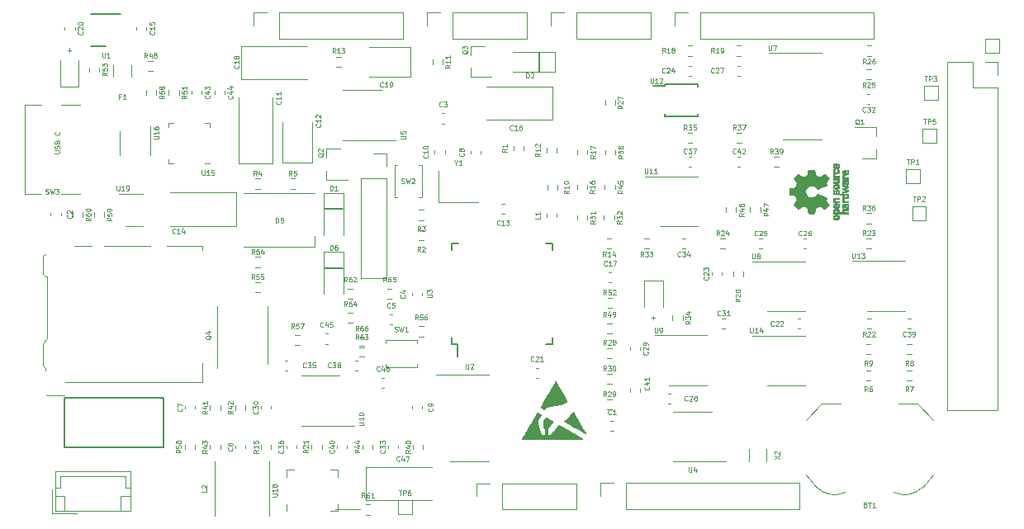
<source format=gbr>
G04 #@! TF.GenerationSoftware,KiCad,Pcbnew,5.1.10-88a1d61d58~88~ubuntu20.04.1*
G04 #@! TF.CreationDate,2021-05-27T22:44:10+02:00*
G04 #@! TF.ProjectId,PSLab,50534c61-622e-46b6-9963-61645f706362,v6.1*
G04 #@! TF.SameCoordinates,Original*
G04 #@! TF.FileFunction,Legend,Top*
G04 #@! TF.FilePolarity,Positive*
%FSLAX46Y46*%
G04 Gerber Fmt 4.6, Leading zero omitted, Abs format (unit mm)*
G04 Created by KiCad (PCBNEW 5.1.10-88a1d61d58~88~ubuntu20.04.1) date 2021-05-27 22:44:10*
%MOMM*%
%LPD*%
G01*
G04 APERTURE LIST*
%ADD10C,0.200000*%
%ADD11C,0.100000*%
%ADD12C,0.120000*%
%ADD13C,0.010000*%
%ADD14C,0.152400*%
%ADD15C,0.150000*%
G04 APERTURE END LIST*
D10*
X119750000Y-87670000D02*
X121660000Y-87670000D01*
D11*
X93118600Y-100736200D02*
X91264400Y-100736200D01*
X123370000Y-112394800D02*
X120830000Y-112394800D01*
D10*
X119750000Y-81610000D02*
X121660000Y-81610000D01*
X141740000Y-65548600D02*
X141740000Y-67428600D01*
D11*
X92106190Y-75871428D02*
X92510952Y-75871428D01*
X92558571Y-75847619D01*
X92582380Y-75823809D01*
X92606190Y-75776190D01*
X92606190Y-75680952D01*
X92582380Y-75633333D01*
X92558571Y-75609523D01*
X92510952Y-75585714D01*
X92106190Y-75585714D01*
X92582380Y-75371428D02*
X92606190Y-75300000D01*
X92606190Y-75180952D01*
X92582380Y-75133333D01*
X92558571Y-75109523D01*
X92510952Y-75085714D01*
X92463333Y-75085714D01*
X92415714Y-75109523D01*
X92391904Y-75133333D01*
X92368095Y-75180952D01*
X92344285Y-75276190D01*
X92320476Y-75323809D01*
X92296666Y-75347619D01*
X92249047Y-75371428D01*
X92201428Y-75371428D01*
X92153809Y-75347619D01*
X92130000Y-75323809D01*
X92106190Y-75276190D01*
X92106190Y-75157142D01*
X92130000Y-75085714D01*
X92344285Y-74704761D02*
X92368095Y-74633333D01*
X92391904Y-74609523D01*
X92439523Y-74585714D01*
X92510952Y-74585714D01*
X92558571Y-74609523D01*
X92582380Y-74633333D01*
X92606190Y-74680952D01*
X92606190Y-74871428D01*
X92106190Y-74871428D01*
X92106190Y-74704761D01*
X92130000Y-74657142D01*
X92153809Y-74633333D01*
X92201428Y-74609523D01*
X92249047Y-74609523D01*
X92296666Y-74633333D01*
X92320476Y-74657142D01*
X92344285Y-74704761D01*
X92344285Y-74871428D01*
X92558571Y-73704761D02*
X92582380Y-73728571D01*
X92606190Y-73800000D01*
X92606190Y-73847619D01*
X92582380Y-73919047D01*
X92534761Y-73966666D01*
X92487142Y-73990476D01*
X92391904Y-74014285D01*
X92320476Y-74014285D01*
X92225238Y-73990476D01*
X92177619Y-73966666D01*
X92130000Y-73919047D01*
X92106190Y-73847619D01*
X92106190Y-73800000D01*
X92130000Y-73728571D01*
X92153809Y-73704761D01*
X93410723Y-65288114D02*
X93791676Y-65288114D01*
X93601200Y-65478590D02*
X93601200Y-65097638D01*
X153284323Y-92736914D02*
X153665276Y-92736914D01*
X153474800Y-92927390D02*
X153474800Y-92546438D01*
D12*
X177330000Y-86920000D02*
X173880000Y-86920000D01*
X177330000Y-86920000D02*
X179280000Y-86920000D01*
X177330000Y-92040000D02*
X175380000Y-92040000D01*
X177330000Y-92040000D02*
X179280000Y-92040000D01*
X167070000Y-86970000D02*
X163620000Y-86970000D01*
X167070000Y-86970000D02*
X169020000Y-86970000D01*
X167070000Y-92090000D02*
X165120000Y-92090000D01*
X167070000Y-92090000D02*
X169020000Y-92090000D01*
X156060000Y-78240000D02*
X152610000Y-78240000D01*
X156060000Y-78240000D02*
X158010000Y-78240000D01*
X156060000Y-83360000D02*
X154110000Y-83360000D01*
X156060000Y-83360000D02*
X158010000Y-83360000D01*
X123620000Y-74520000D02*
X127070000Y-74520000D01*
X123620000Y-74520000D02*
X121670000Y-74520000D01*
X123620000Y-69400000D02*
X125570000Y-69400000D01*
X123620000Y-69400000D02*
X121670000Y-69400000D01*
X119360000Y-103810000D02*
X122810000Y-103810000D01*
X119360000Y-103810000D02*
X117410000Y-103810000D01*
X119360000Y-98690000D02*
X121310000Y-98690000D01*
X119360000Y-98690000D02*
X117410000Y-98690000D01*
X157050000Y-94560000D02*
X153600000Y-94560000D01*
X157050000Y-94560000D02*
X159000000Y-94560000D01*
X157050000Y-99680000D02*
X155100000Y-99680000D01*
X157050000Y-99680000D02*
X159000000Y-99680000D01*
X167080000Y-94600000D02*
X163630000Y-94600000D01*
X167080000Y-94600000D02*
X169030000Y-94600000D01*
X167080000Y-99720000D02*
X165130000Y-99720000D01*
X167080000Y-99720000D02*
X169030000Y-99720000D01*
X157488000Y-107504000D02*
X160938000Y-107504000D01*
X157488000Y-107504000D02*
X155538000Y-107504000D01*
X157488000Y-102384000D02*
X159438000Y-102384000D01*
X157488000Y-102384000D02*
X155538000Y-102384000D01*
X119940000Y-75420000D02*
X121400000Y-75420000D01*
X119940000Y-78580000D02*
X122100000Y-78580000D01*
X119940000Y-78580000D02*
X119940000Y-77650000D01*
X119940000Y-75420000D02*
X119940000Y-76350000D01*
X134720000Y-64900000D02*
X136180000Y-64900000D01*
X134720000Y-68060000D02*
X136880000Y-68060000D01*
X134720000Y-68060000D02*
X134720000Y-67130000D01*
X134720000Y-64900000D02*
X134720000Y-65830000D01*
X176320000Y-76390000D02*
X174860000Y-76390000D01*
X176320000Y-73230000D02*
X174160000Y-73230000D01*
X176320000Y-73230000D02*
X176320000Y-74160000D01*
X176320000Y-76390000D02*
X176320000Y-75460000D01*
X110650000Y-105859420D02*
X110650000Y-106140580D01*
X111670000Y-105859420D02*
X111670000Y-106140580D01*
X106470000Y-102100580D02*
X106470000Y-101819420D01*
X105450000Y-102100580D02*
X105450000Y-101819420D01*
X100490000Y-62919420D02*
X100490000Y-63200580D01*
X101510000Y-62919420D02*
X101510000Y-63200580D01*
X93140000Y-62919420D02*
X93140000Y-63200580D01*
X94160000Y-62919420D02*
X94160000Y-63200580D01*
X168550580Y-92830000D02*
X168269420Y-92830000D01*
X168550580Y-93850000D02*
X168269420Y-93850000D01*
X159460000Y-88109420D02*
X159460000Y-88390580D01*
X160480000Y-88109420D02*
X160480000Y-88390580D01*
X157360580Y-66890000D02*
X157079420Y-66890000D01*
X157360580Y-67910000D02*
X157079420Y-67910000D01*
X164329420Y-85650000D02*
X164610580Y-85650000D01*
X164329420Y-84630000D02*
X164610580Y-84630000D01*
X168879420Y-85650000D02*
X169160580Y-85650000D01*
X168879420Y-84630000D02*
X169160580Y-84630000D01*
X162109420Y-67910000D02*
X162390580Y-67910000D01*
X162109420Y-66890000D02*
X162390580Y-66890000D01*
X155250580Y-100520000D02*
X154969420Y-100520000D01*
X155250580Y-101540000D02*
X154969420Y-101540000D01*
X151090000Y-95789420D02*
X151090000Y-96070580D01*
X152110000Y-95789420D02*
X152110000Y-96070580D01*
X114270000Y-102100580D02*
X114270000Y-101819420D01*
X113250000Y-102100580D02*
X113250000Y-101819420D01*
X160529420Y-93850000D02*
X160810580Y-93850000D01*
X160529420Y-92830000D02*
X160810580Y-92830000D01*
X175409420Y-70860000D02*
X175690580Y-70860000D01*
X175409420Y-69840000D02*
X175690580Y-69840000D01*
X126250000Y-105853420D02*
X126250000Y-106134580D01*
X127270000Y-105853420D02*
X127270000Y-106134580D01*
X156730580Y-84630000D02*
X156449420Y-84630000D01*
X156730580Y-85650000D02*
X156449420Y-85650000D01*
X115709420Y-98160000D02*
X115990580Y-98160000D01*
X115709420Y-97140000D02*
X115990580Y-97140000D01*
X116870000Y-106140580D02*
X116870000Y-105859420D01*
X115850000Y-106140580D02*
X115850000Y-105859420D01*
X157079420Y-77230000D02*
X157360580Y-77230000D01*
X157079420Y-76210000D02*
X157360580Y-76210000D01*
X122909420Y-98160000D02*
X123190580Y-98160000D01*
X122909420Y-97140000D02*
X123190580Y-97140000D01*
X179559420Y-93850000D02*
X179840580Y-93850000D01*
X179559420Y-92830000D02*
X179840580Y-92830000D01*
X122070000Y-106140580D02*
X122070000Y-105859420D01*
X121050000Y-106140580D02*
X121050000Y-105859420D01*
X151100000Y-100049420D02*
X151100000Y-100330580D01*
X152120000Y-100049420D02*
X152120000Y-100330580D01*
X162109420Y-77240000D02*
X162390580Y-77240000D01*
X162109420Y-76220000D02*
X162390580Y-76220000D01*
X109500000Y-69790580D02*
X109500000Y-69509420D01*
X108480000Y-69790580D02*
X108480000Y-69509420D01*
X107170000Y-69780580D02*
X107170000Y-69499420D01*
X106150000Y-69780580D02*
X106150000Y-69499420D01*
X119818920Y-95421000D02*
X120100080Y-95421000D01*
X119818920Y-94401000D02*
X120100080Y-94401000D01*
X125597420Y-99929500D02*
X125878580Y-99929500D01*
X125597420Y-98909500D02*
X125878580Y-98909500D01*
X128720500Y-101818920D02*
X128720500Y-102100080D01*
X129740500Y-101818920D02*
X129740500Y-102100080D01*
X149092420Y-104374500D02*
X149373580Y-104374500D01*
X149092420Y-103354500D02*
X149373580Y-103354500D01*
X129740500Y-90479580D02*
X129740500Y-90198420D01*
X128720500Y-90479580D02*
X128720500Y-90198420D01*
X135773000Y-75938080D02*
X135773000Y-75656920D01*
X134753000Y-75938080D02*
X134753000Y-75656920D01*
X132090000Y-75874580D02*
X132090000Y-75593420D01*
X131070000Y-75874580D02*
X131070000Y-75593420D01*
X138197580Y-81066000D02*
X137916420Y-81066000D01*
X138197580Y-82086000D02*
X137916420Y-82086000D01*
X148901920Y-89134500D02*
X149183080Y-89134500D01*
X148901920Y-88114500D02*
X149183080Y-88114500D01*
X141408920Y-98913500D02*
X141690080Y-98913500D01*
X141408920Y-97893500D02*
X141690080Y-97893500D01*
X91700000Y-82006920D02*
X91700000Y-82288080D01*
X92720000Y-82006920D02*
X92720000Y-82288080D01*
X131756920Y-72815000D02*
X132038080Y-72815000D01*
X131756920Y-71795000D02*
X132038080Y-71795000D01*
X126422920Y-93452500D02*
X126704080Y-93452500D01*
X126422920Y-92432500D02*
X126704080Y-92432500D01*
X124010000Y-111480000D02*
X130770000Y-111480000D01*
X124010000Y-108060000D02*
X124010000Y-111480000D01*
X130770000Y-108060000D02*
X124010000Y-108060000D01*
X114410000Y-76930000D02*
X114410000Y-70170000D01*
X110990000Y-76930000D02*
X114410000Y-76930000D01*
X110990000Y-70170000D02*
X110990000Y-76930000D01*
X110720000Y-79900000D02*
X103960000Y-79900000D01*
X110720000Y-83320000D02*
X110720000Y-79900000D01*
X103960000Y-83320000D02*
X110720000Y-83320000D01*
X143150500Y-69007500D02*
X136390500Y-69007500D01*
X143150500Y-72427500D02*
X143150500Y-69007500D01*
X136390500Y-72427500D02*
X143150500Y-72427500D01*
X111230000Y-68280000D02*
X117990000Y-68280000D01*
X111230000Y-64860000D02*
X111230000Y-68280000D01*
X117990000Y-64860000D02*
X111230000Y-64860000D01*
X148772742Y-91742500D02*
X149247258Y-91742500D01*
X148772742Y-90697500D02*
X149247258Y-90697500D01*
X111682500Y-102197258D02*
X111682500Y-101722742D01*
X110637500Y-102197258D02*
X110637500Y-101722742D01*
X119482500Y-106237258D02*
X119482500Y-105762742D01*
X118437500Y-106237258D02*
X118437500Y-105762742D01*
X112662742Y-79522500D02*
X113137258Y-79522500D01*
X112662742Y-78477500D02*
X113137258Y-78477500D01*
X116262742Y-79522500D02*
X116737258Y-79522500D01*
X116262742Y-78477500D02*
X116737258Y-78477500D01*
X131872500Y-66717258D02*
X131872500Y-66242742D01*
X130827500Y-66717258D02*
X130827500Y-66242742D01*
X120962742Y-67002500D02*
X121437258Y-67002500D01*
X120962742Y-65957500D02*
X121437258Y-65957500D01*
X148712742Y-85662500D02*
X149187258Y-85662500D01*
X148712742Y-84617500D02*
X149187258Y-84617500D01*
X114282500Y-106237258D02*
X114282500Y-105762742D01*
X113237500Y-106237258D02*
X113237500Y-105762742D01*
X146732500Y-79577258D02*
X146732500Y-79102742D01*
X145687500Y-79577258D02*
X145687500Y-79102742D01*
X146732500Y-76007258D02*
X146732500Y-75532742D01*
X145687500Y-76007258D02*
X145687500Y-75532742D01*
X156982742Y-65872500D02*
X157457258Y-65872500D01*
X156982742Y-64827500D02*
X157457258Y-64827500D01*
X161992742Y-65872500D02*
X162467258Y-65872500D01*
X161992742Y-64827500D02*
X162467258Y-64827500D01*
X162682500Y-88497258D02*
X162682500Y-88022742D01*
X161637500Y-88497258D02*
X161637500Y-88022742D01*
X175352742Y-93862500D02*
X175827258Y-93862500D01*
X175352742Y-92817500D02*
X175827258Y-92817500D01*
X175312742Y-85662500D02*
X175787258Y-85662500D01*
X175312742Y-84617500D02*
X175787258Y-84617500D01*
X160332742Y-85662500D02*
X160807258Y-85662500D01*
X160332742Y-84617500D02*
X160807258Y-84617500D01*
X175302742Y-68272500D02*
X175777258Y-68272500D01*
X175302742Y-67227500D02*
X175777258Y-67227500D01*
X175352742Y-65872500D02*
X175827258Y-65872500D01*
X175352742Y-64827500D02*
X175827258Y-64827500D01*
X149572500Y-70877258D02*
X149572500Y-70402742D01*
X148527500Y-70877258D02*
X148527500Y-70402742D01*
X148742742Y-96942500D02*
X149217258Y-96942500D01*
X148742742Y-95897500D02*
X149217258Y-95897500D01*
X148722742Y-102142500D02*
X149197258Y-102142500D01*
X148722742Y-101097500D02*
X149197258Y-101097500D01*
X148742742Y-99542500D02*
X149217258Y-99542500D01*
X148742742Y-98497500D02*
X149217258Y-98497500D01*
X146722500Y-82697258D02*
X146722500Y-82222742D01*
X145677500Y-82697258D02*
X145677500Y-82222742D01*
X149472500Y-82697258D02*
X149472500Y-82222742D01*
X148427500Y-82697258D02*
X148427500Y-82222742D01*
X152552742Y-85662500D02*
X153027258Y-85662500D01*
X152552742Y-84617500D02*
X153027258Y-84617500D01*
X156482500Y-93007258D02*
X156482500Y-92532742D01*
X155437500Y-93007258D02*
X155437500Y-92532742D01*
X156982742Y-74812500D02*
X157457258Y-74812500D01*
X156982742Y-73767500D02*
X157457258Y-73767500D01*
X175312742Y-83062500D02*
X175787258Y-83062500D01*
X175312742Y-82017500D02*
X175787258Y-82017500D01*
X162012742Y-74812500D02*
X162487258Y-74812500D01*
X162012742Y-73767500D02*
X162487258Y-73767500D01*
X149572500Y-76007258D02*
X149572500Y-75532742D01*
X148527500Y-76007258D02*
X148527500Y-75532742D01*
X165862742Y-77252500D02*
X166337258Y-77252500D01*
X165862742Y-76207500D02*
X166337258Y-76207500D01*
X129882500Y-106237258D02*
X129882500Y-105762742D01*
X128837500Y-106237258D02*
X128837500Y-105762742D01*
X109082500Y-102197258D02*
X109082500Y-101722742D01*
X108037500Y-102197258D02*
X108037500Y-101722742D01*
X109082500Y-106237258D02*
X109082500Y-105762742D01*
X108037500Y-106237258D02*
X108037500Y-105762742D01*
X124682500Y-106237258D02*
X124682500Y-105762742D01*
X123637500Y-106237258D02*
X123637500Y-105762742D01*
X149542500Y-79577258D02*
X149542500Y-79102742D01*
X148497500Y-79577258D02*
X148497500Y-79102742D01*
X161952500Y-81917258D02*
X161952500Y-81442742D01*
X160907500Y-81917258D02*
X160907500Y-81442742D01*
X164452500Y-81917258D02*
X164452500Y-81442742D01*
X163407500Y-81917258D02*
X163407500Y-81442742D01*
X96662500Y-67557258D02*
X96662500Y-67082742D01*
X95617500Y-67557258D02*
X95617500Y-67082742D01*
X112662742Y-87562500D02*
X113137258Y-87562500D01*
X112662742Y-86517500D02*
X113137258Y-86517500D01*
X112662742Y-90162500D02*
X113137258Y-90162500D01*
X112662742Y-89117500D02*
X113137258Y-89117500D01*
X106482500Y-106237258D02*
X106482500Y-105762742D01*
X105437500Y-106237258D02*
X105437500Y-105762742D01*
X104842500Y-69877258D02*
X104842500Y-69402742D01*
X103797500Y-69877258D02*
X103797500Y-69402742D01*
X97192500Y-82407258D02*
X97192500Y-81932742D01*
X96147500Y-82407258D02*
X96147500Y-81932742D01*
X94982500Y-82407258D02*
X94982500Y-81932742D01*
X93937500Y-82407258D02*
X93937500Y-81932742D01*
X101688242Y-67430000D02*
X102162758Y-67430000D01*
X101688242Y-66385000D02*
X102162758Y-66385000D01*
X102502500Y-69877258D02*
X102502500Y-69402742D01*
X101457500Y-69877258D02*
X101457500Y-69402742D01*
X123976742Y-112959500D02*
X124451258Y-112959500D01*
X123976742Y-111914500D02*
X124451258Y-111914500D01*
X122171743Y-90791001D02*
X122646259Y-90791001D01*
X122171743Y-89746001D02*
X122646259Y-89746001D01*
X123341742Y-96703500D02*
X123816258Y-96703500D01*
X123341742Y-95658500D02*
X123816258Y-95658500D01*
X122171743Y-93301001D02*
X122646259Y-93301001D01*
X122171743Y-92256001D02*
X122646259Y-92256001D01*
X126181743Y-90791001D02*
X126656259Y-90791001D01*
X126181743Y-89746001D02*
X126656259Y-89746001D01*
X123341743Y-95811001D02*
X123816259Y-95811001D01*
X123341743Y-94766001D02*
X123816259Y-94766001D01*
X175759258Y-98135000D02*
X175284742Y-98135000D01*
X175759258Y-99180000D02*
X175284742Y-99180000D01*
X179950258Y-98135000D02*
X179475742Y-98135000D01*
X179950258Y-99180000D02*
X179475742Y-99180000D01*
X179950258Y-95468000D02*
X179475742Y-95468000D01*
X179950258Y-96513000D02*
X179475742Y-96513000D01*
X175759258Y-95468000D02*
X175284742Y-95468000D01*
X175759258Y-96513000D02*
X175284742Y-96513000D01*
X148741742Y-94354000D02*
X149216258Y-94354000D01*
X148741742Y-93309000D02*
X149216258Y-93309000D01*
X140167000Y-75590258D02*
X140167000Y-75115742D01*
X139122000Y-75590258D02*
X139122000Y-75115742D01*
X129912258Y-83784000D02*
X129437742Y-83784000D01*
X129912258Y-84829000D02*
X129437742Y-84829000D01*
X129912258Y-81688500D02*
X129437742Y-81688500D01*
X129912258Y-82733500D02*
X129437742Y-82733500D01*
X142614500Y-79116242D02*
X142614500Y-79590758D01*
X143659500Y-79116242D02*
X143659500Y-79590758D01*
X143596000Y-75780758D02*
X143596000Y-75306242D01*
X142551000Y-75780758D02*
X142551000Y-75306242D01*
X129437742Y-94671500D02*
X129912258Y-94671500D01*
X129437742Y-93626500D02*
X129912258Y-93626500D01*
X116737742Y-95560500D02*
X117212258Y-95560500D01*
X116737742Y-94515500D02*
X117212258Y-94515500D01*
X187522000Y-65575500D02*
X187522000Y-64175500D01*
X188922000Y-65575500D02*
X187522000Y-65575500D01*
X188922000Y-64175500D02*
X188922000Y-65575500D01*
X187522000Y-64175500D02*
X188922000Y-64175500D01*
X179394000Y-78910500D02*
X179394000Y-77510500D01*
X180794000Y-78910500D02*
X179394000Y-78910500D01*
X180794000Y-77510500D02*
X180794000Y-78910500D01*
X179394000Y-77510500D02*
X180794000Y-77510500D01*
X180029000Y-82720500D02*
X180029000Y-81320500D01*
X181429000Y-82720500D02*
X180029000Y-82720500D01*
X181429000Y-81320500D02*
X181429000Y-82720500D01*
X180029000Y-81320500D02*
X181429000Y-81320500D01*
X181235500Y-70401500D02*
X181235500Y-69001500D01*
X182635500Y-70401500D02*
X181235500Y-70401500D01*
X182635500Y-69001500D02*
X182635500Y-70401500D01*
X181235500Y-69001500D02*
X182635500Y-69001500D01*
X181108500Y-74783000D02*
X181108500Y-73383000D01*
X182508500Y-74783000D02*
X181108500Y-74783000D01*
X182508500Y-73383000D02*
X182508500Y-74783000D01*
X181108500Y-73383000D02*
X182508500Y-73383000D01*
X127324000Y-112883000D02*
X127324000Y-111483000D01*
X128724000Y-112883000D02*
X127324000Y-112883000D01*
X128724000Y-111483000D02*
X128724000Y-112883000D01*
X127324000Y-111483000D02*
X128724000Y-111483000D01*
X182199000Y-108810000D02*
X181049000Y-110160000D01*
X169099000Y-108810000D02*
X170249000Y-110160000D01*
X170749000Y-101560000D02*
X172649000Y-101560000D01*
X180549000Y-101560000D02*
X178649000Y-101560000D01*
X180549000Y-101560000D02*
X182199000Y-103210000D01*
X169099000Y-103210000D02*
X170749000Y-101560000D01*
X178150694Y-110656458D02*
G75*
G03*
X181049000Y-110160000I1098306J2296458D01*
G01*
X173144902Y-110657607D02*
G75*
G02*
X170249000Y-110160000I-1095902J2297607D01*
G01*
X168750000Y-74485000D02*
X170700000Y-74485000D01*
X168750000Y-74485000D02*
X166800000Y-74485000D01*
X168750000Y-65615000D02*
X170700000Y-65615000D01*
X168750000Y-65615000D02*
X165300000Y-65615000D01*
X107525000Y-76960000D02*
X108000000Y-76960000D01*
X103780000Y-72740000D02*
X103780000Y-73215000D01*
X104255000Y-72740000D02*
X103780000Y-72740000D01*
X108000000Y-72740000D02*
X108000000Y-73215000D01*
X107525000Y-72740000D02*
X108000000Y-72740000D01*
X103780000Y-76960000D02*
X103780000Y-76485000D01*
X104255000Y-76960000D02*
X103780000Y-76960000D01*
X152520000Y-88975000D02*
X152520000Y-91660000D01*
X154440000Y-88975000D02*
X152520000Y-88975000D01*
X154440000Y-91660000D02*
X154440000Y-88975000D01*
D13*
G36*
X167744718Y-79433736D02*
G01*
X168046270Y-79376888D01*
X168219212Y-78957362D01*
X168048095Y-78705716D01*
X168000450Y-78635242D01*
X167957910Y-78571537D01*
X167922415Y-78517574D01*
X167895910Y-78476327D01*
X167880336Y-78450766D01*
X167876978Y-78443805D01*
X167885614Y-78431265D01*
X167909492Y-78404469D01*
X167945559Y-78366420D01*
X167990767Y-78320121D01*
X168042064Y-78268577D01*
X168096401Y-78214791D01*
X168150728Y-78161765D01*
X168201995Y-78112505D01*
X168247151Y-78070013D01*
X168283146Y-78037293D01*
X168306930Y-78017349D01*
X168314890Y-78012581D01*
X168329565Y-78019443D01*
X168361714Y-78038680D01*
X168408192Y-78068270D01*
X168465856Y-78106190D01*
X168531560Y-78150418D01*
X168569036Y-78176046D01*
X168637468Y-78222759D01*
X168699220Y-78264268D01*
X168751219Y-78298560D01*
X168790392Y-78323620D01*
X168813665Y-78337436D01*
X168818555Y-78339512D01*
X168832455Y-78334805D01*
X168864850Y-78321977D01*
X168911185Y-78302962D01*
X168966906Y-78279697D01*
X169027458Y-78254116D01*
X169088286Y-78228155D01*
X169144836Y-78203750D01*
X169192552Y-78182837D01*
X169226881Y-78167351D01*
X169243268Y-78159228D01*
X169243912Y-78158748D01*
X169247041Y-78145993D01*
X169254021Y-78112023D01*
X169264167Y-78060360D01*
X169276792Y-77994524D01*
X169291209Y-77918036D01*
X169299523Y-77873410D01*
X169315084Y-77791679D01*
X169329892Y-77717857D01*
X169343136Y-77655679D01*
X169354005Y-77608878D01*
X169361689Y-77581191D01*
X169364127Y-77575626D01*
X169380630Y-77570174D01*
X169417900Y-77565776D01*
X169471580Y-77562428D01*
X169537312Y-77560126D01*
X169610737Y-77558868D01*
X169687496Y-77558652D01*
X169763232Y-77559473D01*
X169833586Y-77561329D01*
X169894200Y-77564218D01*
X169940716Y-77568135D01*
X169968775Y-77573078D01*
X169974616Y-77576043D01*
X169981617Y-77593766D01*
X169991627Y-77631319D01*
X170003469Y-77683736D01*
X170015967Y-77746048D01*
X170020010Y-77767800D01*
X170039220Y-77872676D01*
X170054691Y-77955520D01*
X170067037Y-78019070D01*
X170076873Y-78066063D01*
X170084814Y-78099237D01*
X170091476Y-78121329D01*
X170097473Y-78135076D01*
X170103419Y-78143216D01*
X170104594Y-78144355D01*
X170123526Y-78155723D01*
X170160369Y-78173065D01*
X170210613Y-78194650D01*
X170269746Y-78218746D01*
X170333256Y-78243621D01*
X170396632Y-78267543D01*
X170455362Y-78288781D01*
X170504935Y-78305603D01*
X170540839Y-78316278D01*
X170558562Y-78319073D01*
X170559183Y-78318840D01*
X170573670Y-78309369D01*
X170605544Y-78287882D01*
X170651489Y-78256637D01*
X170708185Y-78217893D01*
X170772317Y-78173907D01*
X170790542Y-78161381D01*
X170856614Y-78116716D01*
X170916900Y-78077412D01*
X170967935Y-78045612D01*
X171006260Y-78023455D01*
X171028411Y-78013083D01*
X171031132Y-78012581D01*
X171045436Y-78021295D01*
X171073772Y-78045375D01*
X171113096Y-78081724D01*
X171160361Y-78127247D01*
X171212523Y-78178848D01*
X171266535Y-78233433D01*
X171319353Y-78287906D01*
X171367931Y-78339171D01*
X171409223Y-78384133D01*
X171440185Y-78419696D01*
X171457770Y-78442765D01*
X171460641Y-78449146D01*
X171453878Y-78464001D01*
X171435639Y-78494414D01*
X171408997Y-78535432D01*
X171387552Y-78566991D01*
X171348203Y-78624175D01*
X171301871Y-78691894D01*
X171255613Y-78759820D01*
X171230855Y-78796339D01*
X171147247Y-78919948D01*
X171203350Y-79023709D01*
X171227928Y-79070980D01*
X171247031Y-79111177D01*
X171257927Y-79138374D01*
X171259443Y-79145298D01*
X171248249Y-79153623D01*
X171216617Y-79170046D01*
X171167465Y-79193343D01*
X171103710Y-79222286D01*
X171028271Y-79255650D01*
X170944064Y-79292209D01*
X170854008Y-79330736D01*
X170761021Y-79370006D01*
X170668020Y-79408792D01*
X170577923Y-79445870D01*
X170493648Y-79480011D01*
X170418113Y-79509992D01*
X170354234Y-79534584D01*
X170304931Y-79552564D01*
X170273121Y-79562703D01*
X170262196Y-79564334D01*
X170248261Y-79551409D01*
X170225640Y-79523111D01*
X170199033Y-79485354D01*
X170196928Y-79482185D01*
X170118814Y-79384600D01*
X170027682Y-79305914D01*
X169926445Y-79246809D01*
X169818018Y-79207968D01*
X169705314Y-79190072D01*
X169591248Y-79193803D01*
X169478734Y-79219843D01*
X169370685Y-79268875D01*
X169347045Y-79283300D01*
X169251587Y-79358331D01*
X169174932Y-79446970D01*
X169117480Y-79546151D01*
X169079629Y-79652805D01*
X169061778Y-79763864D01*
X169064325Y-79876261D01*
X169087670Y-79986927D01*
X169132210Y-80092794D01*
X169198345Y-80190795D01*
X169225187Y-80221110D01*
X169309212Y-80298262D01*
X169397666Y-80354482D01*
X169496815Y-80393047D01*
X169595003Y-80414526D01*
X169705397Y-80419828D01*
X169816340Y-80402148D01*
X169924081Y-80363281D01*
X170024869Y-80305023D01*
X170114956Y-80229169D01*
X170190592Y-80137517D01*
X170198564Y-80125472D01*
X170224674Y-80087311D01*
X170247295Y-80058301D01*
X170261739Y-80044432D01*
X170262196Y-80044231D01*
X170277821Y-80047208D01*
X170313282Y-80059011D01*
X170365662Y-80078414D01*
X170432045Y-80104188D01*
X170509514Y-80135109D01*
X170595150Y-80169949D01*
X170686037Y-80207483D01*
X170779259Y-80246483D01*
X170871897Y-80285723D01*
X170961035Y-80323976D01*
X171043755Y-80360017D01*
X171117141Y-80392617D01*
X171178275Y-80420552D01*
X171224241Y-80442595D01*
X171252121Y-80457518D01*
X171259443Y-80463528D01*
X171253741Y-80481891D01*
X171238449Y-80516252D01*
X171216299Y-80560684D01*
X171203350Y-80585117D01*
X171147247Y-80688878D01*
X171230855Y-80812487D01*
X171273687Y-80875586D01*
X171320822Y-80944670D01*
X171365203Y-81009407D01*
X171387552Y-81041834D01*
X171418177Y-81087441D01*
X171442447Y-81126060D01*
X171457287Y-81152652D01*
X171460424Y-81161290D01*
X171451961Y-81173861D01*
X171428336Y-81201684D01*
X171392002Y-81242061D01*
X171345411Y-81292295D01*
X171291017Y-81349688D01*
X171256092Y-81385986D01*
X171193696Y-81449490D01*
X171137888Y-81504373D01*
X171091054Y-81548414D01*
X171055582Y-81579395D01*
X171033861Y-81595098D01*
X171029452Y-81596605D01*
X171012685Y-81589614D01*
X170978782Y-81570294D01*
X170931176Y-81540791D01*
X170873299Y-81503245D01*
X170808584Y-81459800D01*
X170790542Y-81447445D01*
X170724967Y-81402427D01*
X170665928Y-81362040D01*
X170616742Y-81328540D01*
X170580728Y-81304186D01*
X170561202Y-81291236D01*
X170559183Y-81289985D01*
X170543622Y-81291856D01*
X170509409Y-81301787D01*
X170461055Y-81318047D01*
X170403071Y-81338905D01*
X170339970Y-81362627D01*
X170276263Y-81387484D01*
X170216461Y-81411742D01*
X170165076Y-81433671D01*
X170126619Y-81451538D01*
X170105602Y-81463613D01*
X170104594Y-81464471D01*
X170098588Y-81471854D01*
X170092648Y-81484325D01*
X170086160Y-81504620D01*
X170078509Y-81535478D01*
X170069080Y-81579634D01*
X170057259Y-81639826D01*
X170042429Y-81718793D01*
X170023977Y-81819270D01*
X170020010Y-81841025D01*
X170007553Y-81905502D01*
X169995366Y-81961711D01*
X169984626Y-82004687D01*
X169976509Y-82029460D01*
X169974616Y-82032782D01*
X169957838Y-82038256D01*
X169920345Y-82042706D01*
X169866494Y-82046128D01*
X169800644Y-82048519D01*
X169727153Y-82049877D01*
X169650380Y-82050199D01*
X169574683Y-82049481D01*
X169504420Y-82047721D01*
X169443950Y-82044916D01*
X169397630Y-82041062D01*
X169369819Y-82036157D01*
X169364127Y-82033200D01*
X169358386Y-82016737D01*
X169349045Y-81979251D01*
X169336915Y-81924475D01*
X169322807Y-81856145D01*
X169307530Y-81777994D01*
X169299523Y-81735416D01*
X169284421Y-81654629D01*
X169270740Y-81582587D01*
X169259167Y-81522811D01*
X169250387Y-81478821D01*
X169245087Y-81454139D01*
X169243912Y-81450077D01*
X169230665Y-81443211D01*
X169198757Y-81428698D01*
X169152747Y-81408471D01*
X169097192Y-81384466D01*
X169036653Y-81358618D01*
X168975686Y-81332860D01*
X168918851Y-81309127D01*
X168870706Y-81289354D01*
X168835810Y-81275476D01*
X168818721Y-81269426D01*
X168817974Y-81269314D01*
X168804493Y-81276172D01*
X168773470Y-81295398D01*
X168727989Y-81324972D01*
X168671132Y-81362873D01*
X168605983Y-81407080D01*
X168568562Y-81432779D01*
X168499947Y-81479607D01*
X168437652Y-81521199D01*
X168384829Y-81555525D01*
X168344627Y-81580557D01*
X168320200Y-81594265D01*
X168314724Y-81596244D01*
X168301978Y-81587734D01*
X168274763Y-81564207D01*
X168236128Y-81528668D01*
X168189123Y-81484123D01*
X168136795Y-81433577D01*
X168082195Y-81380036D01*
X168028370Y-81326505D01*
X167978370Y-81275989D01*
X167935243Y-81231494D01*
X167902039Y-81196025D01*
X167881806Y-81172587D01*
X167876978Y-81164746D01*
X167883767Y-81151980D01*
X167902842Y-81121444D01*
X167932261Y-81076110D01*
X167970081Y-81018944D01*
X168014361Y-80952916D01*
X168048095Y-80903110D01*
X168219212Y-80651464D01*
X168132741Y-80441701D01*
X168046270Y-80231937D01*
X167744718Y-80175089D01*
X167443166Y-80118240D01*
X167443166Y-79490585D01*
X167744718Y-79433736D01*
G37*
X167744718Y-79433736D02*
X168046270Y-79376888D01*
X168219212Y-78957362D01*
X168048095Y-78705716D01*
X168000450Y-78635242D01*
X167957910Y-78571537D01*
X167922415Y-78517574D01*
X167895910Y-78476327D01*
X167880336Y-78450766D01*
X167876978Y-78443805D01*
X167885614Y-78431265D01*
X167909492Y-78404469D01*
X167945559Y-78366420D01*
X167990767Y-78320121D01*
X168042064Y-78268577D01*
X168096401Y-78214791D01*
X168150728Y-78161765D01*
X168201995Y-78112505D01*
X168247151Y-78070013D01*
X168283146Y-78037293D01*
X168306930Y-78017349D01*
X168314890Y-78012581D01*
X168329565Y-78019443D01*
X168361714Y-78038680D01*
X168408192Y-78068270D01*
X168465856Y-78106190D01*
X168531560Y-78150418D01*
X168569036Y-78176046D01*
X168637468Y-78222759D01*
X168699220Y-78264268D01*
X168751219Y-78298560D01*
X168790392Y-78323620D01*
X168813665Y-78337436D01*
X168818555Y-78339512D01*
X168832455Y-78334805D01*
X168864850Y-78321977D01*
X168911185Y-78302962D01*
X168966906Y-78279697D01*
X169027458Y-78254116D01*
X169088286Y-78228155D01*
X169144836Y-78203750D01*
X169192552Y-78182837D01*
X169226881Y-78167351D01*
X169243268Y-78159228D01*
X169243912Y-78158748D01*
X169247041Y-78145993D01*
X169254021Y-78112023D01*
X169264167Y-78060360D01*
X169276792Y-77994524D01*
X169291209Y-77918036D01*
X169299523Y-77873410D01*
X169315084Y-77791679D01*
X169329892Y-77717857D01*
X169343136Y-77655679D01*
X169354005Y-77608878D01*
X169361689Y-77581191D01*
X169364127Y-77575626D01*
X169380630Y-77570174D01*
X169417900Y-77565776D01*
X169471580Y-77562428D01*
X169537312Y-77560126D01*
X169610737Y-77558868D01*
X169687496Y-77558652D01*
X169763232Y-77559473D01*
X169833586Y-77561329D01*
X169894200Y-77564218D01*
X169940716Y-77568135D01*
X169968775Y-77573078D01*
X169974616Y-77576043D01*
X169981617Y-77593766D01*
X169991627Y-77631319D01*
X170003469Y-77683736D01*
X170015967Y-77746048D01*
X170020010Y-77767800D01*
X170039220Y-77872676D01*
X170054691Y-77955520D01*
X170067037Y-78019070D01*
X170076873Y-78066063D01*
X170084814Y-78099237D01*
X170091476Y-78121329D01*
X170097473Y-78135076D01*
X170103419Y-78143216D01*
X170104594Y-78144355D01*
X170123526Y-78155723D01*
X170160369Y-78173065D01*
X170210613Y-78194650D01*
X170269746Y-78218746D01*
X170333256Y-78243621D01*
X170396632Y-78267543D01*
X170455362Y-78288781D01*
X170504935Y-78305603D01*
X170540839Y-78316278D01*
X170558562Y-78319073D01*
X170559183Y-78318840D01*
X170573670Y-78309369D01*
X170605544Y-78287882D01*
X170651489Y-78256637D01*
X170708185Y-78217893D01*
X170772317Y-78173907D01*
X170790542Y-78161381D01*
X170856614Y-78116716D01*
X170916900Y-78077412D01*
X170967935Y-78045612D01*
X171006260Y-78023455D01*
X171028411Y-78013083D01*
X171031132Y-78012581D01*
X171045436Y-78021295D01*
X171073772Y-78045375D01*
X171113096Y-78081724D01*
X171160361Y-78127247D01*
X171212523Y-78178848D01*
X171266535Y-78233433D01*
X171319353Y-78287906D01*
X171367931Y-78339171D01*
X171409223Y-78384133D01*
X171440185Y-78419696D01*
X171457770Y-78442765D01*
X171460641Y-78449146D01*
X171453878Y-78464001D01*
X171435639Y-78494414D01*
X171408997Y-78535432D01*
X171387552Y-78566991D01*
X171348203Y-78624175D01*
X171301871Y-78691894D01*
X171255613Y-78759820D01*
X171230855Y-78796339D01*
X171147247Y-78919948D01*
X171203350Y-79023709D01*
X171227928Y-79070980D01*
X171247031Y-79111177D01*
X171257927Y-79138374D01*
X171259443Y-79145298D01*
X171248249Y-79153623D01*
X171216617Y-79170046D01*
X171167465Y-79193343D01*
X171103710Y-79222286D01*
X171028271Y-79255650D01*
X170944064Y-79292209D01*
X170854008Y-79330736D01*
X170761021Y-79370006D01*
X170668020Y-79408792D01*
X170577923Y-79445870D01*
X170493648Y-79480011D01*
X170418113Y-79509992D01*
X170354234Y-79534584D01*
X170304931Y-79552564D01*
X170273121Y-79562703D01*
X170262196Y-79564334D01*
X170248261Y-79551409D01*
X170225640Y-79523111D01*
X170199033Y-79485354D01*
X170196928Y-79482185D01*
X170118814Y-79384600D01*
X170027682Y-79305914D01*
X169926445Y-79246809D01*
X169818018Y-79207968D01*
X169705314Y-79190072D01*
X169591248Y-79193803D01*
X169478734Y-79219843D01*
X169370685Y-79268875D01*
X169347045Y-79283300D01*
X169251587Y-79358331D01*
X169174932Y-79446970D01*
X169117480Y-79546151D01*
X169079629Y-79652805D01*
X169061778Y-79763864D01*
X169064325Y-79876261D01*
X169087670Y-79986927D01*
X169132210Y-80092794D01*
X169198345Y-80190795D01*
X169225187Y-80221110D01*
X169309212Y-80298262D01*
X169397666Y-80354482D01*
X169496815Y-80393047D01*
X169595003Y-80414526D01*
X169705397Y-80419828D01*
X169816340Y-80402148D01*
X169924081Y-80363281D01*
X170024869Y-80305023D01*
X170114956Y-80229169D01*
X170190592Y-80137517D01*
X170198564Y-80125472D01*
X170224674Y-80087311D01*
X170247295Y-80058301D01*
X170261739Y-80044432D01*
X170262196Y-80044231D01*
X170277821Y-80047208D01*
X170313282Y-80059011D01*
X170365662Y-80078414D01*
X170432045Y-80104188D01*
X170509514Y-80135109D01*
X170595150Y-80169949D01*
X170686037Y-80207483D01*
X170779259Y-80246483D01*
X170871897Y-80285723D01*
X170961035Y-80323976D01*
X171043755Y-80360017D01*
X171117141Y-80392617D01*
X171178275Y-80420552D01*
X171224241Y-80442595D01*
X171252121Y-80457518D01*
X171259443Y-80463528D01*
X171253741Y-80481891D01*
X171238449Y-80516252D01*
X171216299Y-80560684D01*
X171203350Y-80585117D01*
X171147247Y-80688878D01*
X171230855Y-80812487D01*
X171273687Y-80875586D01*
X171320822Y-80944670D01*
X171365203Y-81009407D01*
X171387552Y-81041834D01*
X171418177Y-81087441D01*
X171442447Y-81126060D01*
X171457287Y-81152652D01*
X171460424Y-81161290D01*
X171451961Y-81173861D01*
X171428336Y-81201684D01*
X171392002Y-81242061D01*
X171345411Y-81292295D01*
X171291017Y-81349688D01*
X171256092Y-81385986D01*
X171193696Y-81449490D01*
X171137888Y-81504373D01*
X171091054Y-81548414D01*
X171055582Y-81579395D01*
X171033861Y-81595098D01*
X171029452Y-81596605D01*
X171012685Y-81589614D01*
X170978782Y-81570294D01*
X170931176Y-81540791D01*
X170873299Y-81503245D01*
X170808584Y-81459800D01*
X170790542Y-81447445D01*
X170724967Y-81402427D01*
X170665928Y-81362040D01*
X170616742Y-81328540D01*
X170580728Y-81304186D01*
X170561202Y-81291236D01*
X170559183Y-81289985D01*
X170543622Y-81291856D01*
X170509409Y-81301787D01*
X170461055Y-81318047D01*
X170403071Y-81338905D01*
X170339970Y-81362627D01*
X170276263Y-81387484D01*
X170216461Y-81411742D01*
X170165076Y-81433671D01*
X170126619Y-81451538D01*
X170105602Y-81463613D01*
X170104594Y-81464471D01*
X170098588Y-81471854D01*
X170092648Y-81484325D01*
X170086160Y-81504620D01*
X170078509Y-81535478D01*
X170069080Y-81579634D01*
X170057259Y-81639826D01*
X170042429Y-81718793D01*
X170023977Y-81819270D01*
X170020010Y-81841025D01*
X170007553Y-81905502D01*
X169995366Y-81961711D01*
X169984626Y-82004687D01*
X169976509Y-82029460D01*
X169974616Y-82032782D01*
X169957838Y-82038256D01*
X169920345Y-82042706D01*
X169866494Y-82046128D01*
X169800644Y-82048519D01*
X169727153Y-82049877D01*
X169650380Y-82050199D01*
X169574683Y-82049481D01*
X169504420Y-82047721D01*
X169443950Y-82044916D01*
X169397630Y-82041062D01*
X169369819Y-82036157D01*
X169364127Y-82033200D01*
X169358386Y-82016737D01*
X169349045Y-81979251D01*
X169336915Y-81924475D01*
X169322807Y-81856145D01*
X169307530Y-81777994D01*
X169299523Y-81735416D01*
X169284421Y-81654629D01*
X169270740Y-81582587D01*
X169259167Y-81522811D01*
X169250387Y-81478821D01*
X169245087Y-81454139D01*
X169243912Y-81450077D01*
X169230665Y-81443211D01*
X169198757Y-81428698D01*
X169152747Y-81408471D01*
X169097192Y-81384466D01*
X169036653Y-81358618D01*
X168975686Y-81332860D01*
X168918851Y-81309127D01*
X168870706Y-81289354D01*
X168835810Y-81275476D01*
X168818721Y-81269426D01*
X168817974Y-81269314D01*
X168804493Y-81276172D01*
X168773470Y-81295398D01*
X168727989Y-81324972D01*
X168671132Y-81362873D01*
X168605983Y-81407080D01*
X168568562Y-81432779D01*
X168499947Y-81479607D01*
X168437652Y-81521199D01*
X168384829Y-81555525D01*
X168344627Y-81580557D01*
X168320200Y-81594265D01*
X168314724Y-81596244D01*
X168301978Y-81587734D01*
X168274763Y-81564207D01*
X168236128Y-81528668D01*
X168189123Y-81484123D01*
X168136795Y-81433577D01*
X168082195Y-81380036D01*
X168028370Y-81326505D01*
X167978370Y-81275989D01*
X167935243Y-81231494D01*
X167902039Y-81196025D01*
X167881806Y-81172587D01*
X167876978Y-81164746D01*
X167883767Y-81151980D01*
X167902842Y-81121444D01*
X167932261Y-81076110D01*
X167970081Y-81018944D01*
X168014361Y-80952916D01*
X168048095Y-80903110D01*
X168219212Y-80651464D01*
X168132741Y-80441701D01*
X168046270Y-80231937D01*
X167744718Y-80175089D01*
X167443166Y-80118240D01*
X167443166Y-79490585D01*
X167744718Y-79433736D01*
G36*
X171912730Y-78011240D02*
G01*
X171925945Y-77967989D01*
X171942641Y-77940142D01*
X171955845Y-77931071D01*
X171971497Y-77933568D01*
X171996085Y-77949769D01*
X172013500Y-77963468D01*
X172044983Y-77991708D01*
X172058229Y-78012925D01*
X172057364Y-78031012D01*
X172043710Y-78084665D01*
X172044330Y-78124070D01*
X172059804Y-78156068D01*
X172068861Y-78166810D01*
X172100727Y-78201195D01*
X172516879Y-78201195D01*
X172516879Y-78339512D01*
X171913314Y-78339512D01*
X171913314Y-78270353D01*
X171914956Y-78228831D01*
X171920787Y-78207409D01*
X171932161Y-78201198D01*
X171932498Y-78201195D01*
X171944413Y-78198261D01*
X171942859Y-78184996D01*
X171934263Y-78166616D01*
X171918268Y-78128654D01*
X171908645Y-78097828D01*
X171906178Y-78058164D01*
X171912730Y-78011240D01*
G37*
X171912730Y-78011240D02*
X171925945Y-77967989D01*
X171942641Y-77940142D01*
X171955845Y-77931071D01*
X171971497Y-77933568D01*
X171996085Y-77949769D01*
X172013500Y-77963468D01*
X172044983Y-77991708D01*
X172058229Y-78012925D01*
X172057364Y-78031012D01*
X172043710Y-78084665D01*
X172044330Y-78124070D01*
X172059804Y-78156068D01*
X172068861Y-78166810D01*
X172100727Y-78201195D01*
X172516879Y-78201195D01*
X172516879Y-78339512D01*
X171913314Y-78339512D01*
X171913314Y-78270353D01*
X171914956Y-78228831D01*
X171920787Y-78207409D01*
X171932161Y-78201198D01*
X171932498Y-78201195D01*
X171944413Y-78198261D01*
X171942859Y-78184996D01*
X171934263Y-78166616D01*
X171918268Y-78128654D01*
X171908645Y-78097828D01*
X171906178Y-78058164D01*
X171912730Y-78011240D01*
G36*
X171923702Y-80564712D02*
G01*
X171938650Y-80533417D01*
X171960241Y-80503109D01*
X171985091Y-80480018D01*
X172016787Y-80463200D01*
X172058914Y-80451706D01*
X172115058Y-80444591D01*
X172188806Y-80440907D01*
X172283744Y-80439708D01*
X172293685Y-80439689D01*
X172516879Y-80439413D01*
X172516879Y-80577730D01*
X172311118Y-80577730D01*
X172234889Y-80577828D01*
X172179639Y-80578509D01*
X172141201Y-80580351D01*
X172115406Y-80583933D01*
X172098084Y-80589832D01*
X172085068Y-80598627D01*
X172072207Y-80610880D01*
X172044573Y-80653747D01*
X172039445Y-80700543D01*
X172056917Y-80745124D01*
X172069921Y-80760628D01*
X172082147Y-80772010D01*
X172095240Y-80780181D01*
X172113315Y-80785674D01*
X172140487Y-80789020D01*
X172180870Y-80790751D01*
X172238579Y-80791397D01*
X172308832Y-80791492D01*
X172516879Y-80791492D01*
X172516879Y-80929809D01*
X171913314Y-80929809D01*
X171913314Y-80860650D01*
X171914956Y-80819128D01*
X171920787Y-80797706D01*
X171932161Y-80791495D01*
X171932498Y-80791492D01*
X171943638Y-80788610D01*
X171942374Y-80775899D01*
X171930134Y-80750626D01*
X171912124Y-80693305D01*
X171910121Y-80627737D01*
X171923702Y-80564712D01*
G37*
X171923702Y-80564712D02*
X171938650Y-80533417D01*
X171960241Y-80503109D01*
X171985091Y-80480018D01*
X172016787Y-80463200D01*
X172058914Y-80451706D01*
X172115058Y-80444591D01*
X172188806Y-80440907D01*
X172283744Y-80439708D01*
X172293685Y-80439689D01*
X172516879Y-80439413D01*
X172516879Y-80577730D01*
X172311118Y-80577730D01*
X172234889Y-80577828D01*
X172179639Y-80578509D01*
X172141201Y-80580351D01*
X172115406Y-80583933D01*
X172098084Y-80589832D01*
X172085068Y-80598627D01*
X172072207Y-80610880D01*
X172044573Y-80653747D01*
X172039445Y-80700543D01*
X172056917Y-80745124D01*
X172069921Y-80760628D01*
X172082147Y-80772010D01*
X172095240Y-80780181D01*
X172113315Y-80785674D01*
X172140487Y-80789020D01*
X172180870Y-80790751D01*
X172238579Y-80791397D01*
X172308832Y-80791492D01*
X172516879Y-80791492D01*
X172516879Y-80929809D01*
X171913314Y-80929809D01*
X171913314Y-80860650D01*
X171914956Y-80819128D01*
X171920787Y-80797706D01*
X171932161Y-80791495D01*
X171932498Y-80791492D01*
X171943638Y-80788610D01*
X171942374Y-80775899D01*
X171930134Y-80750626D01*
X171912124Y-80693305D01*
X171910121Y-80627737D01*
X171923702Y-80564712D01*
G36*
X171911157Y-77132802D02*
G01*
X171918979Y-77100604D01*
X171947621Y-77038875D01*
X171991367Y-76986090D01*
X172043817Y-76949559D01*
X172055593Y-76944540D01*
X172086440Y-76937655D01*
X172132071Y-76932836D01*
X172178192Y-76931195D01*
X172265393Y-76931195D01*
X172265393Y-77113522D01*
X172265678Y-77188721D01*
X172267404Y-77241697D01*
X172271881Y-77275375D01*
X172280420Y-77292680D01*
X172294330Y-77296537D01*
X172314922Y-77289871D01*
X172339015Y-77277930D01*
X172379225Y-77244620D01*
X172399258Y-77198332D01*
X172398605Y-77141756D01*
X172376801Y-77077669D01*
X172349893Y-77022283D01*
X172386232Y-76976325D01*
X172422572Y-76930367D01*
X172462519Y-76973604D01*
X172500263Y-77031326D01*
X172523020Y-77102314D01*
X172529388Y-77178671D01*
X172517968Y-77252501D01*
X172514093Y-77264413D01*
X172480206Y-77329301D01*
X172429686Y-77377570D01*
X172361025Y-77410235D01*
X172272714Y-77428315D01*
X172270821Y-77428525D01*
X172174578Y-77430144D01*
X172140242Y-77423600D01*
X172140242Y-77295848D01*
X172145522Y-77284116D01*
X172149567Y-77252262D01*
X172151876Y-77205303D01*
X172152225Y-77175546D01*
X172152006Y-77120052D01*
X172150616Y-77085354D01*
X172146951Y-77067099D01*
X172139910Y-77060934D01*
X172128390Y-77062505D01*
X172123933Y-77063822D01*
X172082055Y-77086318D01*
X172048304Y-77121697D01*
X172033473Y-77152920D01*
X172034368Y-77194399D01*
X172052864Y-77236431D01*
X172083486Y-77271688D01*
X172120762Y-77292846D01*
X172140242Y-77295848D01*
X172140242Y-77423600D01*
X172089929Y-77414010D01*
X172018891Y-77382002D01*
X171963479Y-77335999D01*
X171925709Y-77277879D01*
X171907596Y-77209520D01*
X171911157Y-77132802D01*
G37*
X171911157Y-77132802D02*
X171918979Y-77100604D01*
X171947621Y-77038875D01*
X171991367Y-76986090D01*
X172043817Y-76949559D01*
X172055593Y-76944540D01*
X172086440Y-76937655D01*
X172132071Y-76932836D01*
X172178192Y-76931195D01*
X172265393Y-76931195D01*
X172265393Y-77113522D01*
X172265678Y-77188721D01*
X172267404Y-77241697D01*
X172271881Y-77275375D01*
X172280420Y-77292680D01*
X172294330Y-77296537D01*
X172314922Y-77289871D01*
X172339015Y-77277930D01*
X172379225Y-77244620D01*
X172399258Y-77198332D01*
X172398605Y-77141756D01*
X172376801Y-77077669D01*
X172349893Y-77022283D01*
X172386232Y-76976325D01*
X172422572Y-76930367D01*
X172462519Y-76973604D01*
X172500263Y-77031326D01*
X172523020Y-77102314D01*
X172529388Y-77178671D01*
X172517968Y-77252501D01*
X172514093Y-77264413D01*
X172480206Y-77329301D01*
X172429686Y-77377570D01*
X172361025Y-77410235D01*
X172272714Y-77428315D01*
X172270821Y-77428525D01*
X172174578Y-77430144D01*
X172140242Y-77423600D01*
X172140242Y-77295848D01*
X172145522Y-77284116D01*
X172149567Y-77252262D01*
X172151876Y-77205303D01*
X172152225Y-77175546D01*
X172152006Y-77120052D01*
X172150616Y-77085354D01*
X172146951Y-77067099D01*
X172139910Y-77060934D01*
X172128390Y-77062505D01*
X172123933Y-77063822D01*
X172082055Y-77086318D01*
X172048304Y-77121697D01*
X172033473Y-77152920D01*
X172034368Y-77194399D01*
X172052864Y-77236431D01*
X172083486Y-77271688D01*
X172120762Y-77292846D01*
X172140242Y-77295848D01*
X172140242Y-77423600D01*
X172089929Y-77414010D01*
X172018891Y-77382002D01*
X171963479Y-77335999D01*
X171925709Y-77277879D01*
X171907596Y-77209520D01*
X171911157Y-77132802D01*
G36*
X171918580Y-77593474D02*
G01*
X171949530Y-77520620D01*
X171964595Y-77497673D01*
X171987748Y-77468346D01*
X172005953Y-77449936D01*
X172011883Y-77446739D01*
X172025040Y-77455765D01*
X172047367Y-77478863D01*
X172062950Y-77497356D01*
X172103626Y-77547972D01*
X172069995Y-77587940D01*
X172048284Y-77618826D01*
X172040790Y-77648941D01*
X172042620Y-77683408D01*
X172056228Y-77738139D01*
X172084472Y-77775814D01*
X172130133Y-77798709D01*
X172195989Y-77809103D01*
X172196031Y-77809105D01*
X172269639Y-77808206D01*
X172323646Y-77794237D01*
X172360416Y-77766372D01*
X172372868Y-77747375D01*
X172388373Y-77696924D01*
X172388383Y-77643037D01*
X172373338Y-77596154D01*
X172365987Y-77585056D01*
X172347211Y-77557224D01*
X172344134Y-77535464D01*
X172358109Y-77511996D01*
X172383210Y-77486051D01*
X172425580Y-77444984D01*
X172463164Y-77490579D01*
X172505582Y-77561026D01*
X172526485Y-77640467D01*
X172524972Y-77723485D01*
X172511111Y-77778006D01*
X172476835Y-77841730D01*
X172422912Y-77892695D01*
X172384849Y-77915849D01*
X172330236Y-77934601D01*
X172261069Y-77943985D01*
X172186107Y-77944057D01*
X172114109Y-77934876D01*
X172053837Y-77916501D01*
X172047658Y-77913607D01*
X171987051Y-77870748D01*
X171942924Y-77812721D01*
X171916193Y-77744109D01*
X171907773Y-77669499D01*
X171918580Y-77593474D01*
G37*
X171918580Y-77593474D02*
X171949530Y-77520620D01*
X171964595Y-77497673D01*
X171987748Y-77468346D01*
X172005953Y-77449936D01*
X172011883Y-77446739D01*
X172025040Y-77455765D01*
X172047367Y-77478863D01*
X172062950Y-77497356D01*
X172103626Y-77547972D01*
X172069995Y-77587940D01*
X172048284Y-77618826D01*
X172040790Y-77648941D01*
X172042620Y-77683408D01*
X172056228Y-77738139D01*
X172084472Y-77775814D01*
X172130133Y-77798709D01*
X172195989Y-77809103D01*
X172196031Y-77809105D01*
X172269639Y-77808206D01*
X172323646Y-77794237D01*
X172360416Y-77766372D01*
X172372868Y-77747375D01*
X172388373Y-77696924D01*
X172388383Y-77643037D01*
X172373338Y-77596154D01*
X172365987Y-77585056D01*
X172347211Y-77557224D01*
X172344134Y-77535464D01*
X172358109Y-77511996D01*
X172383210Y-77486051D01*
X172425580Y-77444984D01*
X172463164Y-77490579D01*
X172505582Y-77561026D01*
X172526485Y-77640467D01*
X172524972Y-77723485D01*
X172511111Y-77778006D01*
X172476835Y-77841730D01*
X172422912Y-77892695D01*
X172384849Y-77915849D01*
X172330236Y-77934601D01*
X172261069Y-77943985D01*
X172186107Y-77944057D01*
X172114109Y-77934876D01*
X172053837Y-77916501D01*
X172047658Y-77913607D01*
X171987051Y-77870748D01*
X171942924Y-77812721D01*
X171916193Y-77744109D01*
X171907773Y-77669499D01*
X171918580Y-77593474D01*
G36*
X172109042Y-78817333D02*
G01*
X172201263Y-78816145D01*
X172271310Y-78811803D01*
X172322081Y-78803142D01*
X172356472Y-78788996D01*
X172377379Y-78768200D01*
X172387700Y-78739590D01*
X172390336Y-78704165D01*
X172387382Y-78667064D01*
X172376589Y-78638882D01*
X172355060Y-78618457D01*
X172319899Y-78604621D01*
X172268210Y-78596209D01*
X172197094Y-78592057D01*
X172109042Y-78590997D01*
X171913314Y-78590997D01*
X171913314Y-78452680D01*
X172516879Y-78452680D01*
X172516879Y-78521838D01*
X172515189Y-78563530D01*
X172509256Y-78584999D01*
X172497993Y-78590997D01*
X172487961Y-78594609D01*
X172490083Y-78608986D01*
X172504280Y-78637964D01*
X172526180Y-78704381D01*
X172524628Y-78774825D01*
X172500847Y-78842323D01*
X172482062Y-78874467D01*
X172461722Y-78898985D01*
X172436273Y-78916896D01*
X172402158Y-78929221D01*
X172355821Y-78936977D01*
X172293707Y-78941184D01*
X172212261Y-78942860D01*
X172149278Y-78943076D01*
X171913314Y-78943076D01*
X171913314Y-78817333D01*
X172109042Y-78817333D01*
G37*
X172109042Y-78817333D02*
X172201263Y-78816145D01*
X172271310Y-78811803D01*
X172322081Y-78803142D01*
X172356472Y-78788996D01*
X172377379Y-78768200D01*
X172387700Y-78739590D01*
X172390336Y-78704165D01*
X172387382Y-78667064D01*
X172376589Y-78638882D01*
X172355060Y-78618457D01*
X172319899Y-78604621D01*
X172268210Y-78596209D01*
X172197094Y-78592057D01*
X172109042Y-78590997D01*
X171913314Y-78590997D01*
X171913314Y-78452680D01*
X172516879Y-78452680D01*
X172516879Y-78521838D01*
X172515189Y-78563530D01*
X172509256Y-78584999D01*
X172497993Y-78590997D01*
X172487961Y-78594609D01*
X172490083Y-78608986D01*
X172504280Y-78637964D01*
X172526180Y-78704381D01*
X172524628Y-78774825D01*
X172500847Y-78842323D01*
X172482062Y-78874467D01*
X172461722Y-78898985D01*
X172436273Y-78916896D01*
X172402158Y-78929221D01*
X172355821Y-78936977D01*
X172293707Y-78941184D01*
X172212261Y-78942860D01*
X172149278Y-78943076D01*
X171913314Y-78943076D01*
X171913314Y-78817333D01*
X172109042Y-78817333D01*
G36*
X171920755Y-79199938D02*
G01*
X171955392Y-79136337D01*
X172010072Y-79086577D01*
X172054542Y-79063132D01*
X172093821Y-79053066D01*
X172149816Y-79046544D01*
X172214321Y-79043749D01*
X172279129Y-79044864D01*
X172336034Y-79050074D01*
X172366427Y-79056159D01*
X172408006Y-79076686D01*
X172452168Y-79112237D01*
X172490787Y-79155081D01*
X172515734Y-79197489D01*
X172516130Y-79198523D01*
X172527031Y-79251147D01*
X172527301Y-79313512D01*
X172517376Y-79372776D01*
X172509422Y-79395660D01*
X172476000Y-79454598D01*
X172432211Y-79496810D01*
X172374238Y-79524544D01*
X172298265Y-79540049D01*
X172258471Y-79543557D01*
X172208466Y-79543110D01*
X172208466Y-79408324D01*
X172281432Y-79403783D01*
X172337034Y-79390714D01*
X172372561Y-79369944D01*
X172382720Y-79355148D01*
X172389804Y-79317236D01*
X172387707Y-79272173D01*
X172377512Y-79233213D01*
X172371904Y-79222996D01*
X172339238Y-79196041D01*
X172289245Y-79178249D01*
X172228405Y-79170676D01*
X172163197Y-79174375D01*
X172123953Y-79182643D01*
X172078505Y-79206380D01*
X172050096Y-79243851D01*
X172040273Y-79288980D01*
X172050587Y-79335689D01*
X172075812Y-79371568D01*
X172096625Y-79390423D01*
X172117139Y-79401428D01*
X172144903Y-79406674D01*
X172187462Y-79408251D01*
X172208466Y-79408324D01*
X172208466Y-79543110D01*
X172152280Y-79542606D01*
X172065201Y-79525312D01*
X171997230Y-79491671D01*
X171948364Y-79441682D01*
X171918599Y-79375344D01*
X171915148Y-79361099D01*
X171907045Y-79275490D01*
X171920755Y-79199938D01*
G37*
X171920755Y-79199938D02*
X171955392Y-79136337D01*
X172010072Y-79086577D01*
X172054542Y-79063132D01*
X172093821Y-79053066D01*
X172149816Y-79046544D01*
X172214321Y-79043749D01*
X172279129Y-79044864D01*
X172336034Y-79050074D01*
X172366427Y-79056159D01*
X172408006Y-79076686D01*
X172452168Y-79112237D01*
X172490787Y-79155081D01*
X172515734Y-79197489D01*
X172516130Y-79198523D01*
X172527031Y-79251147D01*
X172527301Y-79313512D01*
X172517376Y-79372776D01*
X172509422Y-79395660D01*
X172476000Y-79454598D01*
X172432211Y-79496810D01*
X172374238Y-79524544D01*
X172298265Y-79540049D01*
X172258471Y-79543557D01*
X172208466Y-79543110D01*
X172208466Y-79408324D01*
X172281432Y-79403783D01*
X172337034Y-79390714D01*
X172372561Y-79369944D01*
X172382720Y-79355148D01*
X172389804Y-79317236D01*
X172387707Y-79272173D01*
X172377512Y-79233213D01*
X172371904Y-79222996D01*
X172339238Y-79196041D01*
X172289245Y-79178249D01*
X172228405Y-79170676D01*
X172163197Y-79174375D01*
X172123953Y-79182643D01*
X172078505Y-79206380D01*
X172050096Y-79243851D01*
X172040273Y-79288980D01*
X172050587Y-79335689D01*
X172075812Y-79371568D01*
X172096625Y-79390423D01*
X172117139Y-79401428D01*
X172144903Y-79406674D01*
X172187462Y-79408251D01*
X172208466Y-79408324D01*
X172208466Y-79543110D01*
X172152280Y-79542606D01*
X172065201Y-79525312D01*
X171997230Y-79491671D01*
X171948364Y-79441682D01*
X171918599Y-79375344D01*
X171915148Y-79361099D01*
X171907045Y-79275490D01*
X171920755Y-79199938D01*
G36*
X171911152Y-79796683D02*
G01*
X171920182Y-79749066D01*
X171939070Y-79699666D01*
X171941477Y-79694388D01*
X171961176Y-79656926D01*
X171979481Y-79630983D01*
X171991208Y-79622597D01*
X172010332Y-79630583D01*
X172038550Y-79649980D01*
X172049084Y-79658590D01*
X172090547Y-79694072D01*
X172063558Y-79739815D01*
X172045578Y-79783350D01*
X172035967Y-79833650D01*
X172035360Y-79881888D01*
X172044391Y-79919233D01*
X172050027Y-79928195D01*
X172075871Y-79945263D01*
X172105641Y-79947337D01*
X172128897Y-79934566D01*
X172133408Y-79927012D01*
X172139009Y-79904375D01*
X172145592Y-79864585D01*
X172151883Y-79815534D01*
X172152870Y-79806485D01*
X172166498Y-79727704D01*
X172189646Y-79670564D01*
X172224452Y-79632670D01*
X172273054Y-79611621D01*
X172332418Y-79605065D01*
X172399898Y-79614123D01*
X172452888Y-79643536D01*
X172491483Y-79693422D01*
X172515781Y-79763900D01*
X172525367Y-79842135D01*
X172525252Y-79905934D01*
X172516545Y-79957684D01*
X172504525Y-79993027D01*
X172483580Y-80037683D01*
X172459274Y-80078953D01*
X172448576Y-80093621D01*
X172417784Y-80131343D01*
X172371749Y-80085848D01*
X172325713Y-80040353D01*
X172359943Y-79988628D01*
X172385652Y-79936748D01*
X172399099Y-79881349D01*
X172400518Y-79828095D01*
X172390143Y-79782651D01*
X172368207Y-79750684D01*
X172349698Y-79740362D01*
X172320014Y-79741911D01*
X172297315Y-79767560D01*
X172281640Y-79817240D01*
X172274395Y-79871669D01*
X172260573Y-79955436D01*
X172234496Y-80017667D01*
X172195399Y-80059193D01*
X172142520Y-80080847D01*
X172079826Y-80083847D01*
X172014342Y-80069029D01*
X171964844Y-80035246D01*
X171931108Y-79982195D01*
X171912907Y-79909574D01*
X171909339Y-79855772D01*
X171911152Y-79796683D01*
G37*
X171911152Y-79796683D02*
X171920182Y-79749066D01*
X171939070Y-79699666D01*
X171941477Y-79694388D01*
X171961176Y-79656926D01*
X171979481Y-79630983D01*
X171991208Y-79622597D01*
X172010332Y-79630583D01*
X172038550Y-79649980D01*
X172049084Y-79658590D01*
X172090547Y-79694072D01*
X172063558Y-79739815D01*
X172045578Y-79783350D01*
X172035967Y-79833650D01*
X172035360Y-79881888D01*
X172044391Y-79919233D01*
X172050027Y-79928195D01*
X172075871Y-79945263D01*
X172105641Y-79947337D01*
X172128897Y-79934566D01*
X172133408Y-79927012D01*
X172139009Y-79904375D01*
X172145592Y-79864585D01*
X172151883Y-79815534D01*
X172152870Y-79806485D01*
X172166498Y-79727704D01*
X172189646Y-79670564D01*
X172224452Y-79632670D01*
X172273054Y-79611621D01*
X172332418Y-79605065D01*
X172399898Y-79614123D01*
X172452888Y-79643536D01*
X172491483Y-79693422D01*
X172515781Y-79763900D01*
X172525367Y-79842135D01*
X172525252Y-79905934D01*
X172516545Y-79957684D01*
X172504525Y-79993027D01*
X172483580Y-80037683D01*
X172459274Y-80078953D01*
X172448576Y-80093621D01*
X172417784Y-80131343D01*
X172371749Y-80085848D01*
X172325713Y-80040353D01*
X172359943Y-79988628D01*
X172385652Y-79936748D01*
X172399099Y-79881349D01*
X172400518Y-79828095D01*
X172390143Y-79782651D01*
X172368207Y-79750684D01*
X172349698Y-79740362D01*
X172320014Y-79741911D01*
X172297315Y-79767560D01*
X172281640Y-79817240D01*
X172274395Y-79871669D01*
X172260573Y-79955436D01*
X172234496Y-80017667D01*
X172195399Y-80059193D01*
X172142520Y-80080847D01*
X172079826Y-80083847D01*
X172014342Y-80069029D01*
X171964844Y-80035246D01*
X171931108Y-79982195D01*
X171912907Y-79909574D01*
X171909339Y-79855772D01*
X171911152Y-79796683D01*
G36*
X171927314Y-81167399D02*
G01*
X171933214Y-81154868D01*
X171964983Y-81111499D01*
X172011346Y-81070490D01*
X172062396Y-81039868D01*
X172085866Y-81031159D01*
X172127791Y-81023212D01*
X172178457Y-81018474D01*
X172199379Y-81017899D01*
X172265393Y-81017829D01*
X172265393Y-81397783D01*
X172299973Y-81389683D01*
X172340870Y-81369804D01*
X172376214Y-81335047D01*
X172398982Y-81293698D01*
X172403710Y-81267349D01*
X172397973Y-81231616D01*
X172383582Y-81188982D01*
X172376962Y-81174499D01*
X172350213Y-81120940D01*
X172385076Y-81075233D01*
X172408655Y-81048858D01*
X172428117Y-81034824D01*
X172433829Y-81034114D01*
X172447673Y-81046651D01*
X172468712Y-81074128D01*
X172485125Y-81099066D01*
X172514630Y-81166364D01*
X172527984Y-81241810D01*
X172524512Y-81316588D01*
X172506363Y-81376195D01*
X172467484Y-81437641D01*
X172416295Y-81481308D01*
X172350067Y-81508626D01*
X172266071Y-81521022D01*
X172227636Y-81522121D01*
X172139561Y-81517722D01*
X172136999Y-81517182D01*
X172136999Y-81391282D01*
X172145258Y-81387815D01*
X172149813Y-81373563D01*
X172151765Y-81344170D01*
X172152217Y-81295275D01*
X172152225Y-81276448D01*
X172151543Y-81219167D01*
X172149064Y-81182841D01*
X172144143Y-81163304D01*
X172136134Y-81156390D01*
X172133562Y-81156145D01*
X172113123Y-81164036D01*
X172084489Y-81183785D01*
X172074463Y-81192275D01*
X172046108Y-81223794D01*
X172034959Y-81256649D01*
X172034027Y-81274351D01*
X172045681Y-81322239D01*
X172076985Y-81362399D01*
X172122452Y-81387873D01*
X172123933Y-81388325D01*
X172136999Y-81391282D01*
X172136999Y-81517182D01*
X172070210Y-81503092D01*
X172014725Y-81476738D01*
X171975339Y-81444507D01*
X171932631Y-81384917D01*
X171909809Y-81314868D01*
X171907746Y-81240361D01*
X171927314Y-81167399D01*
G37*
X171927314Y-81167399D02*
X171933214Y-81154868D01*
X171964983Y-81111499D01*
X172011346Y-81070490D01*
X172062396Y-81039868D01*
X172085866Y-81031159D01*
X172127791Y-81023212D01*
X172178457Y-81018474D01*
X172199379Y-81017899D01*
X172265393Y-81017829D01*
X172265393Y-81397783D01*
X172299973Y-81389683D01*
X172340870Y-81369804D01*
X172376214Y-81335047D01*
X172398982Y-81293698D01*
X172403710Y-81267349D01*
X172397973Y-81231616D01*
X172383582Y-81188982D01*
X172376962Y-81174499D01*
X172350213Y-81120940D01*
X172385076Y-81075233D01*
X172408655Y-81048858D01*
X172428117Y-81034824D01*
X172433829Y-81034114D01*
X172447673Y-81046651D01*
X172468712Y-81074128D01*
X172485125Y-81099066D01*
X172514630Y-81166364D01*
X172527984Y-81241810D01*
X172524512Y-81316588D01*
X172506363Y-81376195D01*
X172467484Y-81437641D01*
X172416295Y-81481308D01*
X172350067Y-81508626D01*
X172266071Y-81521022D01*
X172227636Y-81522121D01*
X172139561Y-81517722D01*
X172136999Y-81517182D01*
X172136999Y-81391282D01*
X172145258Y-81387815D01*
X172149813Y-81373563D01*
X172151765Y-81344170D01*
X172152217Y-81295275D01*
X172152225Y-81276448D01*
X172151543Y-81219167D01*
X172149064Y-81182841D01*
X172144143Y-81163304D01*
X172136134Y-81156390D01*
X172133562Y-81156145D01*
X172113123Y-81164036D01*
X172084489Y-81183785D01*
X172074463Y-81192275D01*
X172046108Y-81223794D01*
X172034959Y-81256649D01*
X172034027Y-81274351D01*
X172045681Y-81322239D01*
X172076985Y-81362399D01*
X172122452Y-81387873D01*
X172123933Y-81388325D01*
X172136999Y-81391282D01*
X172136999Y-81517182D01*
X172070210Y-81503092D01*
X172014725Y-81476738D01*
X171975339Y-81444507D01*
X171932631Y-81384917D01*
X171909809Y-81314868D01*
X171907746Y-81240361D01*
X171927314Y-81167399D01*
G36*
X171919848Y-82348961D02*
G01*
X171948931Y-82283179D01*
X171997493Y-82233240D01*
X172065608Y-82199074D01*
X172153351Y-82180607D01*
X172167051Y-82179283D01*
X172263639Y-82178246D01*
X172348302Y-82191693D01*
X172416921Y-82218808D01*
X172438994Y-82233327D01*
X172485711Y-82283901D01*
X172515968Y-82348309D01*
X172528524Y-82420366D01*
X172522139Y-82493885D01*
X172502472Y-82549772D01*
X172469329Y-82597832D01*
X172425875Y-82637112D01*
X172424858Y-82637792D01*
X172398038Y-82653744D01*
X172371068Y-82664110D01*
X172337032Y-82670388D01*
X172289010Y-82674073D01*
X172249631Y-82675697D01*
X172213919Y-82676372D01*
X172213919Y-82550655D01*
X172249470Y-82549426D01*
X172296794Y-82544966D01*
X172327165Y-82537097D01*
X172348772Y-82522907D01*
X172361394Y-82509617D01*
X172387822Y-82462502D01*
X172391353Y-82413205D01*
X172372339Y-82367293D01*
X172351031Y-82344338D01*
X172329559Y-82327796D01*
X172309013Y-82318121D01*
X172282274Y-82313874D01*
X172242223Y-82313620D01*
X172205338Y-82314928D01*
X172152647Y-82317743D01*
X172118472Y-82322205D01*
X172096180Y-82330248D01*
X172079142Y-82343803D01*
X172069403Y-82354545D01*
X172043823Y-82399477D01*
X172042547Y-82447949D01*
X172057699Y-82488594D01*
X172089342Y-82523267D01*
X172141320Y-82543924D01*
X172213919Y-82550655D01*
X172213919Y-82676372D01*
X172171321Y-82677179D01*
X172112756Y-82674648D01*
X172068707Y-82667062D01*
X172033948Y-82653381D01*
X172003251Y-82632565D01*
X171994136Y-82624847D01*
X171948721Y-82576589D01*
X171922193Y-82524828D01*
X171911079Y-82461528D01*
X171910171Y-82430661D01*
X171919848Y-82348961D01*
G37*
X171919848Y-82348961D02*
X171948931Y-82283179D01*
X171997493Y-82233240D01*
X172065608Y-82199074D01*
X172153351Y-82180607D01*
X172167051Y-82179283D01*
X172263639Y-82178246D01*
X172348302Y-82191693D01*
X172416921Y-82218808D01*
X172438994Y-82233327D01*
X172485711Y-82283901D01*
X172515968Y-82348309D01*
X172528524Y-82420366D01*
X172522139Y-82493885D01*
X172502472Y-82549772D01*
X172469329Y-82597832D01*
X172425875Y-82637112D01*
X172424858Y-82637792D01*
X172398038Y-82653744D01*
X172371068Y-82664110D01*
X172337032Y-82670388D01*
X172289010Y-82674073D01*
X172249631Y-82675697D01*
X172213919Y-82676372D01*
X172213919Y-82550655D01*
X172249470Y-82549426D01*
X172296794Y-82544966D01*
X172327165Y-82537097D01*
X172348772Y-82522907D01*
X172361394Y-82509617D01*
X172387822Y-82462502D01*
X172391353Y-82413205D01*
X172372339Y-82367293D01*
X172351031Y-82344338D01*
X172329559Y-82327796D01*
X172309013Y-82318121D01*
X172282274Y-82313874D01*
X172242223Y-82313620D01*
X172205338Y-82314928D01*
X172152647Y-82317743D01*
X172118472Y-82322205D01*
X172096180Y-82330248D01*
X172079142Y-82343803D01*
X172069403Y-82354545D01*
X172043823Y-82399477D01*
X172042547Y-82447949D01*
X172057699Y-82488594D01*
X172089342Y-82523267D01*
X172141320Y-82543924D01*
X172213919Y-82550655D01*
X172213919Y-82676372D01*
X172171321Y-82677179D01*
X172112756Y-82674648D01*
X172068707Y-82667062D01*
X172033948Y-82653381D01*
X172003251Y-82632565D01*
X171994136Y-82624847D01*
X171948721Y-82576589D01*
X171922193Y-82524828D01*
X171911079Y-82461528D01*
X171910171Y-82430661D01*
X171919848Y-82348961D01*
G36*
X172859670Y-77778119D02*
G01*
X172875297Y-77718015D01*
X172907548Y-77667679D01*
X172931640Y-77643307D01*
X172988595Y-77603355D01*
X173054665Y-77580458D01*
X173135882Y-77572592D01*
X173142448Y-77572552D01*
X173208463Y-77572482D01*
X173208463Y-77952436D01*
X173243042Y-77944337D01*
X173274359Y-77929713D01*
X173306991Y-77904119D01*
X173312200Y-77898765D01*
X173340394Y-77852757D01*
X173345175Y-77800290D01*
X173326626Y-77739897D01*
X173321631Y-77729660D01*
X173306445Y-77698261D01*
X173297794Y-77677230D01*
X173296993Y-77673561D01*
X173304763Y-77660752D01*
X173323772Y-77636322D01*
X173334160Y-77623921D01*
X173358021Y-77598224D01*
X173373777Y-77589785D01*
X173388271Y-77595642D01*
X173392234Y-77598772D01*
X173409579Y-77619975D01*
X173430659Y-77654962D01*
X173442965Y-77679363D01*
X173464646Y-77748628D01*
X173471671Y-77825312D01*
X173463347Y-77897935D01*
X173457386Y-77918274D01*
X173423652Y-77981224D01*
X173371745Y-78027885D01*
X173301159Y-78058527D01*
X173211392Y-78073418D01*
X173164453Y-78075053D01*
X173096113Y-78070279D01*
X173096113Y-77949710D01*
X173101165Y-77938048D01*
X173105129Y-77906702D01*
X173107468Y-77861129D01*
X173107869Y-77830254D01*
X173107483Y-77774719D01*
X173105675Y-77739667D01*
X173101473Y-77720438D01*
X173093903Y-77712370D01*
X173082918Y-77710799D01*
X173049081Y-77721579D01*
X173015640Y-77748720D01*
X172989972Y-77784423D01*
X172979472Y-77820140D01*
X172988786Y-77868652D01*
X173015713Y-77910647D01*
X173054527Y-77939764D01*
X173096113Y-77949710D01*
X173096113Y-78070279D01*
X173064936Y-78068101D01*
X172985649Y-78046645D01*
X172925963Y-78010230D01*
X172885249Y-77958403D01*
X172862879Y-77890710D01*
X172858571Y-77854038D01*
X172859670Y-77778119D01*
G37*
X172859670Y-77778119D02*
X172875297Y-77718015D01*
X172907548Y-77667679D01*
X172931640Y-77643307D01*
X172988595Y-77603355D01*
X173054665Y-77580458D01*
X173135882Y-77572592D01*
X173142448Y-77572552D01*
X173208463Y-77572482D01*
X173208463Y-77952436D01*
X173243042Y-77944337D01*
X173274359Y-77929713D01*
X173306991Y-77904119D01*
X173312200Y-77898765D01*
X173340394Y-77852757D01*
X173345175Y-77800290D01*
X173326626Y-77739897D01*
X173321631Y-77729660D01*
X173306445Y-77698261D01*
X173297794Y-77677230D01*
X173296993Y-77673561D01*
X173304763Y-77660752D01*
X173323772Y-77636322D01*
X173334160Y-77623921D01*
X173358021Y-77598224D01*
X173373777Y-77589785D01*
X173388271Y-77595642D01*
X173392234Y-77598772D01*
X173409579Y-77619975D01*
X173430659Y-77654962D01*
X173442965Y-77679363D01*
X173464646Y-77748628D01*
X173471671Y-77825312D01*
X173463347Y-77897935D01*
X173457386Y-77918274D01*
X173423652Y-77981224D01*
X173371745Y-78027885D01*
X173301159Y-78058527D01*
X173211392Y-78073418D01*
X173164453Y-78075053D01*
X173096113Y-78070279D01*
X173096113Y-77949710D01*
X173101165Y-77938048D01*
X173105129Y-77906702D01*
X173107468Y-77861129D01*
X173107869Y-77830254D01*
X173107483Y-77774719D01*
X173105675Y-77739667D01*
X173101473Y-77720438D01*
X173093903Y-77712370D01*
X173082918Y-77710799D01*
X173049081Y-77721579D01*
X173015640Y-77748720D01*
X172989972Y-77784423D01*
X172979472Y-77820140D01*
X172988786Y-77868652D01*
X173015713Y-77910647D01*
X173054527Y-77939764D01*
X173096113Y-77949710D01*
X173096113Y-78070279D01*
X173064936Y-78068101D01*
X172985649Y-78046645D01*
X172925963Y-78010230D01*
X172885249Y-77958403D01*
X172862879Y-77890710D01*
X172858571Y-77854038D01*
X172859670Y-77778119D01*
G36*
X172856186Y-78175445D02*
G01*
X172865715Y-78127105D01*
X172879825Y-78099586D01*
X172903268Y-78070636D01*
X172955271Y-78111824D01*
X172986764Y-78137218D01*
X173002128Y-78154462D01*
X173004476Y-78171598D01*
X172996917Y-78196673D01*
X172992641Y-78208443D01*
X172986331Y-78256430D01*
X172999856Y-78300376D01*
X173030410Y-78332640D01*
X173040152Y-78337881D01*
X173065958Y-78343588D01*
X173113517Y-78347994D01*
X173179458Y-78350889D01*
X173260410Y-78352069D01*
X173271926Y-78352086D01*
X173472522Y-78352086D01*
X173472522Y-78490403D01*
X172856383Y-78490403D01*
X172856383Y-78421244D01*
X172857425Y-78381367D01*
X172862058Y-78360593D01*
X172872549Y-78352911D01*
X172882445Y-78352086D01*
X172908506Y-78352086D01*
X172882445Y-78318955D01*
X172864665Y-78280965D01*
X172855874Y-78229930D01*
X172856186Y-78175445D01*
G37*
X172856186Y-78175445D02*
X172865715Y-78127105D01*
X172879825Y-78099586D01*
X172903268Y-78070636D01*
X172955271Y-78111824D01*
X172986764Y-78137218D01*
X173002128Y-78154462D01*
X173004476Y-78171598D01*
X172996917Y-78196673D01*
X172992641Y-78208443D01*
X172986331Y-78256430D01*
X172999856Y-78300376D01*
X173030410Y-78332640D01*
X173040152Y-78337881D01*
X173065958Y-78343588D01*
X173113517Y-78347994D01*
X173179458Y-78350889D01*
X173260410Y-78352069D01*
X173271926Y-78352086D01*
X173472522Y-78352086D01*
X173472522Y-78490403D01*
X172856383Y-78490403D01*
X172856383Y-78421244D01*
X172857425Y-78381367D01*
X172862058Y-78360593D01*
X172872549Y-78352911D01*
X172882445Y-78352086D01*
X172908506Y-78352086D01*
X172882445Y-78318955D01*
X172864665Y-78280965D01*
X172855874Y-78229930D01*
X172856186Y-78175445D01*
G36*
X172860117Y-78772289D02*
G01*
X172872990Y-78719289D01*
X172879810Y-78703969D01*
X172897674Y-78674272D01*
X172917793Y-78651480D01*
X172943662Y-78634617D01*
X172978773Y-78622702D01*
X173026620Y-78614758D01*
X173090696Y-78609806D01*
X173174494Y-78606869D01*
X173230468Y-78605753D01*
X173472522Y-78601648D01*
X173472522Y-78671768D01*
X173470738Y-78714307D01*
X173464642Y-78736224D01*
X173454406Y-78741888D01*
X173443337Y-78744879D01*
X173445454Y-78758249D01*
X173454329Y-78776467D01*
X173467933Y-78822076D01*
X173471599Y-78880693D01*
X173465603Y-78942346D01*
X173450221Y-78997062D01*
X173448086Y-79001970D01*
X173412955Y-79051977D01*
X173364119Y-79084944D01*
X173307033Y-79100113D01*
X173286524Y-79098954D01*
X173286524Y-78975192D01*
X173314125Y-78964287D01*
X173333904Y-78931955D01*
X173344519Y-78879790D01*
X173345928Y-78851913D01*
X173342320Y-78805453D01*
X173328297Y-78774571D01*
X173321631Y-78767036D01*
X173285366Y-78746624D01*
X173252473Y-78741888D01*
X173208463Y-78741888D01*
X173208463Y-78803187D01*
X173212095Y-78874444D01*
X173223518Y-78924424D01*
X173243524Y-78956004D01*
X173252443Y-78963074D01*
X173286524Y-78975192D01*
X173286524Y-79098954D01*
X173247156Y-79096729D01*
X173189944Y-79074037D01*
X173151280Y-79043076D01*
X173134564Y-79024324D01*
X173123578Y-79005967D01*
X173116880Y-78982081D01*
X173113026Y-78946743D01*
X173110573Y-78894031D01*
X173109868Y-78873123D01*
X173105579Y-78741888D01*
X173065858Y-78742080D01*
X173024105Y-78747163D01*
X172998858Y-78765538D01*
X172982730Y-78802661D01*
X172982442Y-78803657D01*
X172976100Y-78856290D01*
X172984384Y-78907794D01*
X173004527Y-78946070D01*
X173014473Y-78961428D01*
X173013097Y-78977970D01*
X172998687Y-79003425D01*
X172988517Y-79018372D01*
X172966788Y-79047609D01*
X172950500Y-79065720D01*
X172945837Y-79068626D01*
X172921705Y-79056660D01*
X172892885Y-79021304D01*
X172883161Y-79005947D01*
X172866414Y-78961799D01*
X172856927Y-78902302D01*
X172854795Y-78836213D01*
X172860117Y-78772289D01*
G37*
X172860117Y-78772289D02*
X172872990Y-78719289D01*
X172879810Y-78703969D01*
X172897674Y-78674272D01*
X172917793Y-78651480D01*
X172943662Y-78634617D01*
X172978773Y-78622702D01*
X173026620Y-78614758D01*
X173090696Y-78609806D01*
X173174494Y-78606869D01*
X173230468Y-78605753D01*
X173472522Y-78601648D01*
X173472522Y-78671768D01*
X173470738Y-78714307D01*
X173464642Y-78736224D01*
X173454406Y-78741888D01*
X173443337Y-78744879D01*
X173445454Y-78758249D01*
X173454329Y-78776467D01*
X173467933Y-78822076D01*
X173471599Y-78880693D01*
X173465603Y-78942346D01*
X173450221Y-78997062D01*
X173448086Y-79001970D01*
X173412955Y-79051977D01*
X173364119Y-79084944D01*
X173307033Y-79100113D01*
X173286524Y-79098954D01*
X173286524Y-78975192D01*
X173314125Y-78964287D01*
X173333904Y-78931955D01*
X173344519Y-78879790D01*
X173345928Y-78851913D01*
X173342320Y-78805453D01*
X173328297Y-78774571D01*
X173321631Y-78767036D01*
X173285366Y-78746624D01*
X173252473Y-78741888D01*
X173208463Y-78741888D01*
X173208463Y-78803187D01*
X173212095Y-78874444D01*
X173223518Y-78924424D01*
X173243524Y-78956004D01*
X173252443Y-78963074D01*
X173286524Y-78975192D01*
X173286524Y-79098954D01*
X173247156Y-79096729D01*
X173189944Y-79074037D01*
X173151280Y-79043076D01*
X173134564Y-79024324D01*
X173123578Y-79005967D01*
X173116880Y-78982081D01*
X173113026Y-78946743D01*
X173110573Y-78894031D01*
X173109868Y-78873123D01*
X173105579Y-78741888D01*
X173065858Y-78742080D01*
X173024105Y-78747163D01*
X172998858Y-78765538D01*
X172982730Y-78802661D01*
X172982442Y-78803657D01*
X172976100Y-78856290D01*
X172984384Y-78907794D01*
X173004527Y-78946070D01*
X173014473Y-78961428D01*
X173013097Y-78977970D01*
X172998687Y-79003425D01*
X172988517Y-79018372D01*
X172966788Y-79047609D01*
X172950500Y-79065720D01*
X172945837Y-79068626D01*
X172921705Y-79056660D01*
X172892885Y-79021304D01*
X172883161Y-79005947D01*
X172866414Y-78961799D01*
X172856927Y-78902302D01*
X172854795Y-78836213D01*
X172860117Y-78772289D01*
G36*
X172858937Y-79529176D02*
G01*
X172862671Y-79479445D01*
X173252473Y-79349409D01*
X173183314Y-79329022D01*
X173140574Y-79316754D01*
X173082815Y-79300615D01*
X173019325Y-79283188D01*
X172985270Y-79273974D01*
X172856383Y-79239312D01*
X172856383Y-79096309D01*
X172991557Y-79139054D01*
X173058042Y-79160104D01*
X173138239Y-79185533D01*
X173221893Y-79212090D01*
X173296482Y-79235798D01*
X173466235Y-79289798D01*
X173470028Y-79348102D01*
X173473822Y-79406405D01*
X173369434Y-79438021D01*
X173304589Y-79457518D01*
X173233100Y-79478796D01*
X173169963Y-79497392D01*
X173167450Y-79498126D01*
X173124669Y-79512016D01*
X173095479Y-79524271D01*
X173084441Y-79532854D01*
X173085718Y-79534618D01*
X173102830Y-79540809D01*
X173139487Y-79552572D01*
X173191078Y-79568475D01*
X173252994Y-79587086D01*
X173287052Y-79597157D01*
X173472522Y-79651693D01*
X173472522Y-79767436D01*
X173180171Y-79859963D01*
X173098162Y-79885956D01*
X173023687Y-79909634D01*
X172960244Y-79929880D01*
X172911332Y-79945574D01*
X172880449Y-79955598D01*
X172871426Y-79958645D01*
X172862187Y-79956233D01*
X172858141Y-79937292D01*
X172858546Y-79897877D01*
X172858852Y-79891707D01*
X172862671Y-79818614D01*
X173038710Y-79770743D01*
X173102911Y-79753147D01*
X173159349Y-79737423D01*
X173203122Y-79724954D01*
X173229330Y-79717126D01*
X173233603Y-79715680D01*
X173228690Y-79709686D01*
X173203232Y-79697599D01*
X173160697Y-79680807D01*
X173104550Y-79660697D01*
X173053830Y-79643697D01*
X172855204Y-79578906D01*
X172858937Y-79529176D01*
G37*
X172858937Y-79529176D02*
X172862671Y-79479445D01*
X173252473Y-79349409D01*
X173183314Y-79329022D01*
X173140574Y-79316754D01*
X173082815Y-79300615D01*
X173019325Y-79283188D01*
X172985270Y-79273974D01*
X172856383Y-79239312D01*
X172856383Y-79096309D01*
X172991557Y-79139054D01*
X173058042Y-79160104D01*
X173138239Y-79185533D01*
X173221893Y-79212090D01*
X173296482Y-79235798D01*
X173466235Y-79289798D01*
X173470028Y-79348102D01*
X173473822Y-79406405D01*
X173369434Y-79438021D01*
X173304589Y-79457518D01*
X173233100Y-79478796D01*
X173169963Y-79497392D01*
X173167450Y-79498126D01*
X173124669Y-79512016D01*
X173095479Y-79524271D01*
X173084441Y-79532854D01*
X173085718Y-79534618D01*
X173102830Y-79540809D01*
X173139487Y-79552572D01*
X173191078Y-79568475D01*
X173252994Y-79587086D01*
X173287052Y-79597157D01*
X173472522Y-79651693D01*
X173472522Y-79767436D01*
X173180171Y-79859963D01*
X173098162Y-79885956D01*
X173023687Y-79909634D01*
X172960244Y-79929880D01*
X172911332Y-79945574D01*
X172880449Y-79955598D01*
X172871426Y-79958645D01*
X172862187Y-79956233D01*
X172858141Y-79937292D01*
X172858546Y-79897877D01*
X172858852Y-79891707D01*
X172862671Y-79818614D01*
X173038710Y-79770743D01*
X173102911Y-79753147D01*
X173159349Y-79737423D01*
X173203122Y-79724954D01*
X173229330Y-79717126D01*
X173233603Y-79715680D01*
X173228690Y-79709686D01*
X173203232Y-79697599D01*
X173160697Y-79680807D01*
X173104550Y-79660697D01*
X173053830Y-79643697D01*
X172855204Y-79578906D01*
X172858937Y-79529176D01*
G36*
X173472522Y-80011888D02*
G01*
X173472522Y-80081046D01*
X173471345Y-80121188D01*
X173466472Y-80142094D01*
X173455886Y-80149622D01*
X173448729Y-80150205D01*
X173434376Y-80151474D01*
X173431623Y-80159479D01*
X173440471Y-80180515D01*
X173448729Y-80196873D01*
X173468297Y-80259677D01*
X173469429Y-80327948D01*
X173454835Y-80383452D01*
X173419577Y-80435138D01*
X173367535Y-80474538D01*
X173306150Y-80496113D01*
X173302718Y-80496662D01*
X173265271Y-80499867D01*
X173211513Y-80501461D01*
X173170855Y-80501333D01*
X173170855Y-80363979D01*
X173224894Y-80360797D01*
X173269435Y-80353559D01*
X173294588Y-80343760D01*
X173328960Y-80306689D01*
X173341282Y-80262674D01*
X173331318Y-80217284D01*
X173301595Y-80178497D01*
X173281605Y-80163808D01*
X173257750Y-80155219D01*
X173222930Y-80151196D01*
X173170630Y-80150205D01*
X173118839Y-80151978D01*
X173073334Y-80156663D01*
X173042881Y-80163303D01*
X173040152Y-80164410D01*
X173007700Y-80191191D01*
X172989883Y-80230279D01*
X172987006Y-80274015D01*
X172999374Y-80314738D01*
X173027293Y-80344787D01*
X173032848Y-80347904D01*
X173066722Y-80357661D01*
X173115428Y-80362977D01*
X173170855Y-80363979D01*
X173170855Y-80501333D01*
X173150240Y-80501268D01*
X173117263Y-80500364D01*
X173035681Y-80494214D01*
X172974430Y-80481433D01*
X172929149Y-80460171D01*
X172895479Y-80428578D01*
X172875714Y-80397907D01*
X172861820Y-80355054D01*
X172857054Y-80301756D01*
X172860936Y-80247180D01*
X172872982Y-80200492D01*
X172887393Y-80175824D01*
X172910578Y-80150205D01*
X172617473Y-80150205D01*
X172617473Y-80011888D01*
X173472522Y-80011888D01*
G37*
X173472522Y-80011888D02*
X173472522Y-80081046D01*
X173471345Y-80121188D01*
X173466472Y-80142094D01*
X173455886Y-80149622D01*
X173448729Y-80150205D01*
X173434376Y-80151474D01*
X173431623Y-80159479D01*
X173440471Y-80180515D01*
X173448729Y-80196873D01*
X173468297Y-80259677D01*
X173469429Y-80327948D01*
X173454835Y-80383452D01*
X173419577Y-80435138D01*
X173367535Y-80474538D01*
X173306150Y-80496113D01*
X173302718Y-80496662D01*
X173265271Y-80499867D01*
X173211513Y-80501461D01*
X173170855Y-80501333D01*
X173170855Y-80363979D01*
X173224894Y-80360797D01*
X173269435Y-80353559D01*
X173294588Y-80343760D01*
X173328960Y-80306689D01*
X173341282Y-80262674D01*
X173331318Y-80217284D01*
X173301595Y-80178497D01*
X173281605Y-80163808D01*
X173257750Y-80155219D01*
X173222930Y-80151196D01*
X173170630Y-80150205D01*
X173118839Y-80151978D01*
X173073334Y-80156663D01*
X173042881Y-80163303D01*
X173040152Y-80164410D01*
X173007700Y-80191191D01*
X172989883Y-80230279D01*
X172987006Y-80274015D01*
X172999374Y-80314738D01*
X173027293Y-80344787D01*
X173032848Y-80347904D01*
X173066722Y-80357661D01*
X173115428Y-80362977D01*
X173170855Y-80363979D01*
X173170855Y-80501333D01*
X173150240Y-80501268D01*
X173117263Y-80500364D01*
X173035681Y-80494214D01*
X172974430Y-80481433D01*
X172929149Y-80460171D01*
X172895479Y-80428578D01*
X172875714Y-80397907D01*
X172861820Y-80355054D01*
X172857054Y-80301756D01*
X172860936Y-80247180D01*
X172872982Y-80200492D01*
X172887393Y-80175824D01*
X172910578Y-80150205D01*
X172617473Y-80150205D01*
X172617473Y-80011888D01*
X173472522Y-80011888D01*
G36*
X172857720Y-80804056D02*
G01*
X172863360Y-80785239D01*
X172875753Y-80779173D01*
X172881347Y-80778918D01*
X172896930Y-80777829D01*
X172899376Y-80770332D01*
X172888693Y-80750081D01*
X172881394Y-80738051D01*
X172865763Y-80700100D01*
X172858034Y-80654772D01*
X172857440Y-80607244D01*
X172863213Y-80562695D01*
X172874584Y-80526302D01*
X172890788Y-80503243D01*
X172911055Y-80498696D01*
X172916543Y-80500991D01*
X172939326Y-80517720D01*
X172967347Y-80543663D01*
X172971877Y-80548355D01*
X172992705Y-80573083D01*
X172999435Y-80594418D01*
X172994738Y-80624255D01*
X172991617Y-80636208D01*
X172984121Y-80673405D01*
X172987492Y-80699559D01*
X172999381Y-80721646D01*
X173015335Y-80741878D01*
X173035400Y-80756779D01*
X173063402Y-80767134D01*
X173103167Y-80773729D01*
X173158523Y-80777349D01*
X173233294Y-80778778D01*
X173278440Y-80778918D01*
X173472522Y-80778918D01*
X173472522Y-80904660D01*
X172856383Y-80904660D01*
X172856383Y-80841789D01*
X172857720Y-80804056D01*
G37*
X172857720Y-80804056D02*
X172863360Y-80785239D01*
X172875753Y-80779173D01*
X172881347Y-80778918D01*
X172896930Y-80777829D01*
X172899376Y-80770332D01*
X172888693Y-80750081D01*
X172881394Y-80738051D01*
X172865763Y-80700100D01*
X172858034Y-80654772D01*
X172857440Y-80607244D01*
X172863213Y-80562695D01*
X172874584Y-80526302D01*
X172890788Y-80503243D01*
X172911055Y-80498696D01*
X172916543Y-80500991D01*
X172939326Y-80517720D01*
X172967347Y-80543663D01*
X172971877Y-80548355D01*
X172992705Y-80573083D01*
X172999435Y-80594418D01*
X172994738Y-80624255D01*
X172991617Y-80636208D01*
X172984121Y-80673405D01*
X172987492Y-80699559D01*
X172999381Y-80721646D01*
X173015335Y-80741878D01*
X173035400Y-80756779D01*
X173063402Y-80767134D01*
X173103167Y-80773729D01*
X173158523Y-80777349D01*
X173233294Y-80778778D01*
X173278440Y-80778918D01*
X173472522Y-80778918D01*
X173472522Y-80904660D01*
X172856383Y-80904660D01*
X172856383Y-80841789D01*
X172857720Y-80804056D01*
G36*
X172861255Y-81194910D02*
G01*
X172877039Y-81135755D01*
X172905648Y-81090723D01*
X172943119Y-81058946D01*
X172959111Y-81049066D01*
X172975863Y-81041773D01*
X172997292Y-81036674D01*
X173027316Y-81033379D01*
X173069854Y-81031497D01*
X173128822Y-81030637D01*
X173208140Y-81030407D01*
X173229184Y-81030403D01*
X173472522Y-81030403D01*
X173472522Y-81090759D01*
X173469826Y-81129257D01*
X173462995Y-81157723D01*
X173458783Y-81164855D01*
X173451513Y-81184352D01*
X173458783Y-81204266D01*
X173467860Y-81237053D01*
X173471513Y-81284678D01*
X173469928Y-81337464D01*
X173463289Y-81385736D01*
X173454772Y-81413918D01*
X173419763Y-81468453D01*
X173371179Y-81502535D01*
X173306582Y-81517857D01*
X173304923Y-81517999D01*
X173276266Y-81516655D01*
X173276266Y-81395056D01*
X173308861Y-81384426D01*
X173327205Y-81367110D01*
X173341079Y-81332352D01*
X173346617Y-81286473D01*
X173343891Y-81239688D01*
X173332974Y-81202214D01*
X173325969Y-81191715D01*
X173293604Y-81173368D01*
X173256811Y-81168720D01*
X173208463Y-81168720D01*
X173208463Y-81238282D01*
X173213550Y-81304367D01*
X173227963Y-81354464D01*
X173250429Y-81385629D01*
X173276266Y-81395056D01*
X173276266Y-81516655D01*
X173234347Y-81514687D01*
X173178545Y-81491410D01*
X173136347Y-81447648D01*
X173132508Y-81441599D01*
X173120009Y-81415607D01*
X173112440Y-81383435D01*
X173108761Y-81338460D01*
X173107916Y-81285031D01*
X173107869Y-81168720D01*
X173059111Y-81168720D01*
X173021281Y-81173653D01*
X172995936Y-81186243D01*
X172994587Y-81187717D01*
X172983500Y-81215734D01*
X172979203Y-81258026D01*
X172981315Y-81304764D01*
X172989456Y-81346118D01*
X173001665Y-81370657D01*
X173011446Y-81383953D01*
X173013313Y-81397994D01*
X173005300Y-81417371D01*
X172985439Y-81446676D01*
X172951763Y-81490503D01*
X172948609Y-81494525D01*
X172936936Y-81492464D01*
X172917522Y-81475268D01*
X172895948Y-81449133D01*
X172877796Y-81420252D01*
X172873509Y-81411178D01*
X172864956Y-81378080D01*
X172858855Y-81329580D01*
X172856408Y-81275395D01*
X172856403Y-81272861D01*
X172861255Y-81194910D01*
G37*
X172861255Y-81194910D02*
X172877039Y-81135755D01*
X172905648Y-81090723D01*
X172943119Y-81058946D01*
X172959111Y-81049066D01*
X172975863Y-81041773D01*
X172997292Y-81036674D01*
X173027316Y-81033379D01*
X173069854Y-81031497D01*
X173128822Y-81030637D01*
X173208140Y-81030407D01*
X173229184Y-81030403D01*
X173472522Y-81030403D01*
X173472522Y-81090759D01*
X173469826Y-81129257D01*
X173462995Y-81157723D01*
X173458783Y-81164855D01*
X173451513Y-81184352D01*
X173458783Y-81204266D01*
X173467860Y-81237053D01*
X173471513Y-81284678D01*
X173469928Y-81337464D01*
X173463289Y-81385736D01*
X173454772Y-81413918D01*
X173419763Y-81468453D01*
X173371179Y-81502535D01*
X173306582Y-81517857D01*
X173304923Y-81517999D01*
X173276266Y-81516655D01*
X173276266Y-81395056D01*
X173308861Y-81384426D01*
X173327205Y-81367110D01*
X173341079Y-81332352D01*
X173346617Y-81286473D01*
X173343891Y-81239688D01*
X173332974Y-81202214D01*
X173325969Y-81191715D01*
X173293604Y-81173368D01*
X173256811Y-81168720D01*
X173208463Y-81168720D01*
X173208463Y-81238282D01*
X173213550Y-81304367D01*
X173227963Y-81354464D01*
X173250429Y-81385629D01*
X173276266Y-81395056D01*
X173276266Y-81516655D01*
X173234347Y-81514687D01*
X173178545Y-81491410D01*
X173136347Y-81447648D01*
X173132508Y-81441599D01*
X173120009Y-81415607D01*
X173112440Y-81383435D01*
X173108761Y-81338460D01*
X173107916Y-81285031D01*
X173107869Y-81168720D01*
X173059111Y-81168720D01*
X173021281Y-81173653D01*
X172995936Y-81186243D01*
X172994587Y-81187717D01*
X172983500Y-81215734D01*
X172979203Y-81258026D01*
X172981315Y-81304764D01*
X172989456Y-81346118D01*
X173001665Y-81370657D01*
X173011446Y-81383953D01*
X173013313Y-81397994D01*
X173005300Y-81417371D01*
X172985439Y-81446676D01*
X172951763Y-81490503D01*
X172948609Y-81494525D01*
X172936936Y-81492464D01*
X172917522Y-81475268D01*
X172895948Y-81449133D01*
X172877796Y-81420252D01*
X172873509Y-81411178D01*
X172864956Y-81378080D01*
X172858855Y-81329580D01*
X172856408Y-81275395D01*
X172856403Y-81272861D01*
X172861255Y-81194910D01*
G36*
X171923884Y-81719459D02*
G01*
X171936982Y-81692947D01*
X171959806Y-81660253D01*
X171984696Y-81636425D01*
X172015949Y-81620106D01*
X172057866Y-81609940D01*
X172114744Y-81604572D01*
X172190884Y-81602644D01*
X172223617Y-81602531D01*
X172295356Y-81602861D01*
X172346627Y-81604227D01*
X172382104Y-81607200D01*
X172406463Y-81612349D01*
X172424380Y-81620243D01*
X172436602Y-81628457D01*
X172488605Y-81680887D01*
X172519884Y-81742630D01*
X172529292Y-81809236D01*
X172515680Y-81876258D01*
X172506054Y-81897492D01*
X172479559Y-81948324D01*
X172894752Y-81948324D01*
X172875568Y-81911225D01*
X172860725Y-81862343D01*
X172856922Y-81802261D01*
X172863943Y-81742264D01*
X172879713Y-81696956D01*
X172909747Y-81659375D01*
X172952724Y-81627264D01*
X172957136Y-81624850D01*
X172977921Y-81614667D01*
X172998870Y-81607230D01*
X173024248Y-81602111D01*
X173058318Y-81598881D01*
X173105341Y-81597113D01*
X173169582Y-81596377D01*
X173241876Y-81596244D01*
X173472522Y-81596244D01*
X173472522Y-81734561D01*
X173047233Y-81734561D01*
X173014679Y-81773249D01*
X172988640Y-81813438D01*
X172983905Y-81851497D01*
X172996089Y-81889766D01*
X173008020Y-81910162D01*
X173025013Y-81925342D01*
X173050695Y-81936138D01*
X173088691Y-81943383D01*
X173142626Y-81947908D01*
X173216125Y-81950544D01*
X173265047Y-81951472D01*
X173466235Y-81954611D01*
X173470036Y-82020626D01*
X173473836Y-82086640D01*
X172225350Y-82086640D01*
X172225350Y-81948324D01*
X172294954Y-81944797D01*
X172343269Y-81932915D01*
X172373331Y-81910720D01*
X172388171Y-81876259D01*
X172391136Y-81841442D01*
X172387728Y-81802029D01*
X172374317Y-81775871D01*
X172356596Y-81759514D01*
X172337535Y-81746637D01*
X172316301Y-81738972D01*
X172286549Y-81735561D01*
X172241936Y-81735449D01*
X172204580Y-81736597D01*
X172148304Y-81739232D01*
X172111358Y-81743156D01*
X172087923Y-81749763D01*
X172072180Y-81760449D01*
X172063080Y-81770533D01*
X172043237Y-81812670D01*
X172040032Y-81862540D01*
X172046868Y-81891176D01*
X172071164Y-81919528D01*
X172118428Y-81938309D01*
X172188324Y-81947412D01*
X172225350Y-81948324D01*
X172225350Y-82086640D01*
X171913314Y-82086640D01*
X171913314Y-82017482D01*
X171914956Y-81975960D01*
X171920787Y-81954538D01*
X171932161Y-81948326D01*
X171932498Y-81948324D01*
X171943638Y-81945442D01*
X171942373Y-81932730D01*
X171930133Y-81907457D01*
X171911407Y-81848569D01*
X171909439Y-81782315D01*
X171923884Y-81719459D01*
G37*
X171923884Y-81719459D02*
X171936982Y-81692947D01*
X171959806Y-81660253D01*
X171984696Y-81636425D01*
X172015949Y-81620106D01*
X172057866Y-81609940D01*
X172114744Y-81604572D01*
X172190884Y-81602644D01*
X172223617Y-81602531D01*
X172295356Y-81602861D01*
X172346627Y-81604227D01*
X172382104Y-81607200D01*
X172406463Y-81612349D01*
X172424380Y-81620243D01*
X172436602Y-81628457D01*
X172488605Y-81680887D01*
X172519884Y-81742630D01*
X172529292Y-81809236D01*
X172515680Y-81876258D01*
X172506054Y-81897492D01*
X172479559Y-81948324D01*
X172894752Y-81948324D01*
X172875568Y-81911225D01*
X172860725Y-81862343D01*
X172856922Y-81802261D01*
X172863943Y-81742264D01*
X172879713Y-81696956D01*
X172909747Y-81659375D01*
X172952724Y-81627264D01*
X172957136Y-81624850D01*
X172977921Y-81614667D01*
X172998870Y-81607230D01*
X173024248Y-81602111D01*
X173058318Y-81598881D01*
X173105341Y-81597113D01*
X173169582Y-81596377D01*
X173241876Y-81596244D01*
X173472522Y-81596244D01*
X173472522Y-81734561D01*
X173047233Y-81734561D01*
X173014679Y-81773249D01*
X172988640Y-81813438D01*
X172983905Y-81851497D01*
X172996089Y-81889766D01*
X173008020Y-81910162D01*
X173025013Y-81925342D01*
X173050695Y-81936138D01*
X173088691Y-81943383D01*
X173142626Y-81947908D01*
X173216125Y-81950544D01*
X173265047Y-81951472D01*
X173466235Y-81954611D01*
X173470036Y-82020626D01*
X173473836Y-82086640D01*
X172225350Y-82086640D01*
X172225350Y-81948324D01*
X172294954Y-81944797D01*
X172343269Y-81932915D01*
X172373331Y-81910720D01*
X172388171Y-81876259D01*
X172391136Y-81841442D01*
X172387728Y-81802029D01*
X172374317Y-81775871D01*
X172356596Y-81759514D01*
X172337535Y-81746637D01*
X172316301Y-81738972D01*
X172286549Y-81735561D01*
X172241936Y-81735449D01*
X172204580Y-81736597D01*
X172148304Y-81739232D01*
X172111358Y-81743156D01*
X172087923Y-81749763D01*
X172072180Y-81760449D01*
X172063080Y-81770533D01*
X172043237Y-81812670D01*
X172040032Y-81862540D01*
X172046868Y-81891176D01*
X172071164Y-81919528D01*
X172118428Y-81938309D01*
X172188324Y-81947412D01*
X172225350Y-81948324D01*
X172225350Y-82086640D01*
X171913314Y-82086640D01*
X171913314Y-82017482D01*
X171914956Y-81975960D01*
X171920787Y-81954538D01*
X171932161Y-81948326D01*
X171932498Y-81948324D01*
X171943638Y-81945442D01*
X171942373Y-81932730D01*
X171930133Y-81907457D01*
X171911407Y-81848569D01*
X171909439Y-81782315D01*
X171923884Y-81719459D01*
G36*
X143447643Y-99295235D02*
G01*
X143470665Y-99332645D01*
X143506134Y-99391914D01*
X143552596Y-99470518D01*
X143608596Y-99565938D01*
X143672681Y-99675650D01*
X143743396Y-99797134D01*
X143819287Y-99927868D01*
X143898899Y-100065330D01*
X143980778Y-100206998D01*
X144063470Y-100350351D01*
X144145521Y-100492867D01*
X144225476Y-100632024D01*
X144301881Y-100765301D01*
X144373282Y-100890176D01*
X144438224Y-101004127D01*
X144495253Y-101104633D01*
X144542915Y-101189172D01*
X144579755Y-101255222D01*
X144604320Y-101300262D01*
X144615154Y-101321770D01*
X144615551Y-101323114D01*
X144602101Y-101341365D01*
X144564714Y-101369282D01*
X144507835Y-101404125D01*
X144435912Y-101443154D01*
X144360615Y-101480243D01*
X144258160Y-101525217D01*
X144150417Y-101565626D01*
X144033673Y-101602369D01*
X143904218Y-101636342D01*
X143758340Y-101668444D01*
X143592326Y-101699573D01*
X143402466Y-101730627D01*
X143206069Y-101759545D01*
X143035434Y-101785200D01*
X142892145Y-101810598D01*
X142772608Y-101837002D01*
X142673230Y-101865673D01*
X142590418Y-101897873D01*
X142520578Y-101934865D01*
X142460118Y-101977912D01*
X142405445Y-102028275D01*
X142387814Y-102046983D01*
X142349600Y-102090539D01*
X142321332Y-102126082D01*
X142308218Y-102146983D01*
X142307868Y-102148697D01*
X142303280Y-102159206D01*
X142287358Y-102159324D01*
X142256866Y-102147654D01*
X142208568Y-102122796D01*
X142139227Y-102083352D01*
X142091039Y-102054987D01*
X142019183Y-102010647D01*
X141963342Y-101972679D01*
X141927267Y-101943816D01*
X141914713Y-101926788D01*
X141914721Y-101926664D01*
X141922506Y-101910437D01*
X141944492Y-101869800D01*
X141979403Y-101806967D01*
X142025963Y-101724152D01*
X142082895Y-101623572D01*
X142148923Y-101507440D01*
X142222772Y-101377971D01*
X142303164Y-101237380D01*
X142388824Y-101087882D01*
X142478476Y-100931692D01*
X142570843Y-100771024D01*
X142664649Y-100608093D01*
X142758618Y-100445113D01*
X142851474Y-100284300D01*
X142941940Y-100127868D01*
X143028741Y-99978033D01*
X143110600Y-99837008D01*
X143186241Y-99707009D01*
X143254387Y-99590249D01*
X143313763Y-99488945D01*
X143363093Y-99405311D01*
X143401100Y-99341562D01*
X143426507Y-99299911D01*
X143438040Y-99282575D01*
X143438523Y-99282205D01*
X143447643Y-99295235D01*
G37*
X143447643Y-99295235D02*
X143470665Y-99332645D01*
X143506134Y-99391914D01*
X143552596Y-99470518D01*
X143608596Y-99565938D01*
X143672681Y-99675650D01*
X143743396Y-99797134D01*
X143819287Y-99927868D01*
X143898899Y-100065330D01*
X143980778Y-100206998D01*
X144063470Y-100350351D01*
X144145521Y-100492867D01*
X144225476Y-100632024D01*
X144301881Y-100765301D01*
X144373282Y-100890176D01*
X144438224Y-101004127D01*
X144495253Y-101104633D01*
X144542915Y-101189172D01*
X144579755Y-101255222D01*
X144604320Y-101300262D01*
X144615154Y-101321770D01*
X144615551Y-101323114D01*
X144602101Y-101341365D01*
X144564714Y-101369282D01*
X144507835Y-101404125D01*
X144435912Y-101443154D01*
X144360615Y-101480243D01*
X144258160Y-101525217D01*
X144150417Y-101565626D01*
X144033673Y-101602369D01*
X143904218Y-101636342D01*
X143758340Y-101668444D01*
X143592326Y-101699573D01*
X143402466Y-101730627D01*
X143206069Y-101759545D01*
X143035434Y-101785200D01*
X142892145Y-101810598D01*
X142772608Y-101837002D01*
X142673230Y-101865673D01*
X142590418Y-101897873D01*
X142520578Y-101934865D01*
X142460118Y-101977912D01*
X142405445Y-102028275D01*
X142387814Y-102046983D01*
X142349600Y-102090539D01*
X142321332Y-102126082D01*
X142308218Y-102146983D01*
X142307868Y-102148697D01*
X142303280Y-102159206D01*
X142287358Y-102159324D01*
X142256866Y-102147654D01*
X142208568Y-102122796D01*
X142139227Y-102083352D01*
X142091039Y-102054987D01*
X142019183Y-102010647D01*
X141963342Y-101972679D01*
X141927267Y-101943816D01*
X141914713Y-101926788D01*
X141914721Y-101926664D01*
X141922506Y-101910437D01*
X141944492Y-101869800D01*
X141979403Y-101806967D01*
X142025963Y-101724152D01*
X142082895Y-101623572D01*
X142148923Y-101507440D01*
X142222772Y-101377971D01*
X142303164Y-101237380D01*
X142388824Y-101087882D01*
X142478476Y-100931692D01*
X142570843Y-100771024D01*
X142664649Y-100608093D01*
X142758618Y-100445113D01*
X142851474Y-100284300D01*
X142941940Y-100127868D01*
X143028741Y-99978033D01*
X143110600Y-99837008D01*
X143186241Y-99707009D01*
X143254387Y-99590249D01*
X143313763Y-99488945D01*
X143363093Y-99405311D01*
X143401100Y-99341562D01*
X143426507Y-99299911D01*
X143438040Y-99282575D01*
X143438523Y-99282205D01*
X143447643Y-99295235D01*
G36*
X145271128Y-102444019D02*
G01*
X145282508Y-102463093D01*
X145308088Y-102506821D01*
X145346602Y-102573019D01*
X145396786Y-102659502D01*
X145457375Y-102764085D01*
X145527103Y-102884583D01*
X145604707Y-103018812D01*
X145688920Y-103164587D01*
X145778479Y-103319723D01*
X145870598Y-103479400D01*
X145964676Y-103642517D01*
X146055002Y-103799109D01*
X146140265Y-103946906D01*
X146219157Y-104083640D01*
X146290369Y-104207042D01*
X146352591Y-104314844D01*
X146404513Y-104404777D01*
X146444828Y-104474573D01*
X146472224Y-104521964D01*
X146485107Y-104544186D01*
X146506107Y-104581730D01*
X146517525Y-104605231D01*
X146518151Y-104609320D01*
X146504236Y-104601642D01*
X146465541Y-104579603D01*
X146404087Y-104544371D01*
X146321898Y-104497111D01*
X146220996Y-104438989D01*
X146103405Y-104371171D01*
X145971146Y-104294824D01*
X145826242Y-104211114D01*
X145670717Y-104121206D01*
X145506592Y-104026267D01*
X145444149Y-103990132D01*
X145277087Y-103893483D01*
X145117674Y-103801338D01*
X144967955Y-103714875D01*
X144829976Y-103635271D01*
X144705785Y-103563705D01*
X144597427Y-103501355D01*
X144506948Y-103449398D01*
X144436396Y-103409013D01*
X144387815Y-103381378D01*
X144363254Y-103367672D01*
X144360685Y-103366374D01*
X144368169Y-103354620D01*
X144394214Y-103323195D01*
X144436159Y-103274994D01*
X144491346Y-103212910D01*
X144557117Y-103139839D01*
X144630812Y-103058676D01*
X144709773Y-102972316D01*
X144791340Y-102883653D01*
X144872854Y-102795582D01*
X144951657Y-102710999D01*
X145025090Y-102632797D01*
X145090493Y-102563872D01*
X145145208Y-102507119D01*
X145186577Y-102465432D01*
X145200764Y-102451763D01*
X145247780Y-102407601D01*
X145271128Y-102444019D01*
G37*
X145271128Y-102444019D02*
X145282508Y-102463093D01*
X145308088Y-102506821D01*
X145346602Y-102573019D01*
X145396786Y-102659502D01*
X145457375Y-102764085D01*
X145527103Y-102884583D01*
X145604707Y-103018812D01*
X145688920Y-103164587D01*
X145778479Y-103319723D01*
X145870598Y-103479400D01*
X145964676Y-103642517D01*
X146055002Y-103799109D01*
X146140265Y-103946906D01*
X146219157Y-104083640D01*
X146290369Y-104207042D01*
X146352591Y-104314844D01*
X146404513Y-104404777D01*
X146444828Y-104474573D01*
X146472224Y-104521964D01*
X146485107Y-104544186D01*
X146506107Y-104581730D01*
X146517525Y-104605231D01*
X146518151Y-104609320D01*
X146504236Y-104601642D01*
X146465541Y-104579603D01*
X146404087Y-104544371D01*
X146321898Y-104497111D01*
X146220996Y-104438989D01*
X146103405Y-104371171D01*
X145971146Y-104294824D01*
X145826242Y-104211114D01*
X145670717Y-104121206D01*
X145506592Y-104026267D01*
X145444149Y-103990132D01*
X145277087Y-103893483D01*
X145117674Y-103801338D01*
X144967955Y-103714875D01*
X144829976Y-103635271D01*
X144705785Y-103563705D01*
X144597427Y-103501355D01*
X144506948Y-103449398D01*
X144436396Y-103409013D01*
X144387815Y-103381378D01*
X144363254Y-103367672D01*
X144360685Y-103366374D01*
X144368169Y-103354620D01*
X144394214Y-103323195D01*
X144436159Y-103274994D01*
X144491346Y-103212910D01*
X144557117Y-103139839D01*
X144630812Y-103058676D01*
X144709773Y-102972316D01*
X144791340Y-102883653D01*
X144872854Y-102795582D01*
X144951657Y-102710999D01*
X145025090Y-102632797D01*
X145090493Y-102563872D01*
X145145208Y-102507119D01*
X145186577Y-102465432D01*
X145200764Y-102451763D01*
X145247780Y-102407601D01*
X145271128Y-102444019D01*
G36*
X141605694Y-102500558D02*
G01*
X141638219Y-102513136D01*
X141687793Y-102538112D01*
X141758974Y-102577276D01*
X141764516Y-102580388D01*
X141830074Y-102617876D01*
X141885398Y-102650719D01*
X141925055Y-102675605D01*
X141943612Y-102689220D01*
X141944131Y-102689887D01*
X141939648Y-102708790D01*
X141919086Y-102751005D01*
X141883783Y-102814232D01*
X141835080Y-102896172D01*
X141774318Y-102994522D01*
X141702836Y-103106985D01*
X141685045Y-103134565D01*
X141638693Y-103211099D01*
X141604942Y-103276956D01*
X141586753Y-103326182D01*
X141584886Y-103335907D01*
X141585715Y-103378712D01*
X141594994Y-103446609D01*
X141611568Y-103535243D01*
X141634280Y-103640259D01*
X141661973Y-103757302D01*
X141693490Y-103882016D01*
X141727675Y-104010045D01*
X141763371Y-104137034D01*
X141799421Y-104258628D01*
X141834668Y-104370472D01*
X141867956Y-104468210D01*
X141898128Y-104547487D01*
X141919161Y-104594522D01*
X141943937Y-104644625D01*
X141967330Y-104692568D01*
X141968597Y-104695193D01*
X142007299Y-104743620D01*
X142063784Y-104776228D01*
X142129539Y-104791854D01*
X142196051Y-104789337D01*
X142254805Y-104767514D01*
X142287858Y-104738782D01*
X142335459Y-104659983D01*
X142370339Y-104561778D01*
X142389477Y-104454179D01*
X142392188Y-104393180D01*
X142381270Y-104279335D01*
X142349224Y-104185060D01*
X142294326Y-104105779D01*
X142277207Y-104088133D01*
X142226261Y-104038635D01*
X142222763Y-103688762D01*
X142219264Y-103338889D01*
X142308418Y-103203931D01*
X142350254Y-103142845D01*
X142390545Y-103087893D01*
X142423543Y-103046736D01*
X142437726Y-103031592D01*
X142477881Y-102994210D01*
X142532265Y-103023498D01*
X142566639Y-103044484D01*
X142585446Y-103060778D01*
X142586649Y-103063707D01*
X142599503Y-103076128D01*
X142621496Y-103085377D01*
X142642750Y-103093713D01*
X142675294Y-103109549D01*
X142721922Y-103134433D01*
X142785429Y-103169909D01*
X142868608Y-103217523D01*
X142974253Y-103278822D01*
X143031662Y-103312332D01*
X143099194Y-103352471D01*
X143143485Y-103381059D01*
X143168455Y-103401439D01*
X143178023Y-103416953D01*
X143176108Y-103430946D01*
X143174511Y-103434196D01*
X143158976Y-103454666D01*
X143125736Y-103493065D01*
X143078662Y-103545096D01*
X143021628Y-103606466D01*
X142972300Y-103658490D01*
X142858630Y-103781967D01*
X142769705Y-103888991D01*
X142704734Y-103980640D01*
X142662921Y-104057988D01*
X142648817Y-104097266D01*
X142642992Y-104131649D01*
X142636975Y-104190299D01*
X142631296Y-104266517D01*
X142626484Y-104353602D01*
X142624219Y-104408668D01*
X142621059Y-104503864D01*
X142619669Y-104573462D01*
X142620458Y-104622809D01*
X142623835Y-104657254D01*
X142630208Y-104682143D01*
X142639987Y-104702825D01*
X142647667Y-104715453D01*
X142692021Y-104764126D01*
X142749174Y-104798045D01*
X142809308Y-104812838D01*
X142854373Y-104807486D01*
X142895176Y-104784330D01*
X142946324Y-104742862D01*
X143000642Y-104690312D01*
X143050957Y-104633916D01*
X143090094Y-104580905D01*
X143104505Y-104555289D01*
X143126091Y-104520214D01*
X143165353Y-104466789D01*
X143218702Y-104399189D01*
X143282552Y-104321590D01*
X143353315Y-104238168D01*
X143427404Y-104153098D01*
X143501232Y-104070555D01*
X143571211Y-103994716D01*
X143633755Y-103929756D01*
X143682860Y-103882069D01*
X143737379Y-103834432D01*
X143783242Y-103799308D01*
X143815411Y-103780349D01*
X143826089Y-103778264D01*
X143842453Y-103786674D01*
X143883271Y-103809246D01*
X143946186Y-103844624D01*
X144028844Y-103891454D01*
X144128889Y-103948381D01*
X144243966Y-104014049D01*
X144371719Y-104087103D01*
X144509794Y-104166188D01*
X144655834Y-104249948D01*
X144807484Y-104337029D01*
X144962390Y-104426076D01*
X145118195Y-104515732D01*
X145272544Y-104604643D01*
X145423082Y-104691454D01*
X145567454Y-104774809D01*
X145703304Y-104853354D01*
X145828277Y-104925733D01*
X145940017Y-104990590D01*
X146036170Y-105046571D01*
X146114379Y-105092320D01*
X146172289Y-105126483D01*
X146207546Y-105147704D01*
X146217765Y-105154363D01*
X146204002Y-105155680D01*
X146160704Y-105156959D01*
X146089314Y-105158196D01*
X145991273Y-105159383D01*
X145868022Y-105160515D01*
X145721003Y-105161586D01*
X145551657Y-105162589D01*
X145361426Y-105163519D01*
X145151751Y-105164368D01*
X144924073Y-105165132D01*
X144679835Y-105165803D01*
X144420477Y-105166376D01*
X144147441Y-105166844D01*
X143862168Y-105167202D01*
X143566100Y-105167442D01*
X143260679Y-105167559D01*
X143132524Y-105167571D01*
X140032570Y-105167571D01*
X140253653Y-104784247D01*
X140300456Y-104703080D01*
X140360702Y-104598566D01*
X140432378Y-104474201D01*
X140513469Y-104333482D01*
X140601962Y-104179903D01*
X140695840Y-104016962D01*
X140793091Y-103848154D01*
X140891700Y-103676975D01*
X140989653Y-103506921D01*
X141014425Y-103463912D01*
X141104752Y-103307257D01*
X141190889Y-103158203D01*
X141271542Y-103018968D01*
X141345416Y-102891771D01*
X141411217Y-102778832D01*
X141467650Y-102682368D01*
X141513421Y-102604600D01*
X141547235Y-102547746D01*
X141567798Y-102514025D01*
X141573553Y-102505440D01*
X141585658Y-102498589D01*
X141605694Y-102500558D01*
G37*
X141605694Y-102500558D02*
X141638219Y-102513136D01*
X141687793Y-102538112D01*
X141758974Y-102577276D01*
X141764516Y-102580388D01*
X141830074Y-102617876D01*
X141885398Y-102650719D01*
X141925055Y-102675605D01*
X141943612Y-102689220D01*
X141944131Y-102689887D01*
X141939648Y-102708790D01*
X141919086Y-102751005D01*
X141883783Y-102814232D01*
X141835080Y-102896172D01*
X141774318Y-102994522D01*
X141702836Y-103106985D01*
X141685045Y-103134565D01*
X141638693Y-103211099D01*
X141604942Y-103276956D01*
X141586753Y-103326182D01*
X141584886Y-103335907D01*
X141585715Y-103378712D01*
X141594994Y-103446609D01*
X141611568Y-103535243D01*
X141634280Y-103640259D01*
X141661973Y-103757302D01*
X141693490Y-103882016D01*
X141727675Y-104010045D01*
X141763371Y-104137034D01*
X141799421Y-104258628D01*
X141834668Y-104370472D01*
X141867956Y-104468210D01*
X141898128Y-104547487D01*
X141919161Y-104594522D01*
X141943937Y-104644625D01*
X141967330Y-104692568D01*
X141968597Y-104695193D01*
X142007299Y-104743620D01*
X142063784Y-104776228D01*
X142129539Y-104791854D01*
X142196051Y-104789337D01*
X142254805Y-104767514D01*
X142287858Y-104738782D01*
X142335459Y-104659983D01*
X142370339Y-104561778D01*
X142389477Y-104454179D01*
X142392188Y-104393180D01*
X142381270Y-104279335D01*
X142349224Y-104185060D01*
X142294326Y-104105779D01*
X142277207Y-104088133D01*
X142226261Y-104038635D01*
X142222763Y-103688762D01*
X142219264Y-103338889D01*
X142308418Y-103203931D01*
X142350254Y-103142845D01*
X142390545Y-103087893D01*
X142423543Y-103046736D01*
X142437726Y-103031592D01*
X142477881Y-102994210D01*
X142532265Y-103023498D01*
X142566639Y-103044484D01*
X142585446Y-103060778D01*
X142586649Y-103063707D01*
X142599503Y-103076128D01*
X142621496Y-103085377D01*
X142642750Y-103093713D01*
X142675294Y-103109549D01*
X142721922Y-103134433D01*
X142785429Y-103169909D01*
X142868608Y-103217523D01*
X142974253Y-103278822D01*
X143031662Y-103312332D01*
X143099194Y-103352471D01*
X143143485Y-103381059D01*
X143168455Y-103401439D01*
X143178023Y-103416953D01*
X143176108Y-103430946D01*
X143174511Y-103434196D01*
X143158976Y-103454666D01*
X143125736Y-103493065D01*
X143078662Y-103545096D01*
X143021628Y-103606466D01*
X142972300Y-103658490D01*
X142858630Y-103781967D01*
X142769705Y-103888991D01*
X142704734Y-103980640D01*
X142662921Y-104057988D01*
X142648817Y-104097266D01*
X142642992Y-104131649D01*
X142636975Y-104190299D01*
X142631296Y-104266517D01*
X142626484Y-104353602D01*
X142624219Y-104408668D01*
X142621059Y-104503864D01*
X142619669Y-104573462D01*
X142620458Y-104622809D01*
X142623835Y-104657254D01*
X142630208Y-104682143D01*
X142639987Y-104702825D01*
X142647667Y-104715453D01*
X142692021Y-104764126D01*
X142749174Y-104798045D01*
X142809308Y-104812838D01*
X142854373Y-104807486D01*
X142895176Y-104784330D01*
X142946324Y-104742862D01*
X143000642Y-104690312D01*
X143050957Y-104633916D01*
X143090094Y-104580905D01*
X143104505Y-104555289D01*
X143126091Y-104520214D01*
X143165353Y-104466789D01*
X143218702Y-104399189D01*
X143282552Y-104321590D01*
X143353315Y-104238168D01*
X143427404Y-104153098D01*
X143501232Y-104070555D01*
X143571211Y-103994716D01*
X143633755Y-103929756D01*
X143682860Y-103882069D01*
X143737379Y-103834432D01*
X143783242Y-103799308D01*
X143815411Y-103780349D01*
X143826089Y-103778264D01*
X143842453Y-103786674D01*
X143883271Y-103809246D01*
X143946186Y-103844624D01*
X144028844Y-103891454D01*
X144128889Y-103948381D01*
X144243966Y-104014049D01*
X144371719Y-104087103D01*
X144509794Y-104166188D01*
X144655834Y-104249948D01*
X144807484Y-104337029D01*
X144962390Y-104426076D01*
X145118195Y-104515732D01*
X145272544Y-104604643D01*
X145423082Y-104691454D01*
X145567454Y-104774809D01*
X145703304Y-104853354D01*
X145828277Y-104925733D01*
X145940017Y-104990590D01*
X146036170Y-105046571D01*
X146114379Y-105092320D01*
X146172289Y-105126483D01*
X146207546Y-105147704D01*
X146217765Y-105154363D01*
X146204002Y-105155680D01*
X146160704Y-105156959D01*
X146089314Y-105158196D01*
X145991273Y-105159383D01*
X145868022Y-105160515D01*
X145721003Y-105161586D01*
X145551657Y-105162589D01*
X145361426Y-105163519D01*
X145151751Y-105164368D01*
X144924073Y-105165132D01*
X144679835Y-105165803D01*
X144420477Y-105166376D01*
X144147441Y-105166844D01*
X143862168Y-105167202D01*
X143566100Y-105167442D01*
X143260679Y-105167559D01*
X143132524Y-105167571D01*
X140032570Y-105167571D01*
X140253653Y-104784247D01*
X140300456Y-104703080D01*
X140360702Y-104598566D01*
X140432378Y-104474201D01*
X140513469Y-104333482D01*
X140601962Y-104179903D01*
X140695840Y-104016962D01*
X140793091Y-103848154D01*
X140891700Y-103676975D01*
X140989653Y-103506921D01*
X141014425Y-103463912D01*
X141104752Y-103307257D01*
X141190889Y-103158203D01*
X141271542Y-103018968D01*
X141345416Y-102891771D01*
X141411217Y-102778832D01*
X141467650Y-102682368D01*
X141513421Y-102604600D01*
X141547235Y-102547746D01*
X141567798Y-102514025D01*
X141573553Y-102505440D01*
X141585658Y-102498589D01*
X141605694Y-102500558D01*
D12*
X123455500Y-78464500D02*
X126115500Y-78464500D01*
X123455500Y-78464500D02*
X123455500Y-88684500D01*
X123455500Y-88684500D02*
X126115500Y-88684500D01*
X126115500Y-78464500D02*
X126115500Y-88684500D01*
X126115500Y-75864500D02*
X126115500Y-77194500D01*
X124785500Y-75864500D02*
X126115500Y-75864500D01*
X92640000Y-66340000D02*
X92640000Y-69025000D01*
X92640000Y-69025000D02*
X94560000Y-69025000D01*
X94560000Y-69025000D02*
X94560000Y-66340000D01*
D14*
X93099000Y-100943500D02*
X93099000Y-103483500D01*
X103259000Y-100943500D02*
X93099000Y-100943500D01*
X103259000Y-106023500D02*
X103259000Y-100943500D01*
X95639000Y-106023500D02*
X103259000Y-106023500D01*
X93099000Y-106023500D02*
X95639000Y-106023500D01*
X93099000Y-103483500D02*
X93099000Y-106023500D01*
D12*
X89055000Y-80060000D02*
X89055000Y-70900000D01*
X89055000Y-70900000D02*
X90760000Y-70900000D01*
X90760000Y-80060000D02*
X89055000Y-80060000D01*
X92770000Y-80060000D02*
X94690000Y-80060000D01*
X94690000Y-70900000D02*
X92770000Y-70900000D01*
X121700000Y-84250000D02*
X121700000Y-79950000D01*
X121700000Y-79950000D02*
X119700000Y-79950000D01*
X119700000Y-79950000D02*
X119700000Y-84250000D01*
X143380000Y-65480000D02*
X139080000Y-65480000D01*
X143380000Y-67480000D02*
X143380000Y-65480000D01*
X139080000Y-67480000D02*
X143380000Y-67480000D01*
X99950000Y-68042064D02*
X99950000Y-66837936D01*
X98130000Y-68042064D02*
X98130000Y-66837936D01*
X129741500Y-80368500D02*
X129441500Y-80368500D01*
X129741500Y-77068500D02*
X129741500Y-80368500D01*
X129441500Y-77068500D02*
X129741500Y-77068500D01*
X126941500Y-80368500D02*
X127241500Y-80368500D01*
X126941500Y-77068500D02*
X126941500Y-80368500D01*
X127241500Y-77068500D02*
X126941500Y-77068500D01*
X118760000Y-85490000D02*
X118760000Y-84340000D01*
X111460000Y-85490000D02*
X118760000Y-85490000D01*
X111460000Y-79990000D02*
X118760000Y-79990000D01*
X121700000Y-90310000D02*
X121700000Y-86010000D01*
X121700000Y-86010000D02*
X119700000Y-86010000D01*
X119700000Y-86010000D02*
X119700000Y-90310000D01*
X107207000Y-97446000D02*
X107207000Y-99366000D01*
X107207000Y-99366000D02*
X93197000Y-99366000D01*
X107207000Y-85846000D02*
X107207000Y-85396000D01*
X107207000Y-85396000D02*
X103597000Y-85396000D01*
X90937000Y-97686000D02*
X90937000Y-95376000D01*
X90937000Y-86426000D02*
X90937000Y-88286000D01*
X90937000Y-86426000D02*
X91137000Y-86226000D01*
X101897000Y-85396000D02*
X97197000Y-85396000D01*
X95897000Y-85396000D02*
X94097000Y-85396000D01*
X91287000Y-88496000D02*
X91287000Y-94866000D01*
X91287000Y-88496000D02*
X91137000Y-88496000D01*
X90937000Y-88286000D02*
X91137000Y-88496000D01*
X90937000Y-97686000D02*
X91137000Y-97886000D01*
X91137000Y-97886000D02*
X91137000Y-98146000D01*
X90937000Y-95376000D02*
X91287000Y-94866000D01*
D15*
X154675000Y-68775000D02*
X154675000Y-69000000D01*
X158025000Y-68775000D02*
X158025000Y-69075000D01*
X158025000Y-72125000D02*
X158025000Y-71825000D01*
X154675000Y-72125000D02*
X154675000Y-71825000D01*
X154675000Y-68775000D02*
X158025000Y-68775000D01*
X154675000Y-72125000D02*
X158025000Y-72125000D01*
X154675000Y-69000000D02*
X153450000Y-69000000D01*
D12*
X98810000Y-73650000D02*
X98810000Y-76050000D01*
X101910000Y-76050000D02*
X101910000Y-73100000D01*
X115889000Y-109083500D02*
X115889000Y-108358500D01*
X115889000Y-108358500D02*
X116614000Y-108358500D01*
X121109000Y-111853500D02*
X121109000Y-112578500D01*
X121109000Y-112578500D02*
X120384000Y-112578500D01*
X121109000Y-109083500D02*
X121109000Y-108358500D01*
X121109000Y-108358500D02*
X120384000Y-108358500D01*
X115889000Y-111853500D02*
X115889000Y-112578500D01*
X108466000Y-113072000D02*
X108466000Y-107484000D01*
X114054000Y-107484000D02*
X114054000Y-113072000D01*
X92140000Y-108504500D02*
X92140000Y-112524500D01*
X92140000Y-112524500D02*
X99860000Y-112524500D01*
X99860000Y-112524500D02*
X99860000Y-108504500D01*
X99860000Y-108504500D02*
X92140000Y-108504500D01*
X92140000Y-110214500D02*
X92640000Y-110214500D01*
X92640000Y-110214500D02*
X92640000Y-109004500D01*
X92640000Y-109004500D02*
X99360000Y-109004500D01*
X99360000Y-109004500D02*
X99360000Y-110214500D01*
X99360000Y-110214500D02*
X99860000Y-110214500D01*
X92140000Y-111024500D02*
X93140000Y-111024500D01*
X93140000Y-111024500D02*
X93140000Y-112524500D01*
X99860000Y-111024500D02*
X98860000Y-111024500D01*
X98860000Y-111024500D02*
X98860000Y-112524500D01*
X91840000Y-110324500D02*
X91840000Y-112824500D01*
X91840000Y-112824500D02*
X94340000Y-112824500D01*
X118510000Y-76860000D02*
X118510000Y-72650000D01*
X115490000Y-76860000D02*
X118510000Y-76860000D01*
X115490000Y-72650000D02*
X115490000Y-76860000D01*
X101174500Y-80093000D02*
X98724500Y-80093000D01*
X99374500Y-83313000D02*
X101174500Y-83313000D01*
X128540000Y-64970000D02*
X124330000Y-64970000D01*
X128540000Y-67990000D02*
X128540000Y-64970000D01*
X124330000Y-67990000D02*
X128540000Y-67990000D01*
X183590000Y-66530000D02*
X186190000Y-66530000D01*
X183590000Y-66530000D02*
X183590000Y-102210000D01*
X183590000Y-102210000D02*
X188790000Y-102210000D01*
X188790000Y-69130000D02*
X188790000Y-102210000D01*
X186190000Y-69130000D02*
X188790000Y-69130000D01*
X186190000Y-66530000D02*
X186190000Y-69130000D01*
X188790000Y-66530000D02*
X188790000Y-67860000D01*
X187460000Y-66530000D02*
X188790000Y-66530000D01*
X113893500Y-97476000D02*
X113893500Y-91586000D01*
X108753500Y-97931000D02*
X108753500Y-91586000D01*
X134628000Y-107474000D02*
X136578000Y-107474000D01*
X134628000Y-107474000D02*
X132678000Y-107474000D01*
X134628000Y-98604000D02*
X136578000Y-98604000D01*
X134628000Y-98604000D02*
X131178000Y-98604000D01*
X131485000Y-77640000D02*
X131485000Y-80940000D01*
X131485000Y-80940000D02*
X135485000Y-80940000D01*
X163280500Y-106174000D02*
X163280500Y-107524000D01*
X165030500Y-106174000D02*
X165030500Y-107524000D01*
X125993000Y-97535000D02*
X125993000Y-97835000D01*
X125993000Y-97835000D02*
X129293000Y-97835000D01*
X129293000Y-97835000D02*
X129293000Y-97535000D01*
X125993000Y-95335000D02*
X125993000Y-95035000D01*
X125993000Y-95035000D02*
X129293000Y-95035000D01*
X129293000Y-95035000D02*
X129293000Y-95335000D01*
D15*
X132818500Y-95450500D02*
X133393500Y-95450500D01*
X132818500Y-85100500D02*
X133493500Y-85100500D01*
X143168500Y-85100500D02*
X142493500Y-85100500D01*
X143168500Y-95450500D02*
X142493500Y-95450500D01*
X132818500Y-95450500D02*
X132818500Y-94775500D01*
X143168500Y-95450500D02*
X143168500Y-94775500D01*
X143168500Y-85100500D02*
X143168500Y-85775500D01*
X132818500Y-85100500D02*
X132818500Y-85775500D01*
X133393500Y-95450500D02*
X133393500Y-96725500D01*
D12*
X155650000Y-62780000D02*
X155650000Y-61450000D01*
X155650000Y-61450000D02*
X156980000Y-61450000D01*
X158250000Y-61450000D02*
X176090000Y-61450000D01*
X176090000Y-64110000D02*
X176090000Y-61450000D01*
X158250000Y-64110000D02*
X176090000Y-64110000D01*
X158250000Y-64110000D02*
X158250000Y-61450000D01*
X150630000Y-112370000D02*
X150630000Y-109710000D01*
X150630000Y-112370000D02*
X168470000Y-112370000D01*
X168470000Y-112370000D02*
X168470000Y-109710000D01*
X150630000Y-109710000D02*
X168470000Y-109710000D01*
X148030000Y-109710000D02*
X149360000Y-109710000D01*
X148030000Y-111040000D02*
X148030000Y-109710000D01*
X130250000Y-62780000D02*
X130250000Y-61450000D01*
X130250000Y-61450000D02*
X131580000Y-61450000D01*
X132850000Y-61450000D02*
X140530000Y-61450000D01*
X140530000Y-64110000D02*
X140530000Y-61450000D01*
X132850000Y-64110000D02*
X140530000Y-64110000D01*
X132850000Y-64110000D02*
X132850000Y-61450000D01*
X142950000Y-62780000D02*
X142950000Y-61450000D01*
X142950000Y-61450000D02*
X144280000Y-61450000D01*
X145550000Y-61450000D02*
X153230000Y-61450000D01*
X153230000Y-64110000D02*
X153230000Y-61450000D01*
X145550000Y-64110000D02*
X153230000Y-64110000D01*
X145550000Y-64110000D02*
X145550000Y-61450000D01*
X137930000Y-112404000D02*
X137930000Y-109744000D01*
X137930000Y-112404000D02*
X145610000Y-112404000D01*
X145610000Y-112404000D02*
X145610000Y-109744000D01*
X137930000Y-109744000D02*
X145610000Y-109744000D01*
X135330000Y-109744000D02*
X136660000Y-109744000D01*
X135330000Y-111074000D02*
X135330000Y-109744000D01*
X112470000Y-62780000D02*
X112470000Y-61450000D01*
X112470000Y-61450000D02*
X113800000Y-61450000D01*
X115070000Y-61450000D02*
X127830000Y-61450000D01*
X127830000Y-64110000D02*
X127830000Y-61450000D01*
X115070000Y-64110000D02*
X127830000Y-64110000D01*
X115070000Y-64110000D02*
X115070000Y-61450000D01*
X143580000Y-82432779D02*
X143580000Y-82107221D01*
X142560000Y-82432779D02*
X142560000Y-82107221D01*
D15*
X97350000Y-64910000D02*
X95850000Y-64910000D01*
X98850000Y-61610000D02*
X95850000Y-61610000D01*
D11*
X173870952Y-86126190D02*
X173870952Y-86530952D01*
X173894761Y-86578571D01*
X173918571Y-86602380D01*
X173966190Y-86626190D01*
X174061428Y-86626190D01*
X174109047Y-86602380D01*
X174132857Y-86578571D01*
X174156666Y-86530952D01*
X174156666Y-86126190D01*
X174656666Y-86626190D02*
X174370952Y-86626190D01*
X174513809Y-86626190D02*
X174513809Y-86126190D01*
X174466190Y-86197619D01*
X174418571Y-86245238D01*
X174370952Y-86269047D01*
X174823333Y-86126190D02*
X175132857Y-86126190D01*
X174966190Y-86316666D01*
X175037619Y-86316666D01*
X175085238Y-86340476D01*
X175109047Y-86364285D01*
X175132857Y-86411904D01*
X175132857Y-86530952D01*
X175109047Y-86578571D01*
X175085238Y-86602380D01*
X175037619Y-86626190D01*
X174894761Y-86626190D01*
X174847142Y-86602380D01*
X174823333Y-86578571D01*
X163629047Y-86176190D02*
X163629047Y-86580952D01*
X163652857Y-86628571D01*
X163676666Y-86652380D01*
X163724285Y-86676190D01*
X163819523Y-86676190D01*
X163867142Y-86652380D01*
X163890952Y-86628571D01*
X163914761Y-86580952D01*
X163914761Y-86176190D01*
X164224285Y-86390476D02*
X164176666Y-86366666D01*
X164152857Y-86342857D01*
X164129047Y-86295238D01*
X164129047Y-86271428D01*
X164152857Y-86223809D01*
X164176666Y-86200000D01*
X164224285Y-86176190D01*
X164319523Y-86176190D01*
X164367142Y-86200000D01*
X164390952Y-86223809D01*
X164414761Y-86271428D01*
X164414761Y-86295238D01*
X164390952Y-86342857D01*
X164367142Y-86366666D01*
X164319523Y-86390476D01*
X164224285Y-86390476D01*
X164176666Y-86414285D01*
X164152857Y-86438095D01*
X164129047Y-86485714D01*
X164129047Y-86580952D01*
X164152857Y-86628571D01*
X164176666Y-86652380D01*
X164224285Y-86676190D01*
X164319523Y-86676190D01*
X164367142Y-86652380D01*
X164390952Y-86628571D01*
X164414761Y-86580952D01*
X164414761Y-86485714D01*
X164390952Y-86438095D01*
X164367142Y-86414285D01*
X164319523Y-86390476D01*
X152600952Y-77456190D02*
X152600952Y-77860952D01*
X152624761Y-77908571D01*
X152648571Y-77932380D01*
X152696190Y-77956190D01*
X152791428Y-77956190D01*
X152839047Y-77932380D01*
X152862857Y-77908571D01*
X152886666Y-77860952D01*
X152886666Y-77456190D01*
X153386666Y-77956190D02*
X153100952Y-77956190D01*
X153243809Y-77956190D02*
X153243809Y-77456190D01*
X153196190Y-77527619D01*
X153148571Y-77575238D01*
X153100952Y-77599047D01*
X153862857Y-77956190D02*
X153577142Y-77956190D01*
X153720000Y-77956190D02*
X153720000Y-77456190D01*
X153672380Y-77527619D01*
X153624761Y-77575238D01*
X153577142Y-77599047D01*
X127576190Y-74370952D02*
X127980952Y-74370952D01*
X128028571Y-74347142D01*
X128052380Y-74323333D01*
X128076190Y-74275714D01*
X128076190Y-74180476D01*
X128052380Y-74132857D01*
X128028571Y-74109047D01*
X127980952Y-74085238D01*
X127576190Y-74085238D01*
X127576190Y-73609047D02*
X127576190Y-73847142D01*
X127814285Y-73870952D01*
X127790476Y-73847142D01*
X127766666Y-73799523D01*
X127766666Y-73680476D01*
X127790476Y-73632857D01*
X127814285Y-73609047D01*
X127861904Y-73585238D01*
X127980952Y-73585238D01*
X128028571Y-73609047D01*
X128052380Y-73632857D01*
X128076190Y-73680476D01*
X128076190Y-73799523D01*
X128052380Y-73847142D01*
X128028571Y-73870952D01*
X123286190Y-103759047D02*
X123690952Y-103759047D01*
X123738571Y-103735238D01*
X123762380Y-103711428D01*
X123786190Y-103663809D01*
X123786190Y-103568571D01*
X123762380Y-103520952D01*
X123738571Y-103497142D01*
X123690952Y-103473333D01*
X123286190Y-103473333D01*
X123786190Y-102973333D02*
X123786190Y-103259047D01*
X123786190Y-103116190D02*
X123286190Y-103116190D01*
X123357619Y-103163809D01*
X123405238Y-103211428D01*
X123429047Y-103259047D01*
X123286190Y-102663809D02*
X123286190Y-102616190D01*
X123310000Y-102568571D01*
X123333809Y-102544761D01*
X123381428Y-102520952D01*
X123476666Y-102497142D01*
X123595714Y-102497142D01*
X123690952Y-102520952D01*
X123738571Y-102544761D01*
X123762380Y-102568571D01*
X123786190Y-102616190D01*
X123786190Y-102663809D01*
X123762380Y-102711428D01*
X123738571Y-102735238D01*
X123690952Y-102759047D01*
X123595714Y-102782857D01*
X123476666Y-102782857D01*
X123381428Y-102759047D01*
X123333809Y-102735238D01*
X123310000Y-102711428D01*
X123286190Y-102663809D01*
X153599047Y-93786190D02*
X153599047Y-94190952D01*
X153622857Y-94238571D01*
X153646666Y-94262380D01*
X153694285Y-94286190D01*
X153789523Y-94286190D01*
X153837142Y-94262380D01*
X153860952Y-94238571D01*
X153884761Y-94190952D01*
X153884761Y-93786190D01*
X154146666Y-94286190D02*
X154241904Y-94286190D01*
X154289523Y-94262380D01*
X154313333Y-94238571D01*
X154360952Y-94167142D01*
X154384761Y-94071904D01*
X154384761Y-93881428D01*
X154360952Y-93833809D01*
X154337142Y-93810000D01*
X154289523Y-93786190D01*
X154194285Y-93786190D01*
X154146666Y-93810000D01*
X154122857Y-93833809D01*
X154099047Y-93881428D01*
X154099047Y-94000476D01*
X154122857Y-94048095D01*
X154146666Y-94071904D01*
X154194285Y-94095714D01*
X154289523Y-94095714D01*
X154337142Y-94071904D01*
X154360952Y-94048095D01*
X154384761Y-94000476D01*
X163410952Y-93766190D02*
X163410952Y-94170952D01*
X163434761Y-94218571D01*
X163458571Y-94242380D01*
X163506190Y-94266190D01*
X163601428Y-94266190D01*
X163649047Y-94242380D01*
X163672857Y-94218571D01*
X163696666Y-94170952D01*
X163696666Y-93766190D01*
X164196666Y-94266190D02*
X163910952Y-94266190D01*
X164053809Y-94266190D02*
X164053809Y-93766190D01*
X164006190Y-93837619D01*
X163958571Y-93885238D01*
X163910952Y-93909047D01*
X164625238Y-93932857D02*
X164625238Y-94266190D01*
X164506190Y-93742380D02*
X164387142Y-94099523D01*
X164696666Y-94099523D01*
X157107047Y-108070190D02*
X157107047Y-108474952D01*
X157130857Y-108522571D01*
X157154666Y-108546380D01*
X157202285Y-108570190D01*
X157297523Y-108570190D01*
X157345142Y-108546380D01*
X157368952Y-108522571D01*
X157392761Y-108474952D01*
X157392761Y-108070190D01*
X157845142Y-108236857D02*
X157845142Y-108570190D01*
X157726095Y-108046380D02*
X157607047Y-108403523D01*
X157916571Y-108403523D01*
X119643809Y-75877619D02*
X119620000Y-75925238D01*
X119572380Y-75972857D01*
X119500952Y-76044285D01*
X119477142Y-76091904D01*
X119477142Y-76139523D01*
X119596190Y-76115714D02*
X119572380Y-76163333D01*
X119524761Y-76210952D01*
X119429523Y-76234761D01*
X119262857Y-76234761D01*
X119167619Y-76210952D01*
X119120000Y-76163333D01*
X119096190Y-76115714D01*
X119096190Y-76020476D01*
X119120000Y-75972857D01*
X119167619Y-75925238D01*
X119262857Y-75901428D01*
X119429523Y-75901428D01*
X119524761Y-75925238D01*
X119572380Y-75972857D01*
X119596190Y-76020476D01*
X119596190Y-76115714D01*
X119143809Y-75710952D02*
X119120000Y-75687142D01*
X119096190Y-75639523D01*
X119096190Y-75520476D01*
X119120000Y-75472857D01*
X119143809Y-75449047D01*
X119191428Y-75425238D01*
X119239047Y-75425238D01*
X119310476Y-75449047D01*
X119596190Y-75734761D01*
X119596190Y-75425238D01*
X134443809Y-65327619D02*
X134420000Y-65375238D01*
X134372380Y-65422857D01*
X134300952Y-65494285D01*
X134277142Y-65541904D01*
X134277142Y-65589523D01*
X134396190Y-65565714D02*
X134372380Y-65613333D01*
X134324761Y-65660952D01*
X134229523Y-65684761D01*
X134062857Y-65684761D01*
X133967619Y-65660952D01*
X133920000Y-65613333D01*
X133896190Y-65565714D01*
X133896190Y-65470476D01*
X133920000Y-65422857D01*
X133967619Y-65375238D01*
X134062857Y-65351428D01*
X134229523Y-65351428D01*
X134324761Y-65375238D01*
X134372380Y-65422857D01*
X134396190Y-65470476D01*
X134396190Y-65565714D01*
X133896190Y-65184761D02*
X133896190Y-64875238D01*
X134086666Y-65041904D01*
X134086666Y-64970476D01*
X134110476Y-64922857D01*
X134134285Y-64899047D01*
X134181904Y-64875238D01*
X134300952Y-64875238D01*
X134348571Y-64899047D01*
X134372380Y-64922857D01*
X134396190Y-64970476D01*
X134396190Y-65113333D01*
X134372380Y-65160952D01*
X134348571Y-65184761D01*
X174572380Y-72943809D02*
X174524761Y-72920000D01*
X174477142Y-72872380D01*
X174405714Y-72800952D01*
X174358095Y-72777142D01*
X174310476Y-72777142D01*
X174334285Y-72896190D02*
X174286666Y-72872380D01*
X174239047Y-72824761D01*
X174215238Y-72729523D01*
X174215238Y-72562857D01*
X174239047Y-72467619D01*
X174286666Y-72420000D01*
X174334285Y-72396190D01*
X174429523Y-72396190D01*
X174477142Y-72420000D01*
X174524761Y-72467619D01*
X174548571Y-72562857D01*
X174548571Y-72729523D01*
X174524761Y-72824761D01*
X174477142Y-72872380D01*
X174429523Y-72896190D01*
X174334285Y-72896190D01*
X175024761Y-72896190D02*
X174739047Y-72896190D01*
X174881904Y-72896190D02*
X174881904Y-72396190D01*
X174834285Y-72467619D01*
X174786666Y-72515238D01*
X174739047Y-72539047D01*
X110297171Y-106083333D02*
X110320980Y-106107142D01*
X110344790Y-106178571D01*
X110344790Y-106226190D01*
X110320980Y-106297619D01*
X110273361Y-106345238D01*
X110225742Y-106369047D01*
X110130504Y-106392857D01*
X110059076Y-106392857D01*
X109963838Y-106369047D01*
X109916219Y-106345238D01*
X109868600Y-106297619D01*
X109844790Y-106226190D01*
X109844790Y-106178571D01*
X109868600Y-106107142D01*
X109892409Y-106083333D01*
X109844790Y-105654761D02*
X109844790Y-105750000D01*
X109868600Y-105797619D01*
X109892409Y-105821428D01*
X109963838Y-105869047D01*
X110059076Y-105892857D01*
X110249552Y-105892857D01*
X110297171Y-105869047D01*
X110320980Y-105845238D01*
X110344790Y-105797619D01*
X110344790Y-105702380D01*
X110320980Y-105654761D01*
X110297171Y-105630952D01*
X110249552Y-105607142D01*
X110130504Y-105607142D01*
X110082885Y-105630952D01*
X110059076Y-105654761D01*
X110035266Y-105702380D01*
X110035266Y-105797619D01*
X110059076Y-105845238D01*
X110082885Y-105869047D01*
X110130504Y-105892857D01*
X105122571Y-102043333D02*
X105146380Y-102067142D01*
X105170190Y-102138571D01*
X105170190Y-102186190D01*
X105146380Y-102257619D01*
X105098761Y-102305238D01*
X105051142Y-102329047D01*
X104955904Y-102352857D01*
X104884476Y-102352857D01*
X104789238Y-102329047D01*
X104741619Y-102305238D01*
X104694000Y-102257619D01*
X104670190Y-102186190D01*
X104670190Y-102138571D01*
X104694000Y-102067142D01*
X104717809Y-102043333D01*
X104670190Y-101876666D02*
X104670190Y-101543333D01*
X105170190Y-101757619D01*
X102288771Y-63381428D02*
X102312580Y-63405238D01*
X102336390Y-63476666D01*
X102336390Y-63524285D01*
X102312580Y-63595714D01*
X102264961Y-63643333D01*
X102217342Y-63667142D01*
X102122104Y-63690952D01*
X102050676Y-63690952D01*
X101955438Y-63667142D01*
X101907819Y-63643333D01*
X101860200Y-63595714D01*
X101836390Y-63524285D01*
X101836390Y-63476666D01*
X101860200Y-63405238D01*
X101884009Y-63381428D01*
X102336390Y-62905238D02*
X102336390Y-63190952D01*
X102336390Y-63048095D02*
X101836390Y-63048095D01*
X101907819Y-63095714D01*
X101955438Y-63143333D01*
X101979247Y-63190952D01*
X101836390Y-62452857D02*
X101836390Y-62690952D01*
X102074485Y-62714761D01*
X102050676Y-62690952D01*
X102026866Y-62643333D01*
X102026866Y-62524285D01*
X102050676Y-62476666D01*
X102074485Y-62452857D01*
X102122104Y-62429047D01*
X102241152Y-62429047D01*
X102288771Y-62452857D01*
X102312580Y-62476666D01*
X102336390Y-62524285D01*
X102336390Y-62643333D01*
X102312580Y-62690952D01*
X102288771Y-62714761D01*
X94922771Y-63381428D02*
X94946580Y-63405238D01*
X94970390Y-63476666D01*
X94970390Y-63524285D01*
X94946580Y-63595714D01*
X94898961Y-63643333D01*
X94851342Y-63667142D01*
X94756104Y-63690952D01*
X94684676Y-63690952D01*
X94589438Y-63667142D01*
X94541819Y-63643333D01*
X94494200Y-63595714D01*
X94470390Y-63524285D01*
X94470390Y-63476666D01*
X94494200Y-63405238D01*
X94518009Y-63381428D01*
X94518009Y-63190952D02*
X94494200Y-63167142D01*
X94470390Y-63119523D01*
X94470390Y-63000476D01*
X94494200Y-62952857D01*
X94518009Y-62929047D01*
X94565628Y-62905238D01*
X94613247Y-62905238D01*
X94684676Y-62929047D01*
X94970390Y-63214761D01*
X94970390Y-62905238D01*
X94470390Y-62595714D02*
X94470390Y-62548095D01*
X94494200Y-62500476D01*
X94518009Y-62476666D01*
X94565628Y-62452857D01*
X94660866Y-62429047D01*
X94779914Y-62429047D01*
X94875152Y-62452857D01*
X94922771Y-62476666D01*
X94946580Y-62500476D01*
X94970390Y-62548095D01*
X94970390Y-62595714D01*
X94946580Y-62643333D01*
X94922771Y-62667142D01*
X94875152Y-62690952D01*
X94779914Y-62714761D01*
X94660866Y-62714761D01*
X94565628Y-62690952D01*
X94518009Y-62667142D01*
X94494200Y-62643333D01*
X94470390Y-62595714D01*
X165828571Y-93548571D02*
X165804761Y-93572380D01*
X165733333Y-93596190D01*
X165685714Y-93596190D01*
X165614285Y-93572380D01*
X165566666Y-93524761D01*
X165542857Y-93477142D01*
X165519047Y-93381904D01*
X165519047Y-93310476D01*
X165542857Y-93215238D01*
X165566666Y-93167619D01*
X165614285Y-93120000D01*
X165685714Y-93096190D01*
X165733333Y-93096190D01*
X165804761Y-93120000D01*
X165828571Y-93143809D01*
X166019047Y-93143809D02*
X166042857Y-93120000D01*
X166090476Y-93096190D01*
X166209523Y-93096190D01*
X166257142Y-93120000D01*
X166280952Y-93143809D01*
X166304761Y-93191428D01*
X166304761Y-93239047D01*
X166280952Y-93310476D01*
X165995238Y-93596190D01*
X166304761Y-93596190D01*
X166495238Y-93143809D02*
X166519047Y-93120000D01*
X166566666Y-93096190D01*
X166685714Y-93096190D01*
X166733333Y-93120000D01*
X166757142Y-93143809D01*
X166780952Y-93191428D01*
X166780952Y-93239047D01*
X166757142Y-93310476D01*
X166471428Y-93596190D01*
X166780952Y-93596190D01*
X159083171Y-88560828D02*
X159106980Y-88584638D01*
X159130790Y-88656066D01*
X159130790Y-88703685D01*
X159106980Y-88775114D01*
X159059361Y-88822733D01*
X159011742Y-88846542D01*
X158916504Y-88870352D01*
X158845076Y-88870352D01*
X158749838Y-88846542D01*
X158702219Y-88822733D01*
X158654600Y-88775114D01*
X158630790Y-88703685D01*
X158630790Y-88656066D01*
X158654600Y-88584638D01*
X158678409Y-88560828D01*
X158678409Y-88370352D02*
X158654600Y-88346542D01*
X158630790Y-88298923D01*
X158630790Y-88179876D01*
X158654600Y-88132257D01*
X158678409Y-88108447D01*
X158726028Y-88084638D01*
X158773647Y-88084638D01*
X158845076Y-88108447D01*
X159130790Y-88394161D01*
X159130790Y-88084638D01*
X158630790Y-87917971D02*
X158630790Y-87608447D01*
X158821266Y-87775114D01*
X158821266Y-87703685D01*
X158845076Y-87656066D01*
X158868885Y-87632257D01*
X158916504Y-87608447D01*
X159035552Y-87608447D01*
X159083171Y-87632257D01*
X159106980Y-87656066D01*
X159130790Y-87703685D01*
X159130790Y-87846542D01*
X159106980Y-87894161D01*
X159083171Y-87917971D01*
X154671571Y-67589971D02*
X154647761Y-67613780D01*
X154576333Y-67637590D01*
X154528714Y-67637590D01*
X154457285Y-67613780D01*
X154409666Y-67566161D01*
X154385857Y-67518542D01*
X154362047Y-67423304D01*
X154362047Y-67351876D01*
X154385857Y-67256638D01*
X154409666Y-67209019D01*
X154457285Y-67161400D01*
X154528714Y-67137590D01*
X154576333Y-67137590D01*
X154647761Y-67161400D01*
X154671571Y-67185209D01*
X154862047Y-67185209D02*
X154885857Y-67161400D01*
X154933476Y-67137590D01*
X155052523Y-67137590D01*
X155100142Y-67161400D01*
X155123952Y-67185209D01*
X155147761Y-67232828D01*
X155147761Y-67280447D01*
X155123952Y-67351876D01*
X154838238Y-67637590D01*
X155147761Y-67637590D01*
X155576333Y-67304257D02*
X155576333Y-67637590D01*
X155457285Y-67113780D02*
X155338238Y-67470923D01*
X155647761Y-67470923D01*
X164148571Y-84277771D02*
X164124761Y-84301580D01*
X164053333Y-84325390D01*
X164005714Y-84325390D01*
X163934285Y-84301580D01*
X163886666Y-84253961D01*
X163862857Y-84206342D01*
X163839047Y-84111104D01*
X163839047Y-84039676D01*
X163862857Y-83944438D01*
X163886666Y-83896819D01*
X163934285Y-83849200D01*
X164005714Y-83825390D01*
X164053333Y-83825390D01*
X164124761Y-83849200D01*
X164148571Y-83873009D01*
X164339047Y-83873009D02*
X164362857Y-83849200D01*
X164410476Y-83825390D01*
X164529523Y-83825390D01*
X164577142Y-83849200D01*
X164600952Y-83873009D01*
X164624761Y-83920628D01*
X164624761Y-83968247D01*
X164600952Y-84039676D01*
X164315238Y-84325390D01*
X164624761Y-84325390D01*
X165077142Y-83825390D02*
X164839047Y-83825390D01*
X164815238Y-84063485D01*
X164839047Y-84039676D01*
X164886666Y-84015866D01*
X165005714Y-84015866D01*
X165053333Y-84039676D01*
X165077142Y-84063485D01*
X165100952Y-84111104D01*
X165100952Y-84230152D01*
X165077142Y-84277771D01*
X165053333Y-84301580D01*
X165005714Y-84325390D01*
X164886666Y-84325390D01*
X164839047Y-84301580D01*
X164815238Y-84277771D01*
X168692371Y-84277771D02*
X168668561Y-84301580D01*
X168597133Y-84325390D01*
X168549514Y-84325390D01*
X168478085Y-84301580D01*
X168430466Y-84253961D01*
X168406657Y-84206342D01*
X168382847Y-84111104D01*
X168382847Y-84039676D01*
X168406657Y-83944438D01*
X168430466Y-83896819D01*
X168478085Y-83849200D01*
X168549514Y-83825390D01*
X168597133Y-83825390D01*
X168668561Y-83849200D01*
X168692371Y-83873009D01*
X168882847Y-83873009D02*
X168906657Y-83849200D01*
X168954276Y-83825390D01*
X169073323Y-83825390D01*
X169120942Y-83849200D01*
X169144752Y-83873009D01*
X169168561Y-83920628D01*
X169168561Y-83968247D01*
X169144752Y-84039676D01*
X168859038Y-84325390D01*
X169168561Y-84325390D01*
X169597133Y-83825390D02*
X169501895Y-83825390D01*
X169454276Y-83849200D01*
X169430466Y-83873009D01*
X169382847Y-83944438D01*
X169359038Y-84039676D01*
X169359038Y-84230152D01*
X169382847Y-84277771D01*
X169406657Y-84301580D01*
X169454276Y-84325390D01*
X169549514Y-84325390D01*
X169597133Y-84301580D01*
X169620942Y-84277771D01*
X169644752Y-84230152D01*
X169644752Y-84111104D01*
X169620942Y-84063485D01*
X169597133Y-84039676D01*
X169549514Y-84015866D01*
X169454276Y-84015866D01*
X169406657Y-84039676D01*
X169382847Y-84063485D01*
X169359038Y-84111104D01*
X159700771Y-67564571D02*
X159676961Y-67588380D01*
X159605533Y-67612190D01*
X159557914Y-67612190D01*
X159486485Y-67588380D01*
X159438866Y-67540761D01*
X159415057Y-67493142D01*
X159391247Y-67397904D01*
X159391247Y-67326476D01*
X159415057Y-67231238D01*
X159438866Y-67183619D01*
X159486485Y-67136000D01*
X159557914Y-67112190D01*
X159605533Y-67112190D01*
X159676961Y-67136000D01*
X159700771Y-67159809D01*
X159891247Y-67159809D02*
X159915057Y-67136000D01*
X159962676Y-67112190D01*
X160081723Y-67112190D01*
X160129342Y-67136000D01*
X160153152Y-67159809D01*
X160176961Y-67207428D01*
X160176961Y-67255047D01*
X160153152Y-67326476D01*
X159867438Y-67612190D01*
X160176961Y-67612190D01*
X160343628Y-67112190D02*
X160676961Y-67112190D01*
X160462676Y-67612190D01*
X156982971Y-101219571D02*
X156959161Y-101243380D01*
X156887733Y-101267190D01*
X156840114Y-101267190D01*
X156768685Y-101243380D01*
X156721066Y-101195761D01*
X156697257Y-101148142D01*
X156673447Y-101052904D01*
X156673447Y-100981476D01*
X156697257Y-100886238D01*
X156721066Y-100838619D01*
X156768685Y-100791000D01*
X156840114Y-100767190D01*
X156887733Y-100767190D01*
X156959161Y-100791000D01*
X156982971Y-100814809D01*
X157173447Y-100814809D02*
X157197257Y-100791000D01*
X157244876Y-100767190D01*
X157363923Y-100767190D01*
X157411542Y-100791000D01*
X157435352Y-100814809D01*
X157459161Y-100862428D01*
X157459161Y-100910047D01*
X157435352Y-100981476D01*
X157149638Y-101267190D01*
X157459161Y-101267190D01*
X157744876Y-100981476D02*
X157697257Y-100957666D01*
X157673447Y-100933857D01*
X157649638Y-100886238D01*
X157649638Y-100862428D01*
X157673447Y-100814809D01*
X157697257Y-100791000D01*
X157744876Y-100767190D01*
X157840114Y-100767190D01*
X157887733Y-100791000D01*
X157911542Y-100814809D01*
X157935352Y-100862428D01*
X157935352Y-100886238D01*
X157911542Y-100933857D01*
X157887733Y-100957666D01*
X157840114Y-100981476D01*
X157744876Y-100981476D01*
X157697257Y-101005285D01*
X157673447Y-101029095D01*
X157649638Y-101076714D01*
X157649638Y-101171952D01*
X157673447Y-101219571D01*
X157697257Y-101243380D01*
X157744876Y-101267190D01*
X157840114Y-101267190D01*
X157887733Y-101243380D01*
X157911542Y-101219571D01*
X157935352Y-101171952D01*
X157935352Y-101076714D01*
X157911542Y-101029095D01*
X157887733Y-101005285D01*
X157840114Y-100981476D01*
X152885571Y-96251428D02*
X152909380Y-96275238D01*
X152933190Y-96346666D01*
X152933190Y-96394285D01*
X152909380Y-96465714D01*
X152861761Y-96513333D01*
X152814142Y-96537142D01*
X152718904Y-96560952D01*
X152647476Y-96560952D01*
X152552238Y-96537142D01*
X152504619Y-96513333D01*
X152457000Y-96465714D01*
X152433190Y-96394285D01*
X152433190Y-96346666D01*
X152457000Y-96275238D01*
X152480809Y-96251428D01*
X152480809Y-96060952D02*
X152457000Y-96037142D01*
X152433190Y-95989523D01*
X152433190Y-95870476D01*
X152457000Y-95822857D01*
X152480809Y-95799047D01*
X152528428Y-95775238D01*
X152576047Y-95775238D01*
X152647476Y-95799047D01*
X152933190Y-96084761D01*
X152933190Y-95775238D01*
X152933190Y-95537142D02*
X152933190Y-95441904D01*
X152909380Y-95394285D01*
X152885571Y-95370476D01*
X152814142Y-95322857D01*
X152718904Y-95299047D01*
X152528428Y-95299047D01*
X152480809Y-95322857D01*
X152457000Y-95346666D01*
X152433190Y-95394285D01*
X152433190Y-95489523D01*
X152457000Y-95537142D01*
X152480809Y-95560952D01*
X152528428Y-95584761D01*
X152647476Y-95584761D01*
X152695095Y-95560952D01*
X152718904Y-95537142D01*
X152742714Y-95489523D01*
X152742714Y-95394285D01*
X152718904Y-95346666D01*
X152695095Y-95322857D01*
X152647476Y-95299047D01*
X112897171Y-102281428D02*
X112920980Y-102305238D01*
X112944790Y-102376666D01*
X112944790Y-102424285D01*
X112920980Y-102495714D01*
X112873361Y-102543333D01*
X112825742Y-102567142D01*
X112730504Y-102590952D01*
X112659076Y-102590952D01*
X112563838Y-102567142D01*
X112516219Y-102543333D01*
X112468600Y-102495714D01*
X112444790Y-102424285D01*
X112444790Y-102376666D01*
X112468600Y-102305238D01*
X112492409Y-102281428D01*
X112444790Y-102114761D02*
X112444790Y-101805238D01*
X112635266Y-101971904D01*
X112635266Y-101900476D01*
X112659076Y-101852857D01*
X112682885Y-101829047D01*
X112730504Y-101805238D01*
X112849552Y-101805238D01*
X112897171Y-101829047D01*
X112920980Y-101852857D01*
X112944790Y-101900476D01*
X112944790Y-102043333D01*
X112920980Y-102090952D01*
X112897171Y-102114761D01*
X112444790Y-101495714D02*
X112444790Y-101448095D01*
X112468600Y-101400476D01*
X112492409Y-101376666D01*
X112540028Y-101352857D01*
X112635266Y-101329047D01*
X112754314Y-101329047D01*
X112849552Y-101352857D01*
X112897171Y-101376666D01*
X112920980Y-101400476D01*
X112944790Y-101448095D01*
X112944790Y-101495714D01*
X112920980Y-101543333D01*
X112897171Y-101567142D01*
X112849552Y-101590952D01*
X112754314Y-101614761D01*
X112635266Y-101614761D01*
X112540028Y-101590952D01*
X112492409Y-101567142D01*
X112468600Y-101543333D01*
X112444790Y-101495714D01*
X160348571Y-92481971D02*
X160324761Y-92505780D01*
X160253333Y-92529590D01*
X160205714Y-92529590D01*
X160134285Y-92505780D01*
X160086666Y-92458161D01*
X160062857Y-92410542D01*
X160039047Y-92315304D01*
X160039047Y-92243876D01*
X160062857Y-92148638D01*
X160086666Y-92101019D01*
X160134285Y-92053400D01*
X160205714Y-92029590D01*
X160253333Y-92029590D01*
X160324761Y-92053400D01*
X160348571Y-92077209D01*
X160515238Y-92029590D02*
X160824761Y-92029590D01*
X160658095Y-92220066D01*
X160729523Y-92220066D01*
X160777142Y-92243876D01*
X160800952Y-92267685D01*
X160824761Y-92315304D01*
X160824761Y-92434352D01*
X160800952Y-92481971D01*
X160777142Y-92505780D01*
X160729523Y-92529590D01*
X160586666Y-92529590D01*
X160539047Y-92505780D01*
X160515238Y-92481971D01*
X161300952Y-92529590D02*
X161015238Y-92529590D01*
X161158095Y-92529590D02*
X161158095Y-92029590D01*
X161110476Y-92101019D01*
X161062857Y-92148638D01*
X161015238Y-92172447D01*
X175220171Y-71603171D02*
X175196361Y-71626980D01*
X175124933Y-71650790D01*
X175077314Y-71650790D01*
X175005885Y-71626980D01*
X174958266Y-71579361D01*
X174934457Y-71531742D01*
X174910647Y-71436504D01*
X174910647Y-71365076D01*
X174934457Y-71269838D01*
X174958266Y-71222219D01*
X175005885Y-71174600D01*
X175077314Y-71150790D01*
X175124933Y-71150790D01*
X175196361Y-71174600D01*
X175220171Y-71198409D01*
X175386838Y-71150790D02*
X175696361Y-71150790D01*
X175529695Y-71341266D01*
X175601123Y-71341266D01*
X175648742Y-71365076D01*
X175672552Y-71388885D01*
X175696361Y-71436504D01*
X175696361Y-71555552D01*
X175672552Y-71603171D01*
X175648742Y-71626980D01*
X175601123Y-71650790D01*
X175458266Y-71650790D01*
X175410647Y-71626980D01*
X175386838Y-71603171D01*
X175886838Y-71198409D02*
X175910647Y-71174600D01*
X175958266Y-71150790D01*
X176077314Y-71150790D01*
X176124933Y-71174600D01*
X176148742Y-71198409D01*
X176172552Y-71246028D01*
X176172552Y-71293647D01*
X176148742Y-71365076D01*
X175863028Y-71650790D01*
X176172552Y-71650790D01*
X125922571Y-106315428D02*
X125946380Y-106339238D01*
X125970190Y-106410666D01*
X125970190Y-106458285D01*
X125946380Y-106529714D01*
X125898761Y-106577333D01*
X125851142Y-106601142D01*
X125755904Y-106624952D01*
X125684476Y-106624952D01*
X125589238Y-106601142D01*
X125541619Y-106577333D01*
X125494000Y-106529714D01*
X125470190Y-106458285D01*
X125470190Y-106410666D01*
X125494000Y-106339238D01*
X125517809Y-106315428D01*
X125470190Y-106148761D02*
X125470190Y-105839238D01*
X125660666Y-106005904D01*
X125660666Y-105934476D01*
X125684476Y-105886857D01*
X125708285Y-105863047D01*
X125755904Y-105839238D01*
X125874952Y-105839238D01*
X125922571Y-105863047D01*
X125946380Y-105886857D01*
X125970190Y-105934476D01*
X125970190Y-106077333D01*
X125946380Y-106124952D01*
X125922571Y-106148761D01*
X125470190Y-105672571D02*
X125470190Y-105363047D01*
X125660666Y-105529714D01*
X125660666Y-105458285D01*
X125684476Y-105410666D01*
X125708285Y-105386857D01*
X125755904Y-105363047D01*
X125874952Y-105363047D01*
X125922571Y-105386857D01*
X125946380Y-105410666D01*
X125970190Y-105458285D01*
X125970190Y-105601142D01*
X125946380Y-105648761D01*
X125922571Y-105672571D01*
X156271771Y-86411371D02*
X156247961Y-86435180D01*
X156176533Y-86458990D01*
X156128914Y-86458990D01*
X156057485Y-86435180D01*
X156009866Y-86387561D01*
X155986057Y-86339942D01*
X155962247Y-86244704D01*
X155962247Y-86173276D01*
X155986057Y-86078038D01*
X156009866Y-86030419D01*
X156057485Y-85982800D01*
X156128914Y-85958990D01*
X156176533Y-85958990D01*
X156247961Y-85982800D01*
X156271771Y-86006609D01*
X156438438Y-85958990D02*
X156747961Y-85958990D01*
X156581295Y-86149466D01*
X156652723Y-86149466D01*
X156700342Y-86173276D01*
X156724152Y-86197085D01*
X156747961Y-86244704D01*
X156747961Y-86363752D01*
X156724152Y-86411371D01*
X156700342Y-86435180D01*
X156652723Y-86458990D01*
X156509866Y-86458990D01*
X156462247Y-86435180D01*
X156438438Y-86411371D01*
X157176533Y-86125657D02*
X157176533Y-86458990D01*
X157057485Y-85935180D02*
X156938438Y-86292323D01*
X157247961Y-86292323D01*
X117866971Y-97815971D02*
X117843161Y-97839780D01*
X117771733Y-97863590D01*
X117724114Y-97863590D01*
X117652685Y-97839780D01*
X117605066Y-97792161D01*
X117581257Y-97744542D01*
X117557447Y-97649304D01*
X117557447Y-97577876D01*
X117581257Y-97482638D01*
X117605066Y-97435019D01*
X117652685Y-97387400D01*
X117724114Y-97363590D01*
X117771733Y-97363590D01*
X117843161Y-97387400D01*
X117866971Y-97411209D01*
X118033638Y-97363590D02*
X118343161Y-97363590D01*
X118176495Y-97554066D01*
X118247923Y-97554066D01*
X118295542Y-97577876D01*
X118319352Y-97601685D01*
X118343161Y-97649304D01*
X118343161Y-97768352D01*
X118319352Y-97815971D01*
X118295542Y-97839780D01*
X118247923Y-97863590D01*
X118105066Y-97863590D01*
X118057447Y-97839780D01*
X118033638Y-97815971D01*
X118795542Y-97363590D02*
X118557447Y-97363590D01*
X118533638Y-97601685D01*
X118557447Y-97577876D01*
X118605066Y-97554066D01*
X118724114Y-97554066D01*
X118771733Y-97577876D01*
X118795542Y-97601685D01*
X118819352Y-97649304D01*
X118819352Y-97768352D01*
X118795542Y-97815971D01*
X118771733Y-97839780D01*
X118724114Y-97863590D01*
X118605066Y-97863590D01*
X118557447Y-97839780D01*
X118533638Y-97815971D01*
X115497171Y-106321428D02*
X115520980Y-106345238D01*
X115544790Y-106416666D01*
X115544790Y-106464285D01*
X115520980Y-106535714D01*
X115473361Y-106583333D01*
X115425742Y-106607142D01*
X115330504Y-106630952D01*
X115259076Y-106630952D01*
X115163838Y-106607142D01*
X115116219Y-106583333D01*
X115068600Y-106535714D01*
X115044790Y-106464285D01*
X115044790Y-106416666D01*
X115068600Y-106345238D01*
X115092409Y-106321428D01*
X115044790Y-106154761D02*
X115044790Y-105845238D01*
X115235266Y-106011904D01*
X115235266Y-105940476D01*
X115259076Y-105892857D01*
X115282885Y-105869047D01*
X115330504Y-105845238D01*
X115449552Y-105845238D01*
X115497171Y-105869047D01*
X115520980Y-105892857D01*
X115544790Y-105940476D01*
X115544790Y-106083333D01*
X115520980Y-106130952D01*
X115497171Y-106154761D01*
X115044790Y-105416666D02*
X115044790Y-105511904D01*
X115068600Y-105559523D01*
X115092409Y-105583333D01*
X115163838Y-105630952D01*
X115259076Y-105654761D01*
X115449552Y-105654761D01*
X115497171Y-105630952D01*
X115520980Y-105607142D01*
X115544790Y-105559523D01*
X115544790Y-105464285D01*
X115520980Y-105416666D01*
X115497171Y-105392857D01*
X115449552Y-105369047D01*
X115330504Y-105369047D01*
X115282885Y-105392857D01*
X115259076Y-105416666D01*
X115235266Y-105464285D01*
X115235266Y-105559523D01*
X115259076Y-105607142D01*
X115282885Y-105630952D01*
X115330504Y-105654761D01*
X156906771Y-75844971D02*
X156882961Y-75868780D01*
X156811533Y-75892590D01*
X156763914Y-75892590D01*
X156692485Y-75868780D01*
X156644866Y-75821161D01*
X156621057Y-75773542D01*
X156597247Y-75678304D01*
X156597247Y-75606876D01*
X156621057Y-75511638D01*
X156644866Y-75464019D01*
X156692485Y-75416400D01*
X156763914Y-75392590D01*
X156811533Y-75392590D01*
X156882961Y-75416400D01*
X156906771Y-75440209D01*
X157073438Y-75392590D02*
X157382961Y-75392590D01*
X157216295Y-75583066D01*
X157287723Y-75583066D01*
X157335342Y-75606876D01*
X157359152Y-75630685D01*
X157382961Y-75678304D01*
X157382961Y-75797352D01*
X157359152Y-75844971D01*
X157335342Y-75868780D01*
X157287723Y-75892590D01*
X157144866Y-75892590D01*
X157097247Y-75868780D01*
X157073438Y-75844971D01*
X157549628Y-75392590D02*
X157882961Y-75392590D01*
X157668676Y-75892590D01*
X120432371Y-97815971D02*
X120408561Y-97839780D01*
X120337133Y-97863590D01*
X120289514Y-97863590D01*
X120218085Y-97839780D01*
X120170466Y-97792161D01*
X120146657Y-97744542D01*
X120122847Y-97649304D01*
X120122847Y-97577876D01*
X120146657Y-97482638D01*
X120170466Y-97435019D01*
X120218085Y-97387400D01*
X120289514Y-97363590D01*
X120337133Y-97363590D01*
X120408561Y-97387400D01*
X120432371Y-97411209D01*
X120599038Y-97363590D02*
X120908561Y-97363590D01*
X120741895Y-97554066D01*
X120813323Y-97554066D01*
X120860942Y-97577876D01*
X120884752Y-97601685D01*
X120908561Y-97649304D01*
X120908561Y-97768352D01*
X120884752Y-97815971D01*
X120860942Y-97839780D01*
X120813323Y-97863590D01*
X120670466Y-97863590D01*
X120622847Y-97839780D01*
X120599038Y-97815971D01*
X121194276Y-97577876D02*
X121146657Y-97554066D01*
X121122847Y-97530257D01*
X121099038Y-97482638D01*
X121099038Y-97458828D01*
X121122847Y-97411209D01*
X121146657Y-97387400D01*
X121194276Y-97363590D01*
X121289514Y-97363590D01*
X121337133Y-97387400D01*
X121360942Y-97411209D01*
X121384752Y-97458828D01*
X121384752Y-97482638D01*
X121360942Y-97530257D01*
X121337133Y-97554066D01*
X121289514Y-97577876D01*
X121194276Y-97577876D01*
X121146657Y-97601685D01*
X121122847Y-97625495D01*
X121099038Y-97673114D01*
X121099038Y-97768352D01*
X121122847Y-97815971D01*
X121146657Y-97839780D01*
X121194276Y-97863590D01*
X121289514Y-97863590D01*
X121337133Y-97839780D01*
X121360942Y-97815971D01*
X121384752Y-97768352D01*
X121384752Y-97673114D01*
X121360942Y-97625495D01*
X121337133Y-97601685D01*
X121289514Y-97577876D01*
X179378571Y-94610771D02*
X179354761Y-94634580D01*
X179283333Y-94658390D01*
X179235714Y-94658390D01*
X179164285Y-94634580D01*
X179116666Y-94586961D01*
X179092857Y-94539342D01*
X179069047Y-94444104D01*
X179069047Y-94372676D01*
X179092857Y-94277438D01*
X179116666Y-94229819D01*
X179164285Y-94182200D01*
X179235714Y-94158390D01*
X179283333Y-94158390D01*
X179354761Y-94182200D01*
X179378571Y-94206009D01*
X179545238Y-94158390D02*
X179854761Y-94158390D01*
X179688095Y-94348866D01*
X179759523Y-94348866D01*
X179807142Y-94372676D01*
X179830952Y-94396485D01*
X179854761Y-94444104D01*
X179854761Y-94563152D01*
X179830952Y-94610771D01*
X179807142Y-94634580D01*
X179759523Y-94658390D01*
X179616666Y-94658390D01*
X179569047Y-94634580D01*
X179545238Y-94610771D01*
X180092857Y-94658390D02*
X180188095Y-94658390D01*
X180235714Y-94634580D01*
X180259523Y-94610771D01*
X180307142Y-94539342D01*
X180330952Y-94444104D01*
X180330952Y-94253628D01*
X180307142Y-94206009D01*
X180283333Y-94182200D01*
X180235714Y-94158390D01*
X180140476Y-94158390D01*
X180092857Y-94182200D01*
X180069047Y-94206009D01*
X180045238Y-94253628D01*
X180045238Y-94372676D01*
X180069047Y-94420295D01*
X180092857Y-94444104D01*
X180140476Y-94467914D01*
X180235714Y-94467914D01*
X180283333Y-94444104D01*
X180307142Y-94420295D01*
X180330952Y-94372676D01*
X120697171Y-106321428D02*
X120720980Y-106345238D01*
X120744790Y-106416666D01*
X120744790Y-106464285D01*
X120720980Y-106535714D01*
X120673361Y-106583333D01*
X120625742Y-106607142D01*
X120530504Y-106630952D01*
X120459076Y-106630952D01*
X120363838Y-106607142D01*
X120316219Y-106583333D01*
X120268600Y-106535714D01*
X120244790Y-106464285D01*
X120244790Y-106416666D01*
X120268600Y-106345238D01*
X120292409Y-106321428D01*
X120411457Y-105892857D02*
X120744790Y-105892857D01*
X120220980Y-106011904D02*
X120578123Y-106130952D01*
X120578123Y-105821428D01*
X120244790Y-105535714D02*
X120244790Y-105488095D01*
X120268600Y-105440476D01*
X120292409Y-105416666D01*
X120340028Y-105392857D01*
X120435266Y-105369047D01*
X120554314Y-105369047D01*
X120649552Y-105392857D01*
X120697171Y-105416666D01*
X120720980Y-105440476D01*
X120744790Y-105488095D01*
X120744790Y-105535714D01*
X120720980Y-105583333D01*
X120697171Y-105607142D01*
X120649552Y-105630952D01*
X120554314Y-105654761D01*
X120435266Y-105654761D01*
X120340028Y-105630952D01*
X120292409Y-105607142D01*
X120268600Y-105583333D01*
X120244790Y-105535714D01*
X153028571Y-99831428D02*
X153052380Y-99855238D01*
X153076190Y-99926666D01*
X153076190Y-99974285D01*
X153052380Y-100045714D01*
X153004761Y-100093333D01*
X152957142Y-100117142D01*
X152861904Y-100140952D01*
X152790476Y-100140952D01*
X152695238Y-100117142D01*
X152647619Y-100093333D01*
X152600000Y-100045714D01*
X152576190Y-99974285D01*
X152576190Y-99926666D01*
X152600000Y-99855238D01*
X152623809Y-99831428D01*
X152742857Y-99402857D02*
X153076190Y-99402857D01*
X152552380Y-99521904D02*
X152909523Y-99640952D01*
X152909523Y-99331428D01*
X153076190Y-98879047D02*
X153076190Y-99164761D01*
X153076190Y-99021904D02*
X152576190Y-99021904D01*
X152647619Y-99069523D01*
X152695238Y-99117142D01*
X152719047Y-99164761D01*
X161928571Y-75870371D02*
X161904761Y-75894180D01*
X161833333Y-75917990D01*
X161785714Y-75917990D01*
X161714285Y-75894180D01*
X161666666Y-75846561D01*
X161642857Y-75798942D01*
X161619047Y-75703704D01*
X161619047Y-75632276D01*
X161642857Y-75537038D01*
X161666666Y-75489419D01*
X161714285Y-75441800D01*
X161785714Y-75417990D01*
X161833333Y-75417990D01*
X161904761Y-75441800D01*
X161928571Y-75465609D01*
X162357142Y-75584657D02*
X162357142Y-75917990D01*
X162238095Y-75394180D02*
X162119047Y-75751323D01*
X162428571Y-75751323D01*
X162595238Y-75465609D02*
X162619047Y-75441800D01*
X162666666Y-75417990D01*
X162785714Y-75417990D01*
X162833333Y-75441800D01*
X162857142Y-75465609D01*
X162880952Y-75513228D01*
X162880952Y-75560847D01*
X162857142Y-75632276D01*
X162571428Y-75917990D01*
X162880952Y-75917990D01*
X110286171Y-69971428D02*
X110309980Y-69995238D01*
X110333790Y-70066666D01*
X110333790Y-70114285D01*
X110309980Y-70185714D01*
X110262361Y-70233333D01*
X110214742Y-70257142D01*
X110119504Y-70280952D01*
X110048076Y-70280952D01*
X109952838Y-70257142D01*
X109905219Y-70233333D01*
X109857600Y-70185714D01*
X109833790Y-70114285D01*
X109833790Y-70066666D01*
X109857600Y-69995238D01*
X109881409Y-69971428D01*
X110000457Y-69542857D02*
X110333790Y-69542857D01*
X109809980Y-69661904D02*
X110167123Y-69780952D01*
X110167123Y-69471428D01*
X110000457Y-69066666D02*
X110333790Y-69066666D01*
X109809980Y-69185714D02*
X110167123Y-69304761D01*
X110167123Y-68995238D01*
X107956171Y-69961428D02*
X107979980Y-69985238D01*
X108003790Y-70056666D01*
X108003790Y-70104285D01*
X107979980Y-70175714D01*
X107932361Y-70223333D01*
X107884742Y-70247142D01*
X107789504Y-70270952D01*
X107718076Y-70270952D01*
X107622838Y-70247142D01*
X107575219Y-70223333D01*
X107527600Y-70175714D01*
X107503790Y-70104285D01*
X107503790Y-70056666D01*
X107527600Y-69985238D01*
X107551409Y-69961428D01*
X107670457Y-69532857D02*
X108003790Y-69532857D01*
X107479980Y-69651904D02*
X107837123Y-69770952D01*
X107837123Y-69461428D01*
X107503790Y-69318571D02*
X107503790Y-69009047D01*
X107694266Y-69175714D01*
X107694266Y-69104285D01*
X107718076Y-69056666D01*
X107741885Y-69032857D01*
X107789504Y-69009047D01*
X107908552Y-69009047D01*
X107956171Y-69032857D01*
X107979980Y-69056666D01*
X108003790Y-69104285D01*
X108003790Y-69247142D01*
X107979980Y-69294761D01*
X107956171Y-69318571D01*
X119638071Y-93659571D02*
X119614261Y-93683380D01*
X119542833Y-93707190D01*
X119495214Y-93707190D01*
X119423785Y-93683380D01*
X119376166Y-93635761D01*
X119352357Y-93588142D01*
X119328547Y-93492904D01*
X119328547Y-93421476D01*
X119352357Y-93326238D01*
X119376166Y-93278619D01*
X119423785Y-93231000D01*
X119495214Y-93207190D01*
X119542833Y-93207190D01*
X119614261Y-93231000D01*
X119638071Y-93254809D01*
X120066642Y-93373857D02*
X120066642Y-93707190D01*
X119947595Y-93183380D02*
X119828547Y-93540523D01*
X120138071Y-93540523D01*
X120566642Y-93207190D02*
X120328547Y-93207190D01*
X120304738Y-93445285D01*
X120328547Y-93421476D01*
X120376166Y-93397666D01*
X120495214Y-93397666D01*
X120542833Y-93421476D01*
X120566642Y-93445285D01*
X120590452Y-93492904D01*
X120590452Y-93611952D01*
X120566642Y-93659571D01*
X120542833Y-93683380D01*
X120495214Y-93707190D01*
X120376166Y-93707190D01*
X120328547Y-93683380D01*
X120304738Y-93659571D01*
X125416571Y-98168071D02*
X125392761Y-98191880D01*
X125321333Y-98215690D01*
X125273714Y-98215690D01*
X125202285Y-98191880D01*
X125154666Y-98144261D01*
X125130857Y-98096642D01*
X125107047Y-98001404D01*
X125107047Y-97929976D01*
X125130857Y-97834738D01*
X125154666Y-97787119D01*
X125202285Y-97739500D01*
X125273714Y-97715690D01*
X125321333Y-97715690D01*
X125392761Y-97739500D01*
X125416571Y-97763309D01*
X125845142Y-97882357D02*
X125845142Y-98215690D01*
X125726095Y-97691880D02*
X125607047Y-98049023D01*
X125916571Y-98049023D01*
X126321333Y-97715690D02*
X126226095Y-97715690D01*
X126178476Y-97739500D01*
X126154666Y-97763309D01*
X126107047Y-97834738D01*
X126083238Y-97929976D01*
X126083238Y-98120452D01*
X126107047Y-98168071D01*
X126130857Y-98191880D01*
X126178476Y-98215690D01*
X126273714Y-98215690D01*
X126321333Y-98191880D01*
X126345142Y-98168071D01*
X126368952Y-98120452D01*
X126368952Y-98001404D01*
X126345142Y-97953785D01*
X126321333Y-97929976D01*
X126273714Y-97906166D01*
X126178476Y-97906166D01*
X126130857Y-97929976D01*
X126107047Y-97953785D01*
X126083238Y-98001404D01*
X130839071Y-102042833D02*
X130862880Y-102066642D01*
X130886690Y-102138071D01*
X130886690Y-102185690D01*
X130862880Y-102257119D01*
X130815261Y-102304738D01*
X130767642Y-102328547D01*
X130672404Y-102352357D01*
X130600976Y-102352357D01*
X130505738Y-102328547D01*
X130458119Y-102304738D01*
X130410500Y-102257119D01*
X130386690Y-102185690D01*
X130386690Y-102138071D01*
X130410500Y-102066642D01*
X130434309Y-102042833D01*
X130886690Y-101804738D02*
X130886690Y-101709500D01*
X130862880Y-101661880D01*
X130839071Y-101638071D01*
X130767642Y-101590452D01*
X130672404Y-101566642D01*
X130481928Y-101566642D01*
X130434309Y-101590452D01*
X130410500Y-101614261D01*
X130386690Y-101661880D01*
X130386690Y-101757119D01*
X130410500Y-101804738D01*
X130434309Y-101828547D01*
X130481928Y-101852357D01*
X130600976Y-101852357D01*
X130648595Y-101828547D01*
X130672404Y-101804738D01*
X130696214Y-101757119D01*
X130696214Y-101661880D01*
X130672404Y-101614261D01*
X130648595Y-101590452D01*
X130600976Y-101566642D01*
X149149666Y-102613071D02*
X149125857Y-102636880D01*
X149054428Y-102660690D01*
X149006809Y-102660690D01*
X148935380Y-102636880D01*
X148887761Y-102589261D01*
X148863952Y-102541642D01*
X148840142Y-102446404D01*
X148840142Y-102374976D01*
X148863952Y-102279738D01*
X148887761Y-102232119D01*
X148935380Y-102184500D01*
X149006809Y-102160690D01*
X149054428Y-102160690D01*
X149125857Y-102184500D01*
X149149666Y-102208309D01*
X149625857Y-102660690D02*
X149340142Y-102660690D01*
X149483000Y-102660690D02*
X149483000Y-102160690D01*
X149435380Y-102232119D01*
X149387761Y-102279738D01*
X149340142Y-102303547D01*
X127979071Y-90422333D02*
X128002880Y-90446142D01*
X128026690Y-90517571D01*
X128026690Y-90565190D01*
X128002880Y-90636619D01*
X127955261Y-90684238D01*
X127907642Y-90708047D01*
X127812404Y-90731857D01*
X127740976Y-90731857D01*
X127645738Y-90708047D01*
X127598119Y-90684238D01*
X127550500Y-90636619D01*
X127526690Y-90565190D01*
X127526690Y-90517571D01*
X127550500Y-90446142D01*
X127574309Y-90422333D01*
X127693357Y-89993761D02*
X128026690Y-89993761D01*
X127502880Y-90112809D02*
X127860023Y-90231857D01*
X127860023Y-89922333D01*
X134011571Y-75880833D02*
X134035380Y-75904642D01*
X134059190Y-75976071D01*
X134059190Y-76023690D01*
X134035380Y-76095119D01*
X133987761Y-76142738D01*
X133940142Y-76166547D01*
X133844904Y-76190357D01*
X133773476Y-76190357D01*
X133678238Y-76166547D01*
X133630619Y-76142738D01*
X133583000Y-76095119D01*
X133559190Y-76023690D01*
X133559190Y-75976071D01*
X133583000Y-75904642D01*
X133606809Y-75880833D01*
X133773476Y-75595119D02*
X133749666Y-75642738D01*
X133725857Y-75666547D01*
X133678238Y-75690357D01*
X133654428Y-75690357D01*
X133606809Y-75666547D01*
X133583000Y-75642738D01*
X133559190Y-75595119D01*
X133559190Y-75499880D01*
X133583000Y-75452261D01*
X133606809Y-75428452D01*
X133654428Y-75404642D01*
X133678238Y-75404642D01*
X133725857Y-75428452D01*
X133749666Y-75452261D01*
X133773476Y-75499880D01*
X133773476Y-75595119D01*
X133797285Y-75642738D01*
X133821095Y-75666547D01*
X133868714Y-75690357D01*
X133963952Y-75690357D01*
X134011571Y-75666547D01*
X134035380Y-75642738D01*
X134059190Y-75595119D01*
X134059190Y-75499880D01*
X134035380Y-75452261D01*
X134011571Y-75428452D01*
X133963952Y-75404642D01*
X133868714Y-75404642D01*
X133821095Y-75428452D01*
X133797285Y-75452261D01*
X133773476Y-75499880D01*
X130328571Y-76055428D02*
X130352380Y-76079238D01*
X130376190Y-76150666D01*
X130376190Y-76198285D01*
X130352380Y-76269714D01*
X130304761Y-76317333D01*
X130257142Y-76341142D01*
X130161904Y-76364952D01*
X130090476Y-76364952D01*
X129995238Y-76341142D01*
X129947619Y-76317333D01*
X129900000Y-76269714D01*
X129876190Y-76198285D01*
X129876190Y-76150666D01*
X129900000Y-76079238D01*
X129923809Y-76055428D01*
X130376190Y-75579238D02*
X130376190Y-75864952D01*
X130376190Y-75722095D02*
X129876190Y-75722095D01*
X129947619Y-75769714D01*
X129995238Y-75817333D01*
X130019047Y-75864952D01*
X129876190Y-75269714D02*
X129876190Y-75222095D01*
X129900000Y-75174476D01*
X129923809Y-75150666D01*
X129971428Y-75126857D01*
X130066666Y-75103047D01*
X130185714Y-75103047D01*
X130280952Y-75126857D01*
X130328571Y-75150666D01*
X130352380Y-75174476D01*
X130376190Y-75222095D01*
X130376190Y-75269714D01*
X130352380Y-75317333D01*
X130328571Y-75341142D01*
X130280952Y-75364952D01*
X130185714Y-75388761D01*
X130066666Y-75388761D01*
X129971428Y-75364952D01*
X129923809Y-75341142D01*
X129900000Y-75317333D01*
X129876190Y-75269714D01*
X137735571Y-83184571D02*
X137711761Y-83208380D01*
X137640333Y-83232190D01*
X137592714Y-83232190D01*
X137521285Y-83208380D01*
X137473666Y-83160761D01*
X137449857Y-83113142D01*
X137426047Y-83017904D01*
X137426047Y-82946476D01*
X137449857Y-82851238D01*
X137473666Y-82803619D01*
X137521285Y-82756000D01*
X137592714Y-82732190D01*
X137640333Y-82732190D01*
X137711761Y-82756000D01*
X137735571Y-82779809D01*
X138211761Y-83232190D02*
X137926047Y-83232190D01*
X138068904Y-83232190D02*
X138068904Y-82732190D01*
X138021285Y-82803619D01*
X137973666Y-82851238D01*
X137926047Y-82875047D01*
X138378428Y-82732190D02*
X138687952Y-82732190D01*
X138521285Y-82922666D01*
X138592714Y-82922666D01*
X138640333Y-82946476D01*
X138664142Y-82970285D01*
X138687952Y-83017904D01*
X138687952Y-83136952D01*
X138664142Y-83184571D01*
X138640333Y-83208380D01*
X138592714Y-83232190D01*
X138449857Y-83232190D01*
X138402238Y-83208380D01*
X138378428Y-83184571D01*
X148721071Y-87373071D02*
X148697261Y-87396880D01*
X148625833Y-87420690D01*
X148578214Y-87420690D01*
X148506785Y-87396880D01*
X148459166Y-87349261D01*
X148435357Y-87301642D01*
X148411547Y-87206404D01*
X148411547Y-87134976D01*
X148435357Y-87039738D01*
X148459166Y-86992119D01*
X148506785Y-86944500D01*
X148578214Y-86920690D01*
X148625833Y-86920690D01*
X148697261Y-86944500D01*
X148721071Y-86968309D01*
X149197261Y-87420690D02*
X148911547Y-87420690D01*
X149054404Y-87420690D02*
X149054404Y-86920690D01*
X149006785Y-86992119D01*
X148959166Y-87039738D01*
X148911547Y-87063547D01*
X149363928Y-86920690D02*
X149697261Y-86920690D01*
X149482976Y-87420690D01*
X141228071Y-97152071D02*
X141204261Y-97175880D01*
X141132833Y-97199690D01*
X141085214Y-97199690D01*
X141013785Y-97175880D01*
X140966166Y-97128261D01*
X140942357Y-97080642D01*
X140918547Y-96985404D01*
X140918547Y-96913976D01*
X140942357Y-96818738D01*
X140966166Y-96771119D01*
X141013785Y-96723500D01*
X141085214Y-96699690D01*
X141132833Y-96699690D01*
X141204261Y-96723500D01*
X141228071Y-96747309D01*
X141418547Y-96747309D02*
X141442357Y-96723500D01*
X141489976Y-96699690D01*
X141609023Y-96699690D01*
X141656642Y-96723500D01*
X141680452Y-96747309D01*
X141704261Y-96794928D01*
X141704261Y-96842547D01*
X141680452Y-96913976D01*
X141394738Y-97199690D01*
X141704261Y-97199690D01*
X142180452Y-97199690D02*
X141894738Y-97199690D01*
X142037595Y-97199690D02*
X142037595Y-96699690D01*
X141989976Y-96771119D01*
X141942357Y-96818738D01*
X141894738Y-96842547D01*
X93818571Y-82230833D02*
X93842380Y-82254642D01*
X93866190Y-82326071D01*
X93866190Y-82373690D01*
X93842380Y-82445119D01*
X93794761Y-82492738D01*
X93747142Y-82516547D01*
X93651904Y-82540357D01*
X93580476Y-82540357D01*
X93485238Y-82516547D01*
X93437619Y-82492738D01*
X93390000Y-82445119D01*
X93366190Y-82373690D01*
X93366190Y-82326071D01*
X93390000Y-82254642D01*
X93413809Y-82230833D01*
X93413809Y-82040357D02*
X93390000Y-82016547D01*
X93366190Y-81968928D01*
X93366190Y-81849880D01*
X93390000Y-81802261D01*
X93413809Y-81778452D01*
X93461428Y-81754642D01*
X93509047Y-81754642D01*
X93580476Y-81778452D01*
X93866190Y-82064166D01*
X93866190Y-81754642D01*
X131814166Y-71053571D02*
X131790357Y-71077380D01*
X131718928Y-71101190D01*
X131671309Y-71101190D01*
X131599880Y-71077380D01*
X131552261Y-71029761D01*
X131528452Y-70982142D01*
X131504642Y-70886904D01*
X131504642Y-70815476D01*
X131528452Y-70720238D01*
X131552261Y-70672619D01*
X131599880Y-70625000D01*
X131671309Y-70601190D01*
X131718928Y-70601190D01*
X131790357Y-70625000D01*
X131814166Y-70648809D01*
X131980833Y-70601190D02*
X132290357Y-70601190D01*
X132123690Y-70791666D01*
X132195119Y-70791666D01*
X132242738Y-70815476D01*
X132266547Y-70839285D01*
X132290357Y-70886904D01*
X132290357Y-71005952D01*
X132266547Y-71053571D01*
X132242738Y-71077380D01*
X132195119Y-71101190D01*
X132052261Y-71101190D01*
X132004642Y-71077380D01*
X131980833Y-71053571D01*
X126480166Y-91691071D02*
X126456357Y-91714880D01*
X126384928Y-91738690D01*
X126337309Y-91738690D01*
X126265880Y-91714880D01*
X126218261Y-91667261D01*
X126194452Y-91619642D01*
X126170642Y-91524404D01*
X126170642Y-91452976D01*
X126194452Y-91357738D01*
X126218261Y-91310119D01*
X126265880Y-91262500D01*
X126337309Y-91238690D01*
X126384928Y-91238690D01*
X126456357Y-91262500D01*
X126480166Y-91286309D01*
X126932547Y-91238690D02*
X126694452Y-91238690D01*
X126670642Y-91476785D01*
X126694452Y-91452976D01*
X126742071Y-91429166D01*
X126861119Y-91429166D01*
X126908738Y-91452976D01*
X126932547Y-91476785D01*
X126956357Y-91524404D01*
X126956357Y-91643452D01*
X126932547Y-91691071D01*
X126908738Y-91714880D01*
X126861119Y-91738690D01*
X126742071Y-91738690D01*
X126694452Y-91714880D01*
X126670642Y-91691071D01*
X127448571Y-107398571D02*
X127424761Y-107422380D01*
X127353333Y-107446190D01*
X127305714Y-107446190D01*
X127234285Y-107422380D01*
X127186666Y-107374761D01*
X127162857Y-107327142D01*
X127139047Y-107231904D01*
X127139047Y-107160476D01*
X127162857Y-107065238D01*
X127186666Y-107017619D01*
X127234285Y-106970000D01*
X127305714Y-106946190D01*
X127353333Y-106946190D01*
X127424761Y-106970000D01*
X127448571Y-106993809D01*
X127877142Y-107112857D02*
X127877142Y-107446190D01*
X127758095Y-106922380D02*
X127639047Y-107279523D01*
X127948571Y-107279523D01*
X128091428Y-106946190D02*
X128424761Y-106946190D01*
X128210476Y-107446190D01*
X115248571Y-70530928D02*
X115272380Y-70554738D01*
X115296190Y-70626166D01*
X115296190Y-70673785D01*
X115272380Y-70745214D01*
X115224761Y-70792833D01*
X115177142Y-70816642D01*
X115081904Y-70840452D01*
X115010476Y-70840452D01*
X114915238Y-70816642D01*
X114867619Y-70792833D01*
X114820000Y-70745214D01*
X114796190Y-70673785D01*
X114796190Y-70626166D01*
X114820000Y-70554738D01*
X114843809Y-70530928D01*
X115296190Y-70054738D02*
X115296190Y-70340452D01*
X115296190Y-70197595D02*
X114796190Y-70197595D01*
X114867619Y-70245214D01*
X114915238Y-70292833D01*
X114939047Y-70340452D01*
X115296190Y-69578547D02*
X115296190Y-69864261D01*
X115296190Y-69721404D02*
X114796190Y-69721404D01*
X114867619Y-69769023D01*
X114915238Y-69816642D01*
X114939047Y-69864261D01*
X104461571Y-84040571D02*
X104437761Y-84064380D01*
X104366333Y-84088190D01*
X104318714Y-84088190D01*
X104247285Y-84064380D01*
X104199666Y-84016761D01*
X104175857Y-83969142D01*
X104152047Y-83873904D01*
X104152047Y-83802476D01*
X104175857Y-83707238D01*
X104199666Y-83659619D01*
X104247285Y-83612000D01*
X104318714Y-83588190D01*
X104366333Y-83588190D01*
X104437761Y-83612000D01*
X104461571Y-83635809D01*
X104937761Y-84088190D02*
X104652047Y-84088190D01*
X104794904Y-84088190D02*
X104794904Y-83588190D01*
X104747285Y-83659619D01*
X104699666Y-83707238D01*
X104652047Y-83731047D01*
X105366333Y-83754857D02*
X105366333Y-84088190D01*
X105247285Y-83564380D02*
X105128238Y-83921523D01*
X105437761Y-83921523D01*
X139069071Y-73446071D02*
X139045261Y-73469880D01*
X138973833Y-73493690D01*
X138926214Y-73493690D01*
X138854785Y-73469880D01*
X138807166Y-73422261D01*
X138783357Y-73374642D01*
X138759547Y-73279404D01*
X138759547Y-73207976D01*
X138783357Y-73112738D01*
X138807166Y-73065119D01*
X138854785Y-73017500D01*
X138926214Y-72993690D01*
X138973833Y-72993690D01*
X139045261Y-73017500D01*
X139069071Y-73041309D01*
X139545261Y-73493690D02*
X139259547Y-73493690D01*
X139402404Y-73493690D02*
X139402404Y-72993690D01*
X139354785Y-73065119D01*
X139307166Y-73112738D01*
X139259547Y-73136547D01*
X139973833Y-72993690D02*
X139878595Y-72993690D01*
X139830976Y-73017500D01*
X139807166Y-73041309D01*
X139759547Y-73112738D01*
X139735738Y-73207976D01*
X139735738Y-73398452D01*
X139759547Y-73446071D01*
X139783357Y-73469880D01*
X139830976Y-73493690D01*
X139926214Y-73493690D01*
X139973833Y-73469880D01*
X139997642Y-73446071D01*
X140021452Y-73398452D01*
X140021452Y-73279404D01*
X139997642Y-73231785D01*
X139973833Y-73207976D01*
X139926214Y-73184166D01*
X139830976Y-73184166D01*
X139783357Y-73207976D01*
X139759547Y-73231785D01*
X139735738Y-73279404D01*
X110930571Y-66847928D02*
X110954380Y-66871738D01*
X110978190Y-66943166D01*
X110978190Y-66990785D01*
X110954380Y-67062214D01*
X110906761Y-67109833D01*
X110859142Y-67133642D01*
X110763904Y-67157452D01*
X110692476Y-67157452D01*
X110597238Y-67133642D01*
X110549619Y-67109833D01*
X110502000Y-67062214D01*
X110478190Y-66990785D01*
X110478190Y-66943166D01*
X110502000Y-66871738D01*
X110525809Y-66847928D01*
X110978190Y-66371738D02*
X110978190Y-66657452D01*
X110978190Y-66514595D02*
X110478190Y-66514595D01*
X110549619Y-66562214D01*
X110597238Y-66609833D01*
X110621047Y-66657452D01*
X110692476Y-66086023D02*
X110668666Y-66133642D01*
X110644857Y-66157452D01*
X110597238Y-66181261D01*
X110573428Y-66181261D01*
X110525809Y-66157452D01*
X110502000Y-66133642D01*
X110478190Y-66086023D01*
X110478190Y-65990785D01*
X110502000Y-65943166D01*
X110525809Y-65919357D01*
X110573428Y-65895547D01*
X110597238Y-65895547D01*
X110644857Y-65919357D01*
X110668666Y-65943166D01*
X110692476Y-65990785D01*
X110692476Y-66086023D01*
X110716285Y-66133642D01*
X110740095Y-66157452D01*
X110787714Y-66181261D01*
X110882952Y-66181261D01*
X110930571Y-66157452D01*
X110954380Y-66133642D01*
X110978190Y-66086023D01*
X110978190Y-65990785D01*
X110954380Y-65943166D01*
X110930571Y-65919357D01*
X110882952Y-65895547D01*
X110787714Y-65895547D01*
X110740095Y-65919357D01*
X110716285Y-65943166D01*
X110692476Y-65990785D01*
X148674571Y-90406190D02*
X148507904Y-90168095D01*
X148388857Y-90406190D02*
X148388857Y-89906190D01*
X148579333Y-89906190D01*
X148626952Y-89930000D01*
X148650761Y-89953809D01*
X148674571Y-90001428D01*
X148674571Y-90072857D01*
X148650761Y-90120476D01*
X148626952Y-90144285D01*
X148579333Y-90168095D01*
X148388857Y-90168095D01*
X149126952Y-89906190D02*
X148888857Y-89906190D01*
X148865047Y-90144285D01*
X148888857Y-90120476D01*
X148936476Y-90096666D01*
X149055523Y-90096666D01*
X149103142Y-90120476D01*
X149126952Y-90144285D01*
X149150761Y-90191904D01*
X149150761Y-90310952D01*
X149126952Y-90358571D01*
X149103142Y-90382380D01*
X149055523Y-90406190D01*
X148936476Y-90406190D01*
X148888857Y-90382380D01*
X148865047Y-90358571D01*
X149341238Y-89953809D02*
X149365047Y-89930000D01*
X149412666Y-89906190D01*
X149531714Y-89906190D01*
X149579333Y-89930000D01*
X149603142Y-89953809D01*
X149626952Y-90001428D01*
X149626952Y-90049047D01*
X149603142Y-90120476D01*
X149317428Y-90406190D01*
X149626952Y-90406190D01*
X110344790Y-102281428D02*
X110106695Y-102448095D01*
X110344790Y-102567142D02*
X109844790Y-102567142D01*
X109844790Y-102376666D01*
X109868600Y-102329047D01*
X109892409Y-102305238D01*
X109940028Y-102281428D01*
X110011457Y-102281428D01*
X110059076Y-102305238D01*
X110082885Y-102329047D01*
X110106695Y-102376666D01*
X110106695Y-102567142D01*
X110011457Y-101852857D02*
X110344790Y-101852857D01*
X109820980Y-101971904D02*
X110178123Y-102090952D01*
X110178123Y-101781428D01*
X109892409Y-101614761D02*
X109868600Y-101590952D01*
X109844790Y-101543333D01*
X109844790Y-101424285D01*
X109868600Y-101376666D01*
X109892409Y-101352857D01*
X109940028Y-101329047D01*
X109987647Y-101329047D01*
X110059076Y-101352857D01*
X110344790Y-101638571D01*
X110344790Y-101329047D01*
X118066190Y-106301428D02*
X117828095Y-106468095D01*
X118066190Y-106587142D02*
X117566190Y-106587142D01*
X117566190Y-106396666D01*
X117590000Y-106349047D01*
X117613809Y-106325238D01*
X117661428Y-106301428D01*
X117732857Y-106301428D01*
X117780476Y-106325238D01*
X117804285Y-106349047D01*
X117828095Y-106396666D01*
X117828095Y-106587142D01*
X117613809Y-106110952D02*
X117590000Y-106087142D01*
X117566190Y-106039523D01*
X117566190Y-105920476D01*
X117590000Y-105872857D01*
X117613809Y-105849047D01*
X117661428Y-105825238D01*
X117709047Y-105825238D01*
X117780476Y-105849047D01*
X118066190Y-106134761D01*
X118066190Y-105825238D01*
X118066190Y-105349047D02*
X118066190Y-105634761D01*
X118066190Y-105491904D02*
X117566190Y-105491904D01*
X117637619Y-105539523D01*
X117685238Y-105587142D01*
X117709047Y-105634761D01*
X112811466Y-78206190D02*
X112644800Y-77968095D01*
X112525752Y-78206190D02*
X112525752Y-77706190D01*
X112716228Y-77706190D01*
X112763847Y-77730000D01*
X112787657Y-77753809D01*
X112811466Y-77801428D01*
X112811466Y-77872857D01*
X112787657Y-77920476D01*
X112763847Y-77944285D01*
X112716228Y-77968095D01*
X112525752Y-77968095D01*
X113240038Y-77872857D02*
X113240038Y-78206190D01*
X113120990Y-77682380D02*
X113001942Y-78039523D01*
X113311466Y-78039523D01*
X116416666Y-78187190D02*
X116250000Y-77949095D01*
X116130952Y-78187190D02*
X116130952Y-77687190D01*
X116321428Y-77687190D01*
X116369047Y-77711000D01*
X116392857Y-77734809D01*
X116416666Y-77782428D01*
X116416666Y-77853857D01*
X116392857Y-77901476D01*
X116369047Y-77925285D01*
X116321428Y-77949095D01*
X116130952Y-77949095D01*
X116869047Y-77687190D02*
X116630952Y-77687190D01*
X116607142Y-77925285D01*
X116630952Y-77901476D01*
X116678571Y-77877666D01*
X116797619Y-77877666D01*
X116845238Y-77901476D01*
X116869047Y-77925285D01*
X116892857Y-77972904D01*
X116892857Y-78091952D01*
X116869047Y-78139571D01*
X116845238Y-78163380D01*
X116797619Y-78187190D01*
X116678571Y-78187190D01*
X116630952Y-78163380D01*
X116607142Y-78139571D01*
X132663990Y-66801428D02*
X132425895Y-66968095D01*
X132663990Y-67087142D02*
X132163990Y-67087142D01*
X132163990Y-66896666D01*
X132187800Y-66849047D01*
X132211609Y-66825238D01*
X132259228Y-66801428D01*
X132330657Y-66801428D01*
X132378276Y-66825238D01*
X132402085Y-66849047D01*
X132425895Y-66896666D01*
X132425895Y-67087142D01*
X132663990Y-66325238D02*
X132663990Y-66610952D01*
X132663990Y-66468095D02*
X132163990Y-66468095D01*
X132235419Y-66515714D01*
X132283038Y-66563333D01*
X132306847Y-66610952D01*
X132663990Y-65849047D02*
X132663990Y-66134761D01*
X132663990Y-65991904D02*
X132163990Y-65991904D01*
X132235419Y-66039523D01*
X132283038Y-66087142D01*
X132306847Y-66134761D01*
X120878571Y-65606190D02*
X120711904Y-65368095D01*
X120592857Y-65606190D02*
X120592857Y-65106190D01*
X120783333Y-65106190D01*
X120830952Y-65130000D01*
X120854761Y-65153809D01*
X120878571Y-65201428D01*
X120878571Y-65272857D01*
X120854761Y-65320476D01*
X120830952Y-65344285D01*
X120783333Y-65368095D01*
X120592857Y-65368095D01*
X121354761Y-65606190D02*
X121069047Y-65606190D01*
X121211904Y-65606190D02*
X121211904Y-65106190D01*
X121164285Y-65177619D01*
X121116666Y-65225238D01*
X121069047Y-65249047D01*
X121521428Y-65106190D02*
X121830952Y-65106190D01*
X121664285Y-65296666D01*
X121735714Y-65296666D01*
X121783333Y-65320476D01*
X121807142Y-65344285D01*
X121830952Y-65391904D01*
X121830952Y-65510952D01*
X121807142Y-65558571D01*
X121783333Y-65582380D01*
X121735714Y-65606190D01*
X121592857Y-65606190D01*
X121545238Y-65582380D01*
X121521428Y-65558571D01*
X148626371Y-86458990D02*
X148459704Y-86220895D01*
X148340657Y-86458990D02*
X148340657Y-85958990D01*
X148531133Y-85958990D01*
X148578752Y-85982800D01*
X148602561Y-86006609D01*
X148626371Y-86054228D01*
X148626371Y-86125657D01*
X148602561Y-86173276D01*
X148578752Y-86197085D01*
X148531133Y-86220895D01*
X148340657Y-86220895D01*
X149102561Y-86458990D02*
X148816847Y-86458990D01*
X148959704Y-86458990D02*
X148959704Y-85958990D01*
X148912085Y-86030419D01*
X148864466Y-86078038D01*
X148816847Y-86101847D01*
X149531133Y-86125657D02*
X149531133Y-86458990D01*
X149412085Y-85935180D02*
X149293038Y-86292323D01*
X149602561Y-86292323D01*
X112966190Y-106321428D02*
X112728095Y-106488095D01*
X112966190Y-106607142D02*
X112466190Y-106607142D01*
X112466190Y-106416666D01*
X112490000Y-106369047D01*
X112513809Y-106345238D01*
X112561428Y-106321428D01*
X112632857Y-106321428D01*
X112680476Y-106345238D01*
X112704285Y-106369047D01*
X112728095Y-106416666D01*
X112728095Y-106607142D01*
X112966190Y-105845238D02*
X112966190Y-106130952D01*
X112966190Y-105988095D02*
X112466190Y-105988095D01*
X112537619Y-106035714D01*
X112585238Y-106083333D01*
X112609047Y-106130952D01*
X112466190Y-105392857D02*
X112466190Y-105630952D01*
X112704285Y-105654761D01*
X112680476Y-105630952D01*
X112656666Y-105583333D01*
X112656666Y-105464285D01*
X112680476Y-105416666D01*
X112704285Y-105392857D01*
X112751904Y-105369047D01*
X112870952Y-105369047D01*
X112918571Y-105392857D01*
X112942380Y-105416666D01*
X112966190Y-105464285D01*
X112966190Y-105583333D01*
X112942380Y-105630952D01*
X112918571Y-105654761D01*
X147466190Y-79661428D02*
X147228095Y-79828095D01*
X147466190Y-79947142D02*
X146966190Y-79947142D01*
X146966190Y-79756666D01*
X146990000Y-79709047D01*
X147013809Y-79685238D01*
X147061428Y-79661428D01*
X147132857Y-79661428D01*
X147180476Y-79685238D01*
X147204285Y-79709047D01*
X147228095Y-79756666D01*
X147228095Y-79947142D01*
X147466190Y-79185238D02*
X147466190Y-79470952D01*
X147466190Y-79328095D02*
X146966190Y-79328095D01*
X147037619Y-79375714D01*
X147085238Y-79423333D01*
X147109047Y-79470952D01*
X146966190Y-78756666D02*
X146966190Y-78851904D01*
X146990000Y-78899523D01*
X147013809Y-78923333D01*
X147085238Y-78970952D01*
X147180476Y-78994761D01*
X147370952Y-78994761D01*
X147418571Y-78970952D01*
X147442380Y-78947142D01*
X147466190Y-78899523D01*
X147466190Y-78804285D01*
X147442380Y-78756666D01*
X147418571Y-78732857D01*
X147370952Y-78709047D01*
X147251904Y-78709047D01*
X147204285Y-78732857D01*
X147180476Y-78756666D01*
X147156666Y-78804285D01*
X147156666Y-78899523D01*
X147180476Y-78947142D01*
X147204285Y-78970952D01*
X147251904Y-78994761D01*
X147522990Y-76089428D02*
X147284895Y-76256095D01*
X147522990Y-76375142D02*
X147022990Y-76375142D01*
X147022990Y-76184666D01*
X147046800Y-76137047D01*
X147070609Y-76113238D01*
X147118228Y-76089428D01*
X147189657Y-76089428D01*
X147237276Y-76113238D01*
X147261085Y-76137047D01*
X147284895Y-76184666D01*
X147284895Y-76375142D01*
X147522990Y-75613238D02*
X147522990Y-75898952D01*
X147522990Y-75756095D02*
X147022990Y-75756095D01*
X147094419Y-75803714D01*
X147142038Y-75851333D01*
X147165847Y-75898952D01*
X147022990Y-75446571D02*
X147022990Y-75113238D01*
X147522990Y-75327523D01*
X154696971Y-65576190D02*
X154530304Y-65338095D01*
X154411257Y-65576190D02*
X154411257Y-65076190D01*
X154601733Y-65076190D01*
X154649352Y-65100000D01*
X154673161Y-65123809D01*
X154696971Y-65171428D01*
X154696971Y-65242857D01*
X154673161Y-65290476D01*
X154649352Y-65314285D01*
X154601733Y-65338095D01*
X154411257Y-65338095D01*
X155173161Y-65576190D02*
X154887447Y-65576190D01*
X155030304Y-65576190D02*
X155030304Y-65076190D01*
X154982685Y-65147619D01*
X154935066Y-65195238D01*
X154887447Y-65219047D01*
X155458876Y-65290476D02*
X155411257Y-65266666D01*
X155387447Y-65242857D01*
X155363638Y-65195238D01*
X155363638Y-65171428D01*
X155387447Y-65123809D01*
X155411257Y-65100000D01*
X155458876Y-65076190D01*
X155554114Y-65076190D01*
X155601733Y-65100000D01*
X155625542Y-65123809D01*
X155649352Y-65171428D01*
X155649352Y-65195238D01*
X155625542Y-65242857D01*
X155601733Y-65266666D01*
X155554114Y-65290476D01*
X155458876Y-65290476D01*
X155411257Y-65314285D01*
X155387447Y-65338095D01*
X155363638Y-65385714D01*
X155363638Y-65480952D01*
X155387447Y-65528571D01*
X155411257Y-65552380D01*
X155458876Y-65576190D01*
X155554114Y-65576190D01*
X155601733Y-65552380D01*
X155625542Y-65528571D01*
X155649352Y-65480952D01*
X155649352Y-65385714D01*
X155625542Y-65338095D01*
X155601733Y-65314285D01*
X155554114Y-65290476D01*
X159700771Y-65576190D02*
X159534104Y-65338095D01*
X159415057Y-65576190D02*
X159415057Y-65076190D01*
X159605533Y-65076190D01*
X159653152Y-65100000D01*
X159676961Y-65123809D01*
X159700771Y-65171428D01*
X159700771Y-65242857D01*
X159676961Y-65290476D01*
X159653152Y-65314285D01*
X159605533Y-65338095D01*
X159415057Y-65338095D01*
X160176961Y-65576190D02*
X159891247Y-65576190D01*
X160034104Y-65576190D02*
X160034104Y-65076190D01*
X159986485Y-65147619D01*
X159938866Y-65195238D01*
X159891247Y-65219047D01*
X160415057Y-65576190D02*
X160510295Y-65576190D01*
X160557914Y-65552380D01*
X160581723Y-65528571D01*
X160629342Y-65457142D01*
X160653152Y-65361904D01*
X160653152Y-65171428D01*
X160629342Y-65123809D01*
X160605533Y-65100000D01*
X160557914Y-65076190D01*
X160462676Y-65076190D01*
X160415057Y-65100000D01*
X160391247Y-65123809D01*
X160367438Y-65171428D01*
X160367438Y-65290476D01*
X160391247Y-65338095D01*
X160415057Y-65361904D01*
X160462676Y-65385714D01*
X160557914Y-65385714D01*
X160605533Y-65361904D01*
X160629342Y-65338095D01*
X160653152Y-65290476D01*
X162390390Y-90801428D02*
X162152295Y-90968095D01*
X162390390Y-91087142D02*
X161890390Y-91087142D01*
X161890390Y-90896666D01*
X161914200Y-90849047D01*
X161938009Y-90825238D01*
X161985628Y-90801428D01*
X162057057Y-90801428D01*
X162104676Y-90825238D01*
X162128485Y-90849047D01*
X162152295Y-90896666D01*
X162152295Y-91087142D01*
X161938009Y-90610952D02*
X161914200Y-90587142D01*
X161890390Y-90539523D01*
X161890390Y-90420476D01*
X161914200Y-90372857D01*
X161938009Y-90349047D01*
X161985628Y-90325238D01*
X162033247Y-90325238D01*
X162104676Y-90349047D01*
X162390390Y-90634761D01*
X162390390Y-90325238D01*
X161890390Y-90015714D02*
X161890390Y-89968095D01*
X161914200Y-89920476D01*
X161938009Y-89896666D01*
X161985628Y-89872857D01*
X162080866Y-89849047D01*
X162199914Y-89849047D01*
X162295152Y-89872857D01*
X162342771Y-89896666D01*
X162366580Y-89920476D01*
X162390390Y-89968095D01*
X162390390Y-90015714D01*
X162366580Y-90063333D01*
X162342771Y-90087142D01*
X162295152Y-90110952D01*
X162199914Y-90134761D01*
X162080866Y-90134761D01*
X161985628Y-90110952D01*
X161938009Y-90087142D01*
X161914200Y-90063333D01*
X161890390Y-90015714D01*
X175268571Y-94658390D02*
X175101904Y-94420295D01*
X174982857Y-94658390D02*
X174982857Y-94158390D01*
X175173333Y-94158390D01*
X175220952Y-94182200D01*
X175244761Y-94206009D01*
X175268571Y-94253628D01*
X175268571Y-94325057D01*
X175244761Y-94372676D01*
X175220952Y-94396485D01*
X175173333Y-94420295D01*
X174982857Y-94420295D01*
X175459047Y-94206009D02*
X175482857Y-94182200D01*
X175530476Y-94158390D01*
X175649523Y-94158390D01*
X175697142Y-94182200D01*
X175720952Y-94206009D01*
X175744761Y-94253628D01*
X175744761Y-94301247D01*
X175720952Y-94372676D01*
X175435238Y-94658390D01*
X175744761Y-94658390D01*
X175935238Y-94206009D02*
X175959047Y-94182200D01*
X176006666Y-94158390D01*
X176125714Y-94158390D01*
X176173333Y-94182200D01*
X176197142Y-94206009D01*
X176220952Y-94253628D01*
X176220952Y-94301247D01*
X176197142Y-94372676D01*
X175911428Y-94658390D01*
X176220952Y-94658390D01*
X175218571Y-84306190D02*
X175051904Y-84068095D01*
X174932857Y-84306190D02*
X174932857Y-83806190D01*
X175123333Y-83806190D01*
X175170952Y-83830000D01*
X175194761Y-83853809D01*
X175218571Y-83901428D01*
X175218571Y-83972857D01*
X175194761Y-84020476D01*
X175170952Y-84044285D01*
X175123333Y-84068095D01*
X174932857Y-84068095D01*
X175409047Y-83853809D02*
X175432857Y-83830000D01*
X175480476Y-83806190D01*
X175599523Y-83806190D01*
X175647142Y-83830000D01*
X175670952Y-83853809D01*
X175694761Y-83901428D01*
X175694761Y-83949047D01*
X175670952Y-84020476D01*
X175385238Y-84306190D01*
X175694761Y-84306190D01*
X175861428Y-83806190D02*
X176170952Y-83806190D01*
X176004285Y-83996666D01*
X176075714Y-83996666D01*
X176123333Y-84020476D01*
X176147142Y-84044285D01*
X176170952Y-84091904D01*
X176170952Y-84210952D01*
X176147142Y-84258571D01*
X176123333Y-84282380D01*
X176075714Y-84306190D01*
X175932857Y-84306190D01*
X175885238Y-84282380D01*
X175861428Y-84258571D01*
X160248571Y-84306190D02*
X160081904Y-84068095D01*
X159962857Y-84306190D02*
X159962857Y-83806190D01*
X160153333Y-83806190D01*
X160200952Y-83830000D01*
X160224761Y-83853809D01*
X160248571Y-83901428D01*
X160248571Y-83972857D01*
X160224761Y-84020476D01*
X160200952Y-84044285D01*
X160153333Y-84068095D01*
X159962857Y-84068095D01*
X160439047Y-83853809D02*
X160462857Y-83830000D01*
X160510476Y-83806190D01*
X160629523Y-83806190D01*
X160677142Y-83830000D01*
X160700952Y-83853809D01*
X160724761Y-83901428D01*
X160724761Y-83949047D01*
X160700952Y-84020476D01*
X160415238Y-84306190D01*
X160724761Y-84306190D01*
X161153333Y-83972857D02*
X161153333Y-84306190D01*
X161034285Y-83782380D02*
X160915238Y-84139523D01*
X161224761Y-84139523D01*
X175218571Y-69106190D02*
X175051904Y-68868095D01*
X174932857Y-69106190D02*
X174932857Y-68606190D01*
X175123333Y-68606190D01*
X175170952Y-68630000D01*
X175194761Y-68653809D01*
X175218571Y-68701428D01*
X175218571Y-68772857D01*
X175194761Y-68820476D01*
X175170952Y-68844285D01*
X175123333Y-68868095D01*
X174932857Y-68868095D01*
X175409047Y-68653809D02*
X175432857Y-68630000D01*
X175480476Y-68606190D01*
X175599523Y-68606190D01*
X175647142Y-68630000D01*
X175670952Y-68653809D01*
X175694761Y-68701428D01*
X175694761Y-68749047D01*
X175670952Y-68820476D01*
X175385238Y-69106190D01*
X175694761Y-69106190D01*
X176147142Y-68606190D02*
X175909047Y-68606190D01*
X175885238Y-68844285D01*
X175909047Y-68820476D01*
X175956666Y-68796666D01*
X176075714Y-68796666D01*
X176123333Y-68820476D01*
X176147142Y-68844285D01*
X176170952Y-68891904D01*
X176170952Y-69010952D01*
X176147142Y-69058571D01*
X176123333Y-69082380D01*
X176075714Y-69106190D01*
X175956666Y-69106190D01*
X175909047Y-69082380D01*
X175885238Y-69058571D01*
X175268571Y-66706190D02*
X175101904Y-66468095D01*
X174982857Y-66706190D02*
X174982857Y-66206190D01*
X175173333Y-66206190D01*
X175220952Y-66230000D01*
X175244761Y-66253809D01*
X175268571Y-66301428D01*
X175268571Y-66372857D01*
X175244761Y-66420476D01*
X175220952Y-66444285D01*
X175173333Y-66468095D01*
X174982857Y-66468095D01*
X175459047Y-66253809D02*
X175482857Y-66230000D01*
X175530476Y-66206190D01*
X175649523Y-66206190D01*
X175697142Y-66230000D01*
X175720952Y-66253809D01*
X175744761Y-66301428D01*
X175744761Y-66349047D01*
X175720952Y-66420476D01*
X175435238Y-66706190D01*
X175744761Y-66706190D01*
X176173333Y-66206190D02*
X176078095Y-66206190D01*
X176030476Y-66230000D01*
X176006666Y-66253809D01*
X175959047Y-66325238D01*
X175935238Y-66420476D01*
X175935238Y-66610952D01*
X175959047Y-66658571D01*
X175982857Y-66682380D01*
X176030476Y-66706190D01*
X176125714Y-66706190D01*
X176173333Y-66682380D01*
X176197142Y-66658571D01*
X176220952Y-66610952D01*
X176220952Y-66491904D01*
X176197142Y-66444285D01*
X176173333Y-66420476D01*
X176125714Y-66396666D01*
X176030476Y-66396666D01*
X175982857Y-66420476D01*
X175959047Y-66444285D01*
X175935238Y-66491904D01*
X150366190Y-71001428D02*
X150128095Y-71168095D01*
X150366190Y-71287142D02*
X149866190Y-71287142D01*
X149866190Y-71096666D01*
X149890000Y-71049047D01*
X149913809Y-71025238D01*
X149961428Y-71001428D01*
X150032857Y-71001428D01*
X150080476Y-71025238D01*
X150104285Y-71049047D01*
X150128095Y-71096666D01*
X150128095Y-71287142D01*
X149913809Y-70810952D02*
X149890000Y-70787142D01*
X149866190Y-70739523D01*
X149866190Y-70620476D01*
X149890000Y-70572857D01*
X149913809Y-70549047D01*
X149961428Y-70525238D01*
X150009047Y-70525238D01*
X150080476Y-70549047D01*
X150366190Y-70834761D01*
X150366190Y-70525238D01*
X149866190Y-70358571D02*
X149866190Y-70025238D01*
X150366190Y-70239523D01*
X148665371Y-95506190D02*
X148498704Y-95268095D01*
X148379657Y-95506190D02*
X148379657Y-95006190D01*
X148570133Y-95006190D01*
X148617752Y-95030000D01*
X148641561Y-95053809D01*
X148665371Y-95101428D01*
X148665371Y-95172857D01*
X148641561Y-95220476D01*
X148617752Y-95244285D01*
X148570133Y-95268095D01*
X148379657Y-95268095D01*
X148855847Y-95053809D02*
X148879657Y-95030000D01*
X148927276Y-95006190D01*
X149046323Y-95006190D01*
X149093942Y-95030000D01*
X149117752Y-95053809D01*
X149141561Y-95101428D01*
X149141561Y-95149047D01*
X149117752Y-95220476D01*
X148832038Y-95506190D01*
X149141561Y-95506190D01*
X149427276Y-95220476D02*
X149379657Y-95196666D01*
X149355847Y-95172857D01*
X149332038Y-95125238D01*
X149332038Y-95101428D01*
X149355847Y-95053809D01*
X149379657Y-95030000D01*
X149427276Y-95006190D01*
X149522514Y-95006190D01*
X149570133Y-95030000D01*
X149593942Y-95053809D01*
X149617752Y-95101428D01*
X149617752Y-95125238D01*
X149593942Y-95172857D01*
X149570133Y-95196666D01*
X149522514Y-95220476D01*
X149427276Y-95220476D01*
X149379657Y-95244285D01*
X149355847Y-95268095D01*
X149332038Y-95315714D01*
X149332038Y-95410952D01*
X149355847Y-95458571D01*
X149379657Y-95482380D01*
X149427276Y-95506190D01*
X149522514Y-95506190D01*
X149570133Y-95482380D01*
X149593942Y-95458571D01*
X149617752Y-95410952D01*
X149617752Y-95315714D01*
X149593942Y-95268095D01*
X149570133Y-95244285D01*
X149522514Y-95220476D01*
X148638571Y-100806190D02*
X148471904Y-100568095D01*
X148352857Y-100806190D02*
X148352857Y-100306190D01*
X148543333Y-100306190D01*
X148590952Y-100330000D01*
X148614761Y-100353809D01*
X148638571Y-100401428D01*
X148638571Y-100472857D01*
X148614761Y-100520476D01*
X148590952Y-100544285D01*
X148543333Y-100568095D01*
X148352857Y-100568095D01*
X148829047Y-100353809D02*
X148852857Y-100330000D01*
X148900476Y-100306190D01*
X149019523Y-100306190D01*
X149067142Y-100330000D01*
X149090952Y-100353809D01*
X149114761Y-100401428D01*
X149114761Y-100449047D01*
X149090952Y-100520476D01*
X148805238Y-100806190D01*
X149114761Y-100806190D01*
X149352857Y-100806190D02*
X149448095Y-100806190D01*
X149495714Y-100782380D01*
X149519523Y-100758571D01*
X149567142Y-100687142D01*
X149590952Y-100591904D01*
X149590952Y-100401428D01*
X149567142Y-100353809D01*
X149543333Y-100330000D01*
X149495714Y-100306190D01*
X149400476Y-100306190D01*
X149352857Y-100330000D01*
X149329047Y-100353809D01*
X149305238Y-100401428D01*
X149305238Y-100520476D01*
X149329047Y-100568095D01*
X149352857Y-100591904D01*
X149400476Y-100615714D01*
X149495714Y-100615714D01*
X149543333Y-100591904D01*
X149567142Y-100568095D01*
X149590952Y-100520476D01*
X148658571Y-98193790D02*
X148491904Y-97955695D01*
X148372857Y-98193790D02*
X148372857Y-97693790D01*
X148563333Y-97693790D01*
X148610952Y-97717600D01*
X148634761Y-97741409D01*
X148658571Y-97789028D01*
X148658571Y-97860457D01*
X148634761Y-97908076D01*
X148610952Y-97931885D01*
X148563333Y-97955695D01*
X148372857Y-97955695D01*
X148825238Y-97693790D02*
X149134761Y-97693790D01*
X148968095Y-97884266D01*
X149039523Y-97884266D01*
X149087142Y-97908076D01*
X149110952Y-97931885D01*
X149134761Y-97979504D01*
X149134761Y-98098552D01*
X149110952Y-98146171D01*
X149087142Y-98169980D01*
X149039523Y-98193790D01*
X148896666Y-98193790D01*
X148849047Y-98169980D01*
X148825238Y-98146171D01*
X149444285Y-97693790D02*
X149491904Y-97693790D01*
X149539523Y-97717600D01*
X149563333Y-97741409D01*
X149587142Y-97789028D01*
X149610952Y-97884266D01*
X149610952Y-98003314D01*
X149587142Y-98098552D01*
X149563333Y-98146171D01*
X149539523Y-98169980D01*
X149491904Y-98193790D01*
X149444285Y-98193790D01*
X149396666Y-98169980D01*
X149372857Y-98146171D01*
X149349047Y-98098552D01*
X149325238Y-98003314D01*
X149325238Y-97884266D01*
X149349047Y-97789028D01*
X149372857Y-97741409D01*
X149396666Y-97717600D01*
X149444285Y-97693790D01*
X147497590Y-82781428D02*
X147259495Y-82948095D01*
X147497590Y-83067142D02*
X146997590Y-83067142D01*
X146997590Y-82876666D01*
X147021400Y-82829047D01*
X147045209Y-82805238D01*
X147092828Y-82781428D01*
X147164257Y-82781428D01*
X147211876Y-82805238D01*
X147235685Y-82829047D01*
X147259495Y-82876666D01*
X147259495Y-83067142D01*
X146997590Y-82614761D02*
X146997590Y-82305238D01*
X147188066Y-82471904D01*
X147188066Y-82400476D01*
X147211876Y-82352857D01*
X147235685Y-82329047D01*
X147283304Y-82305238D01*
X147402352Y-82305238D01*
X147449971Y-82329047D01*
X147473780Y-82352857D01*
X147497590Y-82400476D01*
X147497590Y-82543333D01*
X147473780Y-82590952D01*
X147449971Y-82614761D01*
X147497590Y-81829047D02*
X147497590Y-82114761D01*
X147497590Y-81971904D02*
X146997590Y-81971904D01*
X147069019Y-82019523D01*
X147116638Y-82067142D01*
X147140447Y-82114761D01*
X150266190Y-82781428D02*
X150028095Y-82948095D01*
X150266190Y-83067142D02*
X149766190Y-83067142D01*
X149766190Y-82876666D01*
X149790000Y-82829047D01*
X149813809Y-82805238D01*
X149861428Y-82781428D01*
X149932857Y-82781428D01*
X149980476Y-82805238D01*
X150004285Y-82829047D01*
X150028095Y-82876666D01*
X150028095Y-83067142D01*
X149766190Y-82614761D02*
X149766190Y-82305238D01*
X149956666Y-82471904D01*
X149956666Y-82400476D01*
X149980476Y-82352857D01*
X150004285Y-82329047D01*
X150051904Y-82305238D01*
X150170952Y-82305238D01*
X150218571Y-82329047D01*
X150242380Y-82352857D01*
X150266190Y-82400476D01*
X150266190Y-82543333D01*
X150242380Y-82590952D01*
X150218571Y-82614761D01*
X149813809Y-82114761D02*
X149790000Y-82090952D01*
X149766190Y-82043333D01*
X149766190Y-81924285D01*
X149790000Y-81876666D01*
X149813809Y-81852857D01*
X149861428Y-81829047D01*
X149909047Y-81829047D01*
X149980476Y-81852857D01*
X150266190Y-82138571D01*
X150266190Y-81829047D01*
X152468571Y-86458990D02*
X152301904Y-86220895D01*
X152182857Y-86458990D02*
X152182857Y-85958990D01*
X152373333Y-85958990D01*
X152420952Y-85982800D01*
X152444761Y-86006609D01*
X152468571Y-86054228D01*
X152468571Y-86125657D01*
X152444761Y-86173276D01*
X152420952Y-86197085D01*
X152373333Y-86220895D01*
X152182857Y-86220895D01*
X152635238Y-85958990D02*
X152944761Y-85958990D01*
X152778095Y-86149466D01*
X152849523Y-86149466D01*
X152897142Y-86173276D01*
X152920952Y-86197085D01*
X152944761Y-86244704D01*
X152944761Y-86363752D01*
X152920952Y-86411371D01*
X152897142Y-86435180D01*
X152849523Y-86458990D01*
X152706666Y-86458990D01*
X152659047Y-86435180D01*
X152635238Y-86411371D01*
X153111428Y-85958990D02*
X153420952Y-85958990D01*
X153254285Y-86149466D01*
X153325714Y-86149466D01*
X153373333Y-86173276D01*
X153397142Y-86197085D01*
X153420952Y-86244704D01*
X153420952Y-86363752D01*
X153397142Y-86411371D01*
X153373333Y-86435180D01*
X153325714Y-86458990D01*
X153182857Y-86458990D01*
X153135238Y-86435180D01*
X153111428Y-86411371D01*
X157266190Y-93091428D02*
X157028095Y-93258095D01*
X157266190Y-93377142D02*
X156766190Y-93377142D01*
X156766190Y-93186666D01*
X156790000Y-93139047D01*
X156813809Y-93115238D01*
X156861428Y-93091428D01*
X156932857Y-93091428D01*
X156980476Y-93115238D01*
X157004285Y-93139047D01*
X157028095Y-93186666D01*
X157028095Y-93377142D01*
X156766190Y-92924761D02*
X156766190Y-92615238D01*
X156956666Y-92781904D01*
X156956666Y-92710476D01*
X156980476Y-92662857D01*
X157004285Y-92639047D01*
X157051904Y-92615238D01*
X157170952Y-92615238D01*
X157218571Y-92639047D01*
X157242380Y-92662857D01*
X157266190Y-92710476D01*
X157266190Y-92853333D01*
X157242380Y-92900952D01*
X157218571Y-92924761D01*
X156932857Y-92186666D02*
X157266190Y-92186666D01*
X156742380Y-92305714D02*
X157099523Y-92424761D01*
X157099523Y-92115238D01*
X156906771Y-73479590D02*
X156740104Y-73241495D01*
X156621057Y-73479590D02*
X156621057Y-72979590D01*
X156811533Y-72979590D01*
X156859152Y-73003400D01*
X156882961Y-73027209D01*
X156906771Y-73074828D01*
X156906771Y-73146257D01*
X156882961Y-73193876D01*
X156859152Y-73217685D01*
X156811533Y-73241495D01*
X156621057Y-73241495D01*
X157073438Y-72979590D02*
X157382961Y-72979590D01*
X157216295Y-73170066D01*
X157287723Y-73170066D01*
X157335342Y-73193876D01*
X157359152Y-73217685D01*
X157382961Y-73265304D01*
X157382961Y-73384352D01*
X157359152Y-73431971D01*
X157335342Y-73455780D01*
X157287723Y-73479590D01*
X157144866Y-73479590D01*
X157097247Y-73455780D01*
X157073438Y-73431971D01*
X157835342Y-72979590D02*
X157597247Y-72979590D01*
X157573438Y-73217685D01*
X157597247Y-73193876D01*
X157644866Y-73170066D01*
X157763914Y-73170066D01*
X157811533Y-73193876D01*
X157835342Y-73217685D01*
X157859152Y-73265304D01*
X157859152Y-73384352D01*
X157835342Y-73431971D01*
X157811533Y-73455780D01*
X157763914Y-73479590D01*
X157644866Y-73479590D01*
X157597247Y-73455780D01*
X157573438Y-73431971D01*
X175228571Y-81706190D02*
X175061904Y-81468095D01*
X174942857Y-81706190D02*
X174942857Y-81206190D01*
X175133333Y-81206190D01*
X175180952Y-81230000D01*
X175204761Y-81253809D01*
X175228571Y-81301428D01*
X175228571Y-81372857D01*
X175204761Y-81420476D01*
X175180952Y-81444285D01*
X175133333Y-81468095D01*
X174942857Y-81468095D01*
X175395238Y-81206190D02*
X175704761Y-81206190D01*
X175538095Y-81396666D01*
X175609523Y-81396666D01*
X175657142Y-81420476D01*
X175680952Y-81444285D01*
X175704761Y-81491904D01*
X175704761Y-81610952D01*
X175680952Y-81658571D01*
X175657142Y-81682380D01*
X175609523Y-81706190D01*
X175466666Y-81706190D01*
X175419047Y-81682380D01*
X175395238Y-81658571D01*
X176133333Y-81206190D02*
X176038095Y-81206190D01*
X175990476Y-81230000D01*
X175966666Y-81253809D01*
X175919047Y-81325238D01*
X175895238Y-81420476D01*
X175895238Y-81610952D01*
X175919047Y-81658571D01*
X175942857Y-81682380D01*
X175990476Y-81706190D01*
X176085714Y-81706190D01*
X176133333Y-81682380D01*
X176157142Y-81658571D01*
X176180952Y-81610952D01*
X176180952Y-81491904D01*
X176157142Y-81444285D01*
X176133333Y-81420476D01*
X176085714Y-81396666D01*
X175990476Y-81396666D01*
X175942857Y-81420476D01*
X175919047Y-81444285D01*
X175895238Y-81491904D01*
X161935971Y-73454190D02*
X161769304Y-73216095D01*
X161650257Y-73454190D02*
X161650257Y-72954190D01*
X161840733Y-72954190D01*
X161888352Y-72978000D01*
X161912161Y-73001809D01*
X161935971Y-73049428D01*
X161935971Y-73120857D01*
X161912161Y-73168476D01*
X161888352Y-73192285D01*
X161840733Y-73216095D01*
X161650257Y-73216095D01*
X162102638Y-72954190D02*
X162412161Y-72954190D01*
X162245495Y-73144666D01*
X162316923Y-73144666D01*
X162364542Y-73168476D01*
X162388352Y-73192285D01*
X162412161Y-73239904D01*
X162412161Y-73358952D01*
X162388352Y-73406571D01*
X162364542Y-73430380D01*
X162316923Y-73454190D01*
X162174066Y-73454190D01*
X162126447Y-73430380D01*
X162102638Y-73406571D01*
X162578828Y-72954190D02*
X162912161Y-72954190D01*
X162697876Y-73454190D01*
X150367790Y-76089428D02*
X150129695Y-76256095D01*
X150367790Y-76375142D02*
X149867790Y-76375142D01*
X149867790Y-76184666D01*
X149891600Y-76137047D01*
X149915409Y-76113238D01*
X149963028Y-76089428D01*
X150034457Y-76089428D01*
X150082076Y-76113238D01*
X150105885Y-76137047D01*
X150129695Y-76184666D01*
X150129695Y-76375142D01*
X149867790Y-75922761D02*
X149867790Y-75613238D01*
X150058266Y-75779904D01*
X150058266Y-75708476D01*
X150082076Y-75660857D01*
X150105885Y-75637047D01*
X150153504Y-75613238D01*
X150272552Y-75613238D01*
X150320171Y-75637047D01*
X150343980Y-75660857D01*
X150367790Y-75708476D01*
X150367790Y-75851333D01*
X150343980Y-75898952D01*
X150320171Y-75922761D01*
X150082076Y-75327523D02*
X150058266Y-75375142D01*
X150034457Y-75398952D01*
X149986838Y-75422761D01*
X149963028Y-75422761D01*
X149915409Y-75398952D01*
X149891600Y-75375142D01*
X149867790Y-75327523D01*
X149867790Y-75232285D01*
X149891600Y-75184666D01*
X149915409Y-75160857D01*
X149963028Y-75137047D01*
X149986838Y-75137047D01*
X150034457Y-75160857D01*
X150058266Y-75184666D01*
X150082076Y-75232285D01*
X150082076Y-75327523D01*
X150105885Y-75375142D01*
X150129695Y-75398952D01*
X150177314Y-75422761D01*
X150272552Y-75422761D01*
X150320171Y-75398952D01*
X150343980Y-75375142D01*
X150367790Y-75327523D01*
X150367790Y-75232285D01*
X150343980Y-75184666D01*
X150320171Y-75160857D01*
X150272552Y-75137047D01*
X150177314Y-75137047D01*
X150129695Y-75160857D01*
X150105885Y-75184666D01*
X150082076Y-75232285D01*
X165771371Y-75917990D02*
X165604704Y-75679895D01*
X165485657Y-75917990D02*
X165485657Y-75417990D01*
X165676133Y-75417990D01*
X165723752Y-75441800D01*
X165747561Y-75465609D01*
X165771371Y-75513228D01*
X165771371Y-75584657D01*
X165747561Y-75632276D01*
X165723752Y-75656085D01*
X165676133Y-75679895D01*
X165485657Y-75679895D01*
X165938038Y-75417990D02*
X166247561Y-75417990D01*
X166080895Y-75608466D01*
X166152323Y-75608466D01*
X166199942Y-75632276D01*
X166223752Y-75656085D01*
X166247561Y-75703704D01*
X166247561Y-75822752D01*
X166223752Y-75870371D01*
X166199942Y-75894180D01*
X166152323Y-75917990D01*
X166009466Y-75917990D01*
X165961847Y-75894180D01*
X165938038Y-75870371D01*
X166485657Y-75917990D02*
X166580895Y-75917990D01*
X166628514Y-75894180D01*
X166652323Y-75870371D01*
X166699942Y-75798942D01*
X166723752Y-75703704D01*
X166723752Y-75513228D01*
X166699942Y-75465609D01*
X166676133Y-75441800D01*
X166628514Y-75417990D01*
X166533276Y-75417990D01*
X166485657Y-75441800D01*
X166461847Y-75465609D01*
X166438038Y-75513228D01*
X166438038Y-75632276D01*
X166461847Y-75679895D01*
X166485657Y-75703704D01*
X166533276Y-75727514D01*
X166628514Y-75727514D01*
X166676133Y-75703704D01*
X166699942Y-75679895D01*
X166723752Y-75632276D01*
X128566190Y-106321428D02*
X128328095Y-106488095D01*
X128566190Y-106607142D02*
X128066190Y-106607142D01*
X128066190Y-106416666D01*
X128090000Y-106369047D01*
X128113809Y-106345238D01*
X128161428Y-106321428D01*
X128232857Y-106321428D01*
X128280476Y-106345238D01*
X128304285Y-106369047D01*
X128328095Y-106416666D01*
X128328095Y-106607142D01*
X128232857Y-105892857D02*
X128566190Y-105892857D01*
X128042380Y-106011904D02*
X128399523Y-106130952D01*
X128399523Y-105821428D01*
X128066190Y-105535714D02*
X128066190Y-105488095D01*
X128090000Y-105440476D01*
X128113809Y-105416666D01*
X128161428Y-105392857D01*
X128256666Y-105369047D01*
X128375714Y-105369047D01*
X128470952Y-105392857D01*
X128518571Y-105416666D01*
X128542380Y-105440476D01*
X128566190Y-105488095D01*
X128566190Y-105535714D01*
X128542380Y-105583333D01*
X128518571Y-105607142D01*
X128470952Y-105630952D01*
X128375714Y-105654761D01*
X128256666Y-105654761D01*
X128161428Y-105630952D01*
X128113809Y-105607142D01*
X128090000Y-105583333D01*
X128066190Y-105535714D01*
X107766190Y-102281428D02*
X107528095Y-102448095D01*
X107766190Y-102567142D02*
X107266190Y-102567142D01*
X107266190Y-102376666D01*
X107290000Y-102329047D01*
X107313809Y-102305238D01*
X107361428Y-102281428D01*
X107432857Y-102281428D01*
X107480476Y-102305238D01*
X107504285Y-102329047D01*
X107528095Y-102376666D01*
X107528095Y-102567142D01*
X107432857Y-101852857D02*
X107766190Y-101852857D01*
X107242380Y-101971904D02*
X107599523Y-102090952D01*
X107599523Y-101781428D01*
X107766190Y-101329047D02*
X107766190Y-101614761D01*
X107766190Y-101471904D02*
X107266190Y-101471904D01*
X107337619Y-101519523D01*
X107385238Y-101567142D01*
X107409047Y-101614761D01*
X107744790Y-106321428D02*
X107506695Y-106488095D01*
X107744790Y-106607142D02*
X107244790Y-106607142D01*
X107244790Y-106416666D01*
X107268600Y-106369047D01*
X107292409Y-106345238D01*
X107340028Y-106321428D01*
X107411457Y-106321428D01*
X107459076Y-106345238D01*
X107482885Y-106369047D01*
X107506695Y-106416666D01*
X107506695Y-106607142D01*
X107411457Y-105892857D02*
X107744790Y-105892857D01*
X107220980Y-106011904D02*
X107578123Y-106130952D01*
X107578123Y-105821428D01*
X107244790Y-105678571D02*
X107244790Y-105369047D01*
X107435266Y-105535714D01*
X107435266Y-105464285D01*
X107459076Y-105416666D01*
X107482885Y-105392857D01*
X107530504Y-105369047D01*
X107649552Y-105369047D01*
X107697171Y-105392857D01*
X107720980Y-105416666D01*
X107744790Y-105464285D01*
X107744790Y-105607142D01*
X107720980Y-105654761D01*
X107697171Y-105678571D01*
X123366190Y-106301428D02*
X123128095Y-106468095D01*
X123366190Y-106587142D02*
X122866190Y-106587142D01*
X122866190Y-106396666D01*
X122890000Y-106349047D01*
X122913809Y-106325238D01*
X122961428Y-106301428D01*
X123032857Y-106301428D01*
X123080476Y-106325238D01*
X123104285Y-106349047D01*
X123128095Y-106396666D01*
X123128095Y-106587142D01*
X123032857Y-105872857D02*
X123366190Y-105872857D01*
X122842380Y-105991904D02*
X123199523Y-106110952D01*
X123199523Y-105801428D01*
X123032857Y-105396666D02*
X123366190Y-105396666D01*
X122842380Y-105515714D02*
X123199523Y-105634761D01*
X123199523Y-105325238D01*
X150366190Y-79661428D02*
X150128095Y-79828095D01*
X150366190Y-79947142D02*
X149866190Y-79947142D01*
X149866190Y-79756666D01*
X149890000Y-79709047D01*
X149913809Y-79685238D01*
X149961428Y-79661428D01*
X150032857Y-79661428D01*
X150080476Y-79685238D01*
X150104285Y-79709047D01*
X150128095Y-79756666D01*
X150128095Y-79947142D01*
X150032857Y-79232857D02*
X150366190Y-79232857D01*
X149842380Y-79351904D02*
X150199523Y-79470952D01*
X150199523Y-79161428D01*
X149866190Y-78732857D02*
X149866190Y-78970952D01*
X150104285Y-78994761D01*
X150080476Y-78970952D01*
X150056666Y-78923333D01*
X150056666Y-78804285D01*
X150080476Y-78756666D01*
X150104285Y-78732857D01*
X150151904Y-78709047D01*
X150270952Y-78709047D01*
X150318571Y-78732857D01*
X150342380Y-78756666D01*
X150366190Y-78804285D01*
X150366190Y-78923333D01*
X150342380Y-78970952D01*
X150318571Y-78994761D01*
X162767990Y-82012628D02*
X162529895Y-82179295D01*
X162767990Y-82298342D02*
X162267990Y-82298342D01*
X162267990Y-82107866D01*
X162291800Y-82060247D01*
X162315609Y-82036438D01*
X162363228Y-82012628D01*
X162434657Y-82012628D01*
X162482276Y-82036438D01*
X162506085Y-82060247D01*
X162529895Y-82107866D01*
X162529895Y-82298342D01*
X162434657Y-81584057D02*
X162767990Y-81584057D01*
X162244180Y-81703104D02*
X162601323Y-81822152D01*
X162601323Y-81512628D01*
X162267990Y-81107866D02*
X162267990Y-81203104D01*
X162291800Y-81250723D01*
X162315609Y-81274533D01*
X162387038Y-81322152D01*
X162482276Y-81345961D01*
X162672752Y-81345961D01*
X162720371Y-81322152D01*
X162744180Y-81298342D01*
X162767990Y-81250723D01*
X162767990Y-81155485D01*
X162744180Y-81107866D01*
X162720371Y-81084057D01*
X162672752Y-81060247D01*
X162553704Y-81060247D01*
X162506085Y-81084057D01*
X162482276Y-81107866D01*
X162458466Y-81155485D01*
X162458466Y-81250723D01*
X162482276Y-81298342D01*
X162506085Y-81322152D01*
X162553704Y-81345961D01*
X165273790Y-81987228D02*
X165035695Y-82153895D01*
X165273790Y-82272942D02*
X164773790Y-82272942D01*
X164773790Y-82082466D01*
X164797600Y-82034847D01*
X164821409Y-82011038D01*
X164869028Y-81987228D01*
X164940457Y-81987228D01*
X164988076Y-82011038D01*
X165011885Y-82034847D01*
X165035695Y-82082466D01*
X165035695Y-82272942D01*
X164940457Y-81558657D02*
X165273790Y-81558657D01*
X164749980Y-81677704D02*
X165107123Y-81796752D01*
X165107123Y-81487228D01*
X164773790Y-81344371D02*
X164773790Y-81011038D01*
X165273790Y-81225323D01*
X97466190Y-67601428D02*
X97228095Y-67768095D01*
X97466190Y-67887142D02*
X96966190Y-67887142D01*
X96966190Y-67696666D01*
X96990000Y-67649047D01*
X97013809Y-67625238D01*
X97061428Y-67601428D01*
X97132857Y-67601428D01*
X97180476Y-67625238D01*
X97204285Y-67649047D01*
X97228095Y-67696666D01*
X97228095Y-67887142D01*
X96966190Y-67149047D02*
X96966190Y-67387142D01*
X97204285Y-67410952D01*
X97180476Y-67387142D01*
X97156666Y-67339523D01*
X97156666Y-67220476D01*
X97180476Y-67172857D01*
X97204285Y-67149047D01*
X97251904Y-67125238D01*
X97370952Y-67125238D01*
X97418571Y-67149047D01*
X97442380Y-67172857D01*
X97466190Y-67220476D01*
X97466190Y-67339523D01*
X97442380Y-67387142D01*
X97418571Y-67410952D01*
X96966190Y-66958571D02*
X96966190Y-66649047D01*
X97156666Y-66815714D01*
X97156666Y-66744285D01*
X97180476Y-66696666D01*
X97204285Y-66
... [47463 chars truncated]
</source>
